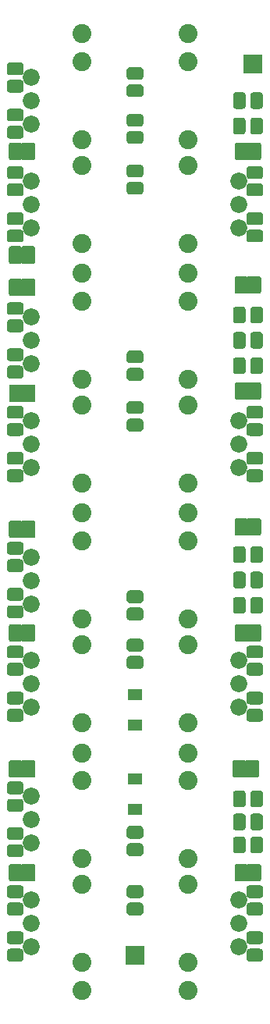
<source format=gbr>
G04 #@! TF.GenerationSoftware,KiCad,Pcbnew,(5.0.0-3-g5ebb6b6)*
G04 #@! TF.CreationDate,2019-01-01T15:12:14-08:00*
G04 #@! TF.ProjectId,BuffMult,427566664D756C742E6B696361645F70,rev?*
G04 #@! TF.SameCoordinates,Original*
G04 #@! TF.FileFunction,Soldermask,Bot*
G04 #@! TF.FilePolarity,Negative*
%FSLAX46Y46*%
G04 Gerber Fmt 4.6, Leading zero omitted, Abs format (unit mm)*
G04 Created by KiCad (PCBNEW (5.0.0-3-g5ebb6b6)) date Tuesday, January 01, 2019 at 03:12:14 PM*
%MOMM*%
%LPD*%
G01*
G04 APERTURE LIST*
%ADD10C,0.300000*%
%ADD11C,0.100000*%
%ADD12C,1.375000*%
%ADD13R,1.600000X1.300000*%
%ADD14C,1.840000*%
%ADD15C,2.050000*%
%ADD16R,2.100000X2.100000*%
G04 APERTURE END LIST*
D10*
G04 #@! TO.C,JP4*
X101475000Y-71000000D03*
D11*
G36*
X102014018Y-70053843D02*
X102051537Y-70065224D01*
X102086114Y-70083706D01*
X102116421Y-70108579D01*
X102141294Y-70138886D01*
X102159776Y-70173463D01*
X102171157Y-70210982D01*
X102175000Y-70250000D01*
X102175000Y-71750000D01*
X102171157Y-71789018D01*
X102159776Y-71826537D01*
X102141294Y-71861114D01*
X102116421Y-71891421D01*
X102086114Y-71916294D01*
X102051537Y-71934776D01*
X102014018Y-71946157D01*
X101975000Y-71950000D01*
X100825000Y-71950000D01*
X100785982Y-71946157D01*
X100748463Y-71934776D01*
X100713886Y-71916294D01*
X100683579Y-71891421D01*
X100658706Y-71861114D01*
X100640224Y-71826537D01*
X100628843Y-71789018D01*
X100625000Y-71750000D01*
X100628843Y-71710982D01*
X100640224Y-71673463D01*
X100658590Y-71639060D01*
X101084630Y-71000000D01*
X100658590Y-70360940D01*
X100640144Y-70326343D01*
X100628802Y-70288813D01*
X100625000Y-70249791D01*
X100628884Y-70210777D01*
X100640304Y-70173270D01*
X100658822Y-70138712D01*
X100683727Y-70108431D01*
X100714060Y-70083590D01*
X100748657Y-70065144D01*
X100786187Y-70053802D01*
X100825000Y-70050000D01*
X101975000Y-70050000D01*
X102014018Y-70053843D01*
X102014018Y-70053843D01*
G37*
D10*
X100025000Y-71000000D03*
D11*
G36*
X100564018Y-70053843D02*
X100601537Y-70065224D01*
X100636114Y-70083706D01*
X100666421Y-70108579D01*
X100691410Y-70139060D01*
X101191410Y-70889060D01*
X101209856Y-70923657D01*
X101221198Y-70961187D01*
X101225000Y-71000209D01*
X101221116Y-71039223D01*
X101209696Y-71076730D01*
X101191410Y-71110940D01*
X100691410Y-71860940D01*
X100666569Y-71891273D01*
X100636288Y-71916178D01*
X100601730Y-71934696D01*
X100564223Y-71946116D01*
X100525000Y-71950000D01*
X99525000Y-71950000D01*
X99485982Y-71946157D01*
X99448463Y-71934776D01*
X99413886Y-71916294D01*
X99383579Y-71891421D01*
X99358706Y-71861114D01*
X99340224Y-71826537D01*
X99328843Y-71789018D01*
X99325000Y-71750000D01*
X99325000Y-70250000D01*
X99328843Y-70210982D01*
X99340224Y-70173463D01*
X99358706Y-70138886D01*
X99383579Y-70108579D01*
X99413886Y-70083706D01*
X99448463Y-70065224D01*
X99485982Y-70053843D01*
X99525000Y-70050000D01*
X100525000Y-70050000D01*
X100564018Y-70053843D01*
X100564018Y-70053843D01*
G37*
G04 #@! TD*
G04 #@! TO.C,R8*
G36*
X126564943Y-140351655D02*
X126598312Y-140356605D01*
X126631035Y-140364802D01*
X126662797Y-140376166D01*
X126693293Y-140390590D01*
X126722227Y-140407932D01*
X126749323Y-140428028D01*
X126774318Y-140450682D01*
X126796972Y-140475677D01*
X126817068Y-140502773D01*
X126834410Y-140531707D01*
X126848834Y-140562203D01*
X126860198Y-140593965D01*
X126868395Y-140626688D01*
X126873345Y-140660057D01*
X126875000Y-140693750D01*
X126875000Y-141806250D01*
X126873345Y-141839943D01*
X126868395Y-141873312D01*
X126860198Y-141906035D01*
X126848834Y-141937797D01*
X126834410Y-141968293D01*
X126817068Y-141997227D01*
X126796972Y-142024323D01*
X126774318Y-142049318D01*
X126749323Y-142071972D01*
X126722227Y-142092068D01*
X126693293Y-142109410D01*
X126662797Y-142123834D01*
X126631035Y-142135198D01*
X126598312Y-142143395D01*
X126564943Y-142148345D01*
X126531250Y-142150000D01*
X125843750Y-142150000D01*
X125810057Y-142148345D01*
X125776688Y-142143395D01*
X125743965Y-142135198D01*
X125712203Y-142123834D01*
X125681707Y-142109410D01*
X125652773Y-142092068D01*
X125625677Y-142071972D01*
X125600682Y-142049318D01*
X125578028Y-142024323D01*
X125557932Y-141997227D01*
X125540590Y-141968293D01*
X125526166Y-141937797D01*
X125514802Y-141906035D01*
X125506605Y-141873312D01*
X125501655Y-141839943D01*
X125500000Y-141806250D01*
X125500000Y-140693750D01*
X125501655Y-140660057D01*
X125506605Y-140626688D01*
X125514802Y-140593965D01*
X125526166Y-140562203D01*
X125540590Y-140531707D01*
X125557932Y-140502773D01*
X125578028Y-140475677D01*
X125600682Y-140450682D01*
X125625677Y-140428028D01*
X125652773Y-140407932D01*
X125681707Y-140390590D01*
X125712203Y-140376166D01*
X125743965Y-140364802D01*
X125776688Y-140356605D01*
X125810057Y-140351655D01*
X125843750Y-140350000D01*
X126531250Y-140350000D01*
X126564943Y-140351655D01*
X126564943Y-140351655D01*
G37*
D12*
X126187500Y-141250000D03*
D11*
G36*
X124689943Y-140351655D02*
X124723312Y-140356605D01*
X124756035Y-140364802D01*
X124787797Y-140376166D01*
X124818293Y-140390590D01*
X124847227Y-140407932D01*
X124874323Y-140428028D01*
X124899318Y-140450682D01*
X124921972Y-140475677D01*
X124942068Y-140502773D01*
X124959410Y-140531707D01*
X124973834Y-140562203D01*
X124985198Y-140593965D01*
X124993395Y-140626688D01*
X124998345Y-140660057D01*
X125000000Y-140693750D01*
X125000000Y-141806250D01*
X124998345Y-141839943D01*
X124993395Y-141873312D01*
X124985198Y-141906035D01*
X124973834Y-141937797D01*
X124959410Y-141968293D01*
X124942068Y-141997227D01*
X124921972Y-142024323D01*
X124899318Y-142049318D01*
X124874323Y-142071972D01*
X124847227Y-142092068D01*
X124818293Y-142109410D01*
X124787797Y-142123834D01*
X124756035Y-142135198D01*
X124723312Y-142143395D01*
X124689943Y-142148345D01*
X124656250Y-142150000D01*
X123968750Y-142150000D01*
X123935057Y-142148345D01*
X123901688Y-142143395D01*
X123868965Y-142135198D01*
X123837203Y-142123834D01*
X123806707Y-142109410D01*
X123777773Y-142092068D01*
X123750677Y-142071972D01*
X123725682Y-142049318D01*
X123703028Y-142024323D01*
X123682932Y-141997227D01*
X123665590Y-141968293D01*
X123651166Y-141937797D01*
X123639802Y-141906035D01*
X123631605Y-141873312D01*
X123626655Y-141839943D01*
X123625000Y-141806250D01*
X123625000Y-140693750D01*
X123626655Y-140660057D01*
X123631605Y-140626688D01*
X123639802Y-140593965D01*
X123651166Y-140562203D01*
X123665590Y-140531707D01*
X123682932Y-140502773D01*
X123703028Y-140475677D01*
X123725682Y-140450682D01*
X123750677Y-140428028D01*
X123777773Y-140407932D01*
X123806707Y-140390590D01*
X123837203Y-140376166D01*
X123868965Y-140364802D01*
X123901688Y-140356605D01*
X123935057Y-140351655D01*
X123968750Y-140350000D01*
X124656250Y-140350000D01*
X124689943Y-140351655D01*
X124689943Y-140351655D01*
G37*
D12*
X124312500Y-141250000D03*
G04 #@! TD*
D13*
G04 #@! TO.C,D1*
X113000000Y-133250000D03*
X113000000Y-129950000D03*
G04 #@! TD*
D11*
G04 #@! TO.C,R32*
G36*
X126589943Y-150626655D02*
X126623312Y-150631605D01*
X126656035Y-150639802D01*
X126687797Y-150651166D01*
X126718293Y-150665590D01*
X126747227Y-150682932D01*
X126774323Y-150703028D01*
X126799318Y-150725682D01*
X126821972Y-150750677D01*
X126842068Y-150777773D01*
X126859410Y-150806707D01*
X126873834Y-150837203D01*
X126885198Y-150868965D01*
X126893395Y-150901688D01*
X126898345Y-150935057D01*
X126900000Y-150968750D01*
X126900000Y-151656250D01*
X126898345Y-151689943D01*
X126893395Y-151723312D01*
X126885198Y-151756035D01*
X126873834Y-151787797D01*
X126859410Y-151818293D01*
X126842068Y-151847227D01*
X126821972Y-151874323D01*
X126799318Y-151899318D01*
X126774323Y-151921972D01*
X126747227Y-151942068D01*
X126718293Y-151959410D01*
X126687797Y-151973834D01*
X126656035Y-151985198D01*
X126623312Y-151993395D01*
X126589943Y-151998345D01*
X126556250Y-152000000D01*
X125443750Y-152000000D01*
X125410057Y-151998345D01*
X125376688Y-151993395D01*
X125343965Y-151985198D01*
X125312203Y-151973834D01*
X125281707Y-151959410D01*
X125252773Y-151942068D01*
X125225677Y-151921972D01*
X125200682Y-151899318D01*
X125178028Y-151874323D01*
X125157932Y-151847227D01*
X125140590Y-151818293D01*
X125126166Y-151787797D01*
X125114802Y-151756035D01*
X125106605Y-151723312D01*
X125101655Y-151689943D01*
X125100000Y-151656250D01*
X125100000Y-150968750D01*
X125101655Y-150935057D01*
X125106605Y-150901688D01*
X125114802Y-150868965D01*
X125126166Y-150837203D01*
X125140590Y-150806707D01*
X125157932Y-150777773D01*
X125178028Y-150750677D01*
X125200682Y-150725682D01*
X125225677Y-150703028D01*
X125252773Y-150682932D01*
X125281707Y-150665590D01*
X125312203Y-150651166D01*
X125343965Y-150639802D01*
X125376688Y-150631605D01*
X125410057Y-150626655D01*
X125443750Y-150625000D01*
X126556250Y-150625000D01*
X126589943Y-150626655D01*
X126589943Y-150626655D01*
G37*
D12*
X126000000Y-151312500D03*
D11*
G36*
X126589943Y-152501655D02*
X126623312Y-152506605D01*
X126656035Y-152514802D01*
X126687797Y-152526166D01*
X126718293Y-152540590D01*
X126747227Y-152557932D01*
X126774323Y-152578028D01*
X126799318Y-152600682D01*
X126821972Y-152625677D01*
X126842068Y-152652773D01*
X126859410Y-152681707D01*
X126873834Y-152712203D01*
X126885198Y-152743965D01*
X126893395Y-152776688D01*
X126898345Y-152810057D01*
X126900000Y-152843750D01*
X126900000Y-153531250D01*
X126898345Y-153564943D01*
X126893395Y-153598312D01*
X126885198Y-153631035D01*
X126873834Y-153662797D01*
X126859410Y-153693293D01*
X126842068Y-153722227D01*
X126821972Y-153749323D01*
X126799318Y-153774318D01*
X126774323Y-153796972D01*
X126747227Y-153817068D01*
X126718293Y-153834410D01*
X126687797Y-153848834D01*
X126656035Y-153860198D01*
X126623312Y-153868395D01*
X126589943Y-153873345D01*
X126556250Y-153875000D01*
X125443750Y-153875000D01*
X125410057Y-153873345D01*
X125376688Y-153868395D01*
X125343965Y-153860198D01*
X125312203Y-153848834D01*
X125281707Y-153834410D01*
X125252773Y-153817068D01*
X125225677Y-153796972D01*
X125200682Y-153774318D01*
X125178028Y-153749323D01*
X125157932Y-153722227D01*
X125140590Y-153693293D01*
X125126166Y-153662797D01*
X125114802Y-153631035D01*
X125106605Y-153598312D01*
X125101655Y-153564943D01*
X125100000Y-153531250D01*
X125100000Y-152843750D01*
X125101655Y-152810057D01*
X125106605Y-152776688D01*
X125114802Y-152743965D01*
X125126166Y-152712203D01*
X125140590Y-152681707D01*
X125157932Y-152652773D01*
X125178028Y-152625677D01*
X125200682Y-152600682D01*
X125225677Y-152578028D01*
X125252773Y-152557932D01*
X125281707Y-152540590D01*
X125312203Y-152526166D01*
X125343965Y-152514802D01*
X125376688Y-152506605D01*
X125410057Y-152501655D01*
X125443750Y-152500000D01*
X126556250Y-152500000D01*
X126589943Y-152501655D01*
X126589943Y-152501655D01*
G37*
D12*
X126000000Y-153187500D03*
G04 #@! TD*
D11*
G04 #@! TO.C,R40*
G36*
X126589943Y-155626655D02*
X126623312Y-155631605D01*
X126656035Y-155639802D01*
X126687797Y-155651166D01*
X126718293Y-155665590D01*
X126747227Y-155682932D01*
X126774323Y-155703028D01*
X126799318Y-155725682D01*
X126821972Y-155750677D01*
X126842068Y-155777773D01*
X126859410Y-155806707D01*
X126873834Y-155837203D01*
X126885198Y-155868965D01*
X126893395Y-155901688D01*
X126898345Y-155935057D01*
X126900000Y-155968750D01*
X126900000Y-156656250D01*
X126898345Y-156689943D01*
X126893395Y-156723312D01*
X126885198Y-156756035D01*
X126873834Y-156787797D01*
X126859410Y-156818293D01*
X126842068Y-156847227D01*
X126821972Y-156874323D01*
X126799318Y-156899318D01*
X126774323Y-156921972D01*
X126747227Y-156942068D01*
X126718293Y-156959410D01*
X126687797Y-156973834D01*
X126656035Y-156985198D01*
X126623312Y-156993395D01*
X126589943Y-156998345D01*
X126556250Y-157000000D01*
X125443750Y-157000000D01*
X125410057Y-156998345D01*
X125376688Y-156993395D01*
X125343965Y-156985198D01*
X125312203Y-156973834D01*
X125281707Y-156959410D01*
X125252773Y-156942068D01*
X125225677Y-156921972D01*
X125200682Y-156899318D01*
X125178028Y-156874323D01*
X125157932Y-156847227D01*
X125140590Y-156818293D01*
X125126166Y-156787797D01*
X125114802Y-156756035D01*
X125106605Y-156723312D01*
X125101655Y-156689943D01*
X125100000Y-156656250D01*
X125100000Y-155968750D01*
X125101655Y-155935057D01*
X125106605Y-155901688D01*
X125114802Y-155868965D01*
X125126166Y-155837203D01*
X125140590Y-155806707D01*
X125157932Y-155777773D01*
X125178028Y-155750677D01*
X125200682Y-155725682D01*
X125225677Y-155703028D01*
X125252773Y-155682932D01*
X125281707Y-155665590D01*
X125312203Y-155651166D01*
X125343965Y-155639802D01*
X125376688Y-155631605D01*
X125410057Y-155626655D01*
X125443750Y-155625000D01*
X126556250Y-155625000D01*
X126589943Y-155626655D01*
X126589943Y-155626655D01*
G37*
D12*
X126000000Y-156312500D03*
D11*
G36*
X126589943Y-157501655D02*
X126623312Y-157506605D01*
X126656035Y-157514802D01*
X126687797Y-157526166D01*
X126718293Y-157540590D01*
X126747227Y-157557932D01*
X126774323Y-157578028D01*
X126799318Y-157600682D01*
X126821972Y-157625677D01*
X126842068Y-157652773D01*
X126859410Y-157681707D01*
X126873834Y-157712203D01*
X126885198Y-157743965D01*
X126893395Y-157776688D01*
X126898345Y-157810057D01*
X126900000Y-157843750D01*
X126900000Y-158531250D01*
X126898345Y-158564943D01*
X126893395Y-158598312D01*
X126885198Y-158631035D01*
X126873834Y-158662797D01*
X126859410Y-158693293D01*
X126842068Y-158722227D01*
X126821972Y-158749323D01*
X126799318Y-158774318D01*
X126774323Y-158796972D01*
X126747227Y-158817068D01*
X126718293Y-158834410D01*
X126687797Y-158848834D01*
X126656035Y-158860198D01*
X126623312Y-158868395D01*
X126589943Y-158873345D01*
X126556250Y-158875000D01*
X125443750Y-158875000D01*
X125410057Y-158873345D01*
X125376688Y-158868395D01*
X125343965Y-158860198D01*
X125312203Y-158848834D01*
X125281707Y-158834410D01*
X125252773Y-158817068D01*
X125225677Y-158796972D01*
X125200682Y-158774318D01*
X125178028Y-158749323D01*
X125157932Y-158722227D01*
X125140590Y-158693293D01*
X125126166Y-158662797D01*
X125114802Y-158631035D01*
X125106605Y-158598312D01*
X125101655Y-158564943D01*
X125100000Y-158531250D01*
X125100000Y-157843750D01*
X125101655Y-157810057D01*
X125106605Y-157776688D01*
X125114802Y-157743965D01*
X125126166Y-157712203D01*
X125140590Y-157681707D01*
X125157932Y-157652773D01*
X125178028Y-157625677D01*
X125200682Y-157600682D01*
X125225677Y-157578028D01*
X125252773Y-157557932D01*
X125281707Y-157540590D01*
X125312203Y-157526166D01*
X125343965Y-157514802D01*
X125376688Y-157506605D01*
X125410057Y-157501655D01*
X125443750Y-157500000D01*
X126556250Y-157500000D01*
X126589943Y-157501655D01*
X126589943Y-157501655D01*
G37*
D12*
X126000000Y-158187500D03*
G04 #@! TD*
D14*
G04 #@! TO.C,RV8*
X124250000Y-157330000D03*
X124250000Y-154790000D03*
X124250000Y-152250000D03*
G04 #@! TD*
D10*
G04 #@! TO.C,JP11*
X124525000Y-149250000D03*
D11*
G36*
X125064018Y-148303843D02*
X125101537Y-148315224D01*
X125136114Y-148333706D01*
X125166421Y-148358579D01*
X125191410Y-148389060D01*
X125691410Y-149139060D01*
X125709856Y-149173657D01*
X125721198Y-149211187D01*
X125725000Y-149250209D01*
X125721116Y-149289223D01*
X125709696Y-149326730D01*
X125691410Y-149360940D01*
X125191410Y-150110940D01*
X125166569Y-150141273D01*
X125136288Y-150166178D01*
X125101730Y-150184696D01*
X125064223Y-150196116D01*
X125025000Y-150200000D01*
X124025000Y-150200000D01*
X123985982Y-150196157D01*
X123948463Y-150184776D01*
X123913886Y-150166294D01*
X123883579Y-150141421D01*
X123858706Y-150111114D01*
X123840224Y-150076537D01*
X123828843Y-150039018D01*
X123825000Y-150000000D01*
X123825000Y-148500000D01*
X123828843Y-148460982D01*
X123840224Y-148423463D01*
X123858706Y-148388886D01*
X123883579Y-148358579D01*
X123913886Y-148333706D01*
X123948463Y-148315224D01*
X123985982Y-148303843D01*
X124025000Y-148300000D01*
X125025000Y-148300000D01*
X125064018Y-148303843D01*
X125064018Y-148303843D01*
G37*
D10*
X125975000Y-149250000D03*
D11*
G36*
X126514018Y-148303843D02*
X126551537Y-148315224D01*
X126586114Y-148333706D01*
X126616421Y-148358579D01*
X126641294Y-148388886D01*
X126659776Y-148423463D01*
X126671157Y-148460982D01*
X126675000Y-148500000D01*
X126675000Y-150000000D01*
X126671157Y-150039018D01*
X126659776Y-150076537D01*
X126641294Y-150111114D01*
X126616421Y-150141421D01*
X126586114Y-150166294D01*
X126551537Y-150184776D01*
X126514018Y-150196157D01*
X126475000Y-150200000D01*
X125325000Y-150200000D01*
X125285982Y-150196157D01*
X125248463Y-150184776D01*
X125213886Y-150166294D01*
X125183579Y-150141421D01*
X125158706Y-150111114D01*
X125140224Y-150076537D01*
X125128843Y-150039018D01*
X125125000Y-150000000D01*
X125128843Y-149960982D01*
X125140224Y-149923463D01*
X125158590Y-149889060D01*
X125584630Y-149250000D01*
X125158590Y-148610940D01*
X125140144Y-148576343D01*
X125128802Y-148538813D01*
X125125000Y-148499791D01*
X125128884Y-148460777D01*
X125140304Y-148423270D01*
X125158822Y-148388712D01*
X125183727Y-148358431D01*
X125214060Y-148333590D01*
X125248657Y-148315144D01*
X125286187Y-148303802D01*
X125325000Y-148300000D01*
X126475000Y-148300000D01*
X126514018Y-148303843D01*
X126514018Y-148303843D01*
G37*
G04 #@! TD*
D14*
G04 #@! TO.C,RV12*
X101750000Y-152250000D03*
X101750000Y-154790000D03*
X101750000Y-157330000D03*
G04 #@! TD*
D11*
G04 #@! TO.C,C1*
G36*
X124689943Y-67351655D02*
X124723312Y-67356605D01*
X124756035Y-67364802D01*
X124787797Y-67376166D01*
X124818293Y-67390590D01*
X124847227Y-67407932D01*
X124874323Y-67428028D01*
X124899318Y-67450682D01*
X124921972Y-67475677D01*
X124942068Y-67502773D01*
X124959410Y-67531707D01*
X124973834Y-67562203D01*
X124985198Y-67593965D01*
X124993395Y-67626688D01*
X124998345Y-67660057D01*
X125000000Y-67693750D01*
X125000000Y-68806250D01*
X124998345Y-68839943D01*
X124993395Y-68873312D01*
X124985198Y-68906035D01*
X124973834Y-68937797D01*
X124959410Y-68968293D01*
X124942068Y-68997227D01*
X124921972Y-69024323D01*
X124899318Y-69049318D01*
X124874323Y-69071972D01*
X124847227Y-69092068D01*
X124818293Y-69109410D01*
X124787797Y-69123834D01*
X124756035Y-69135198D01*
X124723312Y-69143395D01*
X124689943Y-69148345D01*
X124656250Y-69150000D01*
X123968750Y-69150000D01*
X123935057Y-69148345D01*
X123901688Y-69143395D01*
X123868965Y-69135198D01*
X123837203Y-69123834D01*
X123806707Y-69109410D01*
X123777773Y-69092068D01*
X123750677Y-69071972D01*
X123725682Y-69049318D01*
X123703028Y-69024323D01*
X123682932Y-68997227D01*
X123665590Y-68968293D01*
X123651166Y-68937797D01*
X123639802Y-68906035D01*
X123631605Y-68873312D01*
X123626655Y-68839943D01*
X123625000Y-68806250D01*
X123625000Y-67693750D01*
X123626655Y-67660057D01*
X123631605Y-67626688D01*
X123639802Y-67593965D01*
X123651166Y-67562203D01*
X123665590Y-67531707D01*
X123682932Y-67502773D01*
X123703028Y-67475677D01*
X123725682Y-67450682D01*
X123750677Y-67428028D01*
X123777773Y-67407932D01*
X123806707Y-67390590D01*
X123837203Y-67376166D01*
X123868965Y-67364802D01*
X123901688Y-67356605D01*
X123935057Y-67351655D01*
X123968750Y-67350000D01*
X124656250Y-67350000D01*
X124689943Y-67351655D01*
X124689943Y-67351655D01*
G37*
D12*
X124312500Y-68250000D03*
D11*
G36*
X126564943Y-67351655D02*
X126598312Y-67356605D01*
X126631035Y-67364802D01*
X126662797Y-67376166D01*
X126693293Y-67390590D01*
X126722227Y-67407932D01*
X126749323Y-67428028D01*
X126774318Y-67450682D01*
X126796972Y-67475677D01*
X126817068Y-67502773D01*
X126834410Y-67531707D01*
X126848834Y-67562203D01*
X126860198Y-67593965D01*
X126868395Y-67626688D01*
X126873345Y-67660057D01*
X126875000Y-67693750D01*
X126875000Y-68806250D01*
X126873345Y-68839943D01*
X126868395Y-68873312D01*
X126860198Y-68906035D01*
X126848834Y-68937797D01*
X126834410Y-68968293D01*
X126817068Y-68997227D01*
X126796972Y-69024323D01*
X126774318Y-69049318D01*
X126749323Y-69071972D01*
X126722227Y-69092068D01*
X126693293Y-69109410D01*
X126662797Y-69123834D01*
X126631035Y-69135198D01*
X126598312Y-69143395D01*
X126564943Y-69148345D01*
X126531250Y-69150000D01*
X125843750Y-69150000D01*
X125810057Y-69148345D01*
X125776688Y-69143395D01*
X125743965Y-69135198D01*
X125712203Y-69123834D01*
X125681707Y-69109410D01*
X125652773Y-69092068D01*
X125625677Y-69071972D01*
X125600682Y-69049318D01*
X125578028Y-69024323D01*
X125557932Y-68997227D01*
X125540590Y-68968293D01*
X125526166Y-68937797D01*
X125514802Y-68906035D01*
X125506605Y-68873312D01*
X125501655Y-68839943D01*
X125500000Y-68806250D01*
X125500000Y-67693750D01*
X125501655Y-67660057D01*
X125506605Y-67626688D01*
X125514802Y-67593965D01*
X125526166Y-67562203D01*
X125540590Y-67531707D01*
X125557932Y-67502773D01*
X125578028Y-67475677D01*
X125600682Y-67450682D01*
X125625677Y-67428028D01*
X125652773Y-67407932D01*
X125681707Y-67390590D01*
X125712203Y-67376166D01*
X125743965Y-67364802D01*
X125776688Y-67356605D01*
X125810057Y-67351655D01*
X125843750Y-67350000D01*
X126531250Y-67350000D01*
X126564943Y-67351655D01*
X126564943Y-67351655D01*
G37*
D12*
X126187500Y-68250000D03*
G04 #@! TD*
D11*
G04 #@! TO.C,C2*
G36*
X126564943Y-93351655D02*
X126598312Y-93356605D01*
X126631035Y-93364802D01*
X126662797Y-93376166D01*
X126693293Y-93390590D01*
X126722227Y-93407932D01*
X126749323Y-93428028D01*
X126774318Y-93450682D01*
X126796972Y-93475677D01*
X126817068Y-93502773D01*
X126834410Y-93531707D01*
X126848834Y-93562203D01*
X126860198Y-93593965D01*
X126868395Y-93626688D01*
X126873345Y-93660057D01*
X126875000Y-93693750D01*
X126875000Y-94806250D01*
X126873345Y-94839943D01*
X126868395Y-94873312D01*
X126860198Y-94906035D01*
X126848834Y-94937797D01*
X126834410Y-94968293D01*
X126817068Y-94997227D01*
X126796972Y-95024323D01*
X126774318Y-95049318D01*
X126749323Y-95071972D01*
X126722227Y-95092068D01*
X126693293Y-95109410D01*
X126662797Y-95123834D01*
X126631035Y-95135198D01*
X126598312Y-95143395D01*
X126564943Y-95148345D01*
X126531250Y-95150000D01*
X125843750Y-95150000D01*
X125810057Y-95148345D01*
X125776688Y-95143395D01*
X125743965Y-95135198D01*
X125712203Y-95123834D01*
X125681707Y-95109410D01*
X125652773Y-95092068D01*
X125625677Y-95071972D01*
X125600682Y-95049318D01*
X125578028Y-95024323D01*
X125557932Y-94997227D01*
X125540590Y-94968293D01*
X125526166Y-94937797D01*
X125514802Y-94906035D01*
X125506605Y-94873312D01*
X125501655Y-94839943D01*
X125500000Y-94806250D01*
X125500000Y-93693750D01*
X125501655Y-93660057D01*
X125506605Y-93626688D01*
X125514802Y-93593965D01*
X125526166Y-93562203D01*
X125540590Y-93531707D01*
X125557932Y-93502773D01*
X125578028Y-93475677D01*
X125600682Y-93450682D01*
X125625677Y-93428028D01*
X125652773Y-93407932D01*
X125681707Y-93390590D01*
X125712203Y-93376166D01*
X125743965Y-93364802D01*
X125776688Y-93356605D01*
X125810057Y-93351655D01*
X125843750Y-93350000D01*
X126531250Y-93350000D01*
X126564943Y-93351655D01*
X126564943Y-93351655D01*
G37*
D12*
X126187500Y-94250000D03*
D11*
G36*
X124689943Y-93351655D02*
X124723312Y-93356605D01*
X124756035Y-93364802D01*
X124787797Y-93376166D01*
X124818293Y-93390590D01*
X124847227Y-93407932D01*
X124874323Y-93428028D01*
X124899318Y-93450682D01*
X124921972Y-93475677D01*
X124942068Y-93502773D01*
X124959410Y-93531707D01*
X124973834Y-93562203D01*
X124985198Y-93593965D01*
X124993395Y-93626688D01*
X124998345Y-93660057D01*
X125000000Y-93693750D01*
X125000000Y-94806250D01*
X124998345Y-94839943D01*
X124993395Y-94873312D01*
X124985198Y-94906035D01*
X124973834Y-94937797D01*
X124959410Y-94968293D01*
X124942068Y-94997227D01*
X124921972Y-95024323D01*
X124899318Y-95049318D01*
X124874323Y-95071972D01*
X124847227Y-95092068D01*
X124818293Y-95109410D01*
X124787797Y-95123834D01*
X124756035Y-95135198D01*
X124723312Y-95143395D01*
X124689943Y-95148345D01*
X124656250Y-95150000D01*
X123968750Y-95150000D01*
X123935057Y-95148345D01*
X123901688Y-95143395D01*
X123868965Y-95135198D01*
X123837203Y-95123834D01*
X123806707Y-95109410D01*
X123777773Y-95092068D01*
X123750677Y-95071972D01*
X123725682Y-95049318D01*
X123703028Y-95024323D01*
X123682932Y-94997227D01*
X123665590Y-94968293D01*
X123651166Y-94937797D01*
X123639802Y-94906035D01*
X123631605Y-94873312D01*
X123626655Y-94839943D01*
X123625000Y-94806250D01*
X123625000Y-93693750D01*
X123626655Y-93660057D01*
X123631605Y-93626688D01*
X123639802Y-93593965D01*
X123651166Y-93562203D01*
X123665590Y-93531707D01*
X123682932Y-93502773D01*
X123703028Y-93475677D01*
X123725682Y-93450682D01*
X123750677Y-93428028D01*
X123777773Y-93407932D01*
X123806707Y-93390590D01*
X123837203Y-93376166D01*
X123868965Y-93364802D01*
X123901688Y-93356605D01*
X123935057Y-93351655D01*
X123968750Y-93350000D01*
X124656250Y-93350000D01*
X124689943Y-93351655D01*
X124689943Y-93351655D01*
G37*
D12*
X124312500Y-94250000D03*
G04 #@! TD*
D11*
G04 #@! TO.C,C3*
G36*
X126564943Y-119351655D02*
X126598312Y-119356605D01*
X126631035Y-119364802D01*
X126662797Y-119376166D01*
X126693293Y-119390590D01*
X126722227Y-119407932D01*
X126749323Y-119428028D01*
X126774318Y-119450682D01*
X126796972Y-119475677D01*
X126817068Y-119502773D01*
X126834410Y-119531707D01*
X126848834Y-119562203D01*
X126860198Y-119593965D01*
X126868395Y-119626688D01*
X126873345Y-119660057D01*
X126875000Y-119693750D01*
X126875000Y-120806250D01*
X126873345Y-120839943D01*
X126868395Y-120873312D01*
X126860198Y-120906035D01*
X126848834Y-120937797D01*
X126834410Y-120968293D01*
X126817068Y-120997227D01*
X126796972Y-121024323D01*
X126774318Y-121049318D01*
X126749323Y-121071972D01*
X126722227Y-121092068D01*
X126693293Y-121109410D01*
X126662797Y-121123834D01*
X126631035Y-121135198D01*
X126598312Y-121143395D01*
X126564943Y-121148345D01*
X126531250Y-121150000D01*
X125843750Y-121150000D01*
X125810057Y-121148345D01*
X125776688Y-121143395D01*
X125743965Y-121135198D01*
X125712203Y-121123834D01*
X125681707Y-121109410D01*
X125652773Y-121092068D01*
X125625677Y-121071972D01*
X125600682Y-121049318D01*
X125578028Y-121024323D01*
X125557932Y-120997227D01*
X125540590Y-120968293D01*
X125526166Y-120937797D01*
X125514802Y-120906035D01*
X125506605Y-120873312D01*
X125501655Y-120839943D01*
X125500000Y-120806250D01*
X125500000Y-119693750D01*
X125501655Y-119660057D01*
X125506605Y-119626688D01*
X125514802Y-119593965D01*
X125526166Y-119562203D01*
X125540590Y-119531707D01*
X125557932Y-119502773D01*
X125578028Y-119475677D01*
X125600682Y-119450682D01*
X125625677Y-119428028D01*
X125652773Y-119407932D01*
X125681707Y-119390590D01*
X125712203Y-119376166D01*
X125743965Y-119364802D01*
X125776688Y-119356605D01*
X125810057Y-119351655D01*
X125843750Y-119350000D01*
X126531250Y-119350000D01*
X126564943Y-119351655D01*
X126564943Y-119351655D01*
G37*
D12*
X126187500Y-120250000D03*
D11*
G36*
X124689943Y-119351655D02*
X124723312Y-119356605D01*
X124756035Y-119364802D01*
X124787797Y-119376166D01*
X124818293Y-119390590D01*
X124847227Y-119407932D01*
X124874323Y-119428028D01*
X124899318Y-119450682D01*
X124921972Y-119475677D01*
X124942068Y-119502773D01*
X124959410Y-119531707D01*
X124973834Y-119562203D01*
X124985198Y-119593965D01*
X124993395Y-119626688D01*
X124998345Y-119660057D01*
X125000000Y-119693750D01*
X125000000Y-120806250D01*
X124998345Y-120839943D01*
X124993395Y-120873312D01*
X124985198Y-120906035D01*
X124973834Y-120937797D01*
X124959410Y-120968293D01*
X124942068Y-120997227D01*
X124921972Y-121024323D01*
X124899318Y-121049318D01*
X124874323Y-121071972D01*
X124847227Y-121092068D01*
X124818293Y-121109410D01*
X124787797Y-121123834D01*
X124756035Y-121135198D01*
X124723312Y-121143395D01*
X124689943Y-121148345D01*
X124656250Y-121150000D01*
X123968750Y-121150000D01*
X123935057Y-121148345D01*
X123901688Y-121143395D01*
X123868965Y-121135198D01*
X123837203Y-121123834D01*
X123806707Y-121109410D01*
X123777773Y-121092068D01*
X123750677Y-121071972D01*
X123725682Y-121049318D01*
X123703028Y-121024323D01*
X123682932Y-120997227D01*
X123665590Y-120968293D01*
X123651166Y-120937797D01*
X123639802Y-120906035D01*
X123631605Y-120873312D01*
X123626655Y-120839943D01*
X123625000Y-120806250D01*
X123625000Y-119693750D01*
X123626655Y-119660057D01*
X123631605Y-119626688D01*
X123639802Y-119593965D01*
X123651166Y-119562203D01*
X123665590Y-119531707D01*
X123682932Y-119502773D01*
X123703028Y-119475677D01*
X123725682Y-119450682D01*
X123750677Y-119428028D01*
X123777773Y-119407932D01*
X123806707Y-119390590D01*
X123837203Y-119376166D01*
X123868965Y-119364802D01*
X123901688Y-119356605D01*
X123935057Y-119351655D01*
X123968750Y-119350000D01*
X124656250Y-119350000D01*
X124689943Y-119351655D01*
X124689943Y-119351655D01*
G37*
D12*
X124312500Y-120250000D03*
G04 #@! TD*
D13*
G04 #@! TO.C,D2*
X113000000Y-139100000D03*
X113000000Y-142400000D03*
G04 #@! TD*
D11*
G04 #@! TO.C,R1*
G36*
X126564943Y-64601655D02*
X126598312Y-64606605D01*
X126631035Y-64614802D01*
X126662797Y-64626166D01*
X126693293Y-64640590D01*
X126722227Y-64657932D01*
X126749323Y-64678028D01*
X126774318Y-64700682D01*
X126796972Y-64725677D01*
X126817068Y-64752773D01*
X126834410Y-64781707D01*
X126848834Y-64812203D01*
X126860198Y-64843965D01*
X126868395Y-64876688D01*
X126873345Y-64910057D01*
X126875000Y-64943750D01*
X126875000Y-66056250D01*
X126873345Y-66089943D01*
X126868395Y-66123312D01*
X126860198Y-66156035D01*
X126848834Y-66187797D01*
X126834410Y-66218293D01*
X126817068Y-66247227D01*
X126796972Y-66274323D01*
X126774318Y-66299318D01*
X126749323Y-66321972D01*
X126722227Y-66342068D01*
X126693293Y-66359410D01*
X126662797Y-66373834D01*
X126631035Y-66385198D01*
X126598312Y-66393395D01*
X126564943Y-66398345D01*
X126531250Y-66400000D01*
X125843750Y-66400000D01*
X125810057Y-66398345D01*
X125776688Y-66393395D01*
X125743965Y-66385198D01*
X125712203Y-66373834D01*
X125681707Y-66359410D01*
X125652773Y-66342068D01*
X125625677Y-66321972D01*
X125600682Y-66299318D01*
X125578028Y-66274323D01*
X125557932Y-66247227D01*
X125540590Y-66218293D01*
X125526166Y-66187797D01*
X125514802Y-66156035D01*
X125506605Y-66123312D01*
X125501655Y-66089943D01*
X125500000Y-66056250D01*
X125500000Y-64943750D01*
X125501655Y-64910057D01*
X125506605Y-64876688D01*
X125514802Y-64843965D01*
X125526166Y-64812203D01*
X125540590Y-64781707D01*
X125557932Y-64752773D01*
X125578028Y-64725677D01*
X125600682Y-64700682D01*
X125625677Y-64678028D01*
X125652773Y-64657932D01*
X125681707Y-64640590D01*
X125712203Y-64626166D01*
X125743965Y-64614802D01*
X125776688Y-64606605D01*
X125810057Y-64601655D01*
X125843750Y-64600000D01*
X126531250Y-64600000D01*
X126564943Y-64601655D01*
X126564943Y-64601655D01*
G37*
D12*
X126187500Y-65500000D03*
D11*
G36*
X124689943Y-64601655D02*
X124723312Y-64606605D01*
X124756035Y-64614802D01*
X124787797Y-64626166D01*
X124818293Y-64640590D01*
X124847227Y-64657932D01*
X124874323Y-64678028D01*
X124899318Y-64700682D01*
X124921972Y-64725677D01*
X124942068Y-64752773D01*
X124959410Y-64781707D01*
X124973834Y-64812203D01*
X124985198Y-64843965D01*
X124993395Y-64876688D01*
X124998345Y-64910057D01*
X125000000Y-64943750D01*
X125000000Y-66056250D01*
X124998345Y-66089943D01*
X124993395Y-66123312D01*
X124985198Y-66156035D01*
X124973834Y-66187797D01*
X124959410Y-66218293D01*
X124942068Y-66247227D01*
X124921972Y-66274323D01*
X124899318Y-66299318D01*
X124874323Y-66321972D01*
X124847227Y-66342068D01*
X124818293Y-66359410D01*
X124787797Y-66373834D01*
X124756035Y-66385198D01*
X124723312Y-66393395D01*
X124689943Y-66398345D01*
X124656250Y-66400000D01*
X123968750Y-66400000D01*
X123935057Y-66398345D01*
X123901688Y-66393395D01*
X123868965Y-66385198D01*
X123837203Y-66373834D01*
X123806707Y-66359410D01*
X123777773Y-66342068D01*
X123750677Y-66321972D01*
X123725682Y-66299318D01*
X123703028Y-66274323D01*
X123682932Y-66247227D01*
X123665590Y-66218293D01*
X123651166Y-66187797D01*
X123639802Y-66156035D01*
X123631605Y-66123312D01*
X123626655Y-66089943D01*
X123625000Y-66056250D01*
X123625000Y-64943750D01*
X123626655Y-64910057D01*
X123631605Y-64876688D01*
X123639802Y-64843965D01*
X123651166Y-64812203D01*
X123665590Y-64781707D01*
X123682932Y-64752773D01*
X123703028Y-64725677D01*
X123725682Y-64700682D01*
X123750677Y-64678028D01*
X123777773Y-64657932D01*
X123806707Y-64640590D01*
X123837203Y-64626166D01*
X123868965Y-64614802D01*
X123901688Y-64606605D01*
X123935057Y-64601655D01*
X123968750Y-64600000D01*
X124656250Y-64600000D01*
X124689943Y-64601655D01*
X124689943Y-64601655D01*
G37*
D12*
X124312500Y-65500000D03*
G04 #@! TD*
D11*
G04 #@! TO.C,R2*
G36*
X126564943Y-90601655D02*
X126598312Y-90606605D01*
X126631035Y-90614802D01*
X126662797Y-90626166D01*
X126693293Y-90640590D01*
X126722227Y-90657932D01*
X126749323Y-90678028D01*
X126774318Y-90700682D01*
X126796972Y-90725677D01*
X126817068Y-90752773D01*
X126834410Y-90781707D01*
X126848834Y-90812203D01*
X126860198Y-90843965D01*
X126868395Y-90876688D01*
X126873345Y-90910057D01*
X126875000Y-90943750D01*
X126875000Y-92056250D01*
X126873345Y-92089943D01*
X126868395Y-92123312D01*
X126860198Y-92156035D01*
X126848834Y-92187797D01*
X126834410Y-92218293D01*
X126817068Y-92247227D01*
X126796972Y-92274323D01*
X126774318Y-92299318D01*
X126749323Y-92321972D01*
X126722227Y-92342068D01*
X126693293Y-92359410D01*
X126662797Y-92373834D01*
X126631035Y-92385198D01*
X126598312Y-92393395D01*
X126564943Y-92398345D01*
X126531250Y-92400000D01*
X125843750Y-92400000D01*
X125810057Y-92398345D01*
X125776688Y-92393395D01*
X125743965Y-92385198D01*
X125712203Y-92373834D01*
X125681707Y-92359410D01*
X125652773Y-92342068D01*
X125625677Y-92321972D01*
X125600682Y-92299318D01*
X125578028Y-92274323D01*
X125557932Y-92247227D01*
X125540590Y-92218293D01*
X125526166Y-92187797D01*
X125514802Y-92156035D01*
X125506605Y-92123312D01*
X125501655Y-92089943D01*
X125500000Y-92056250D01*
X125500000Y-90943750D01*
X125501655Y-90910057D01*
X125506605Y-90876688D01*
X125514802Y-90843965D01*
X125526166Y-90812203D01*
X125540590Y-90781707D01*
X125557932Y-90752773D01*
X125578028Y-90725677D01*
X125600682Y-90700682D01*
X125625677Y-90678028D01*
X125652773Y-90657932D01*
X125681707Y-90640590D01*
X125712203Y-90626166D01*
X125743965Y-90614802D01*
X125776688Y-90606605D01*
X125810057Y-90601655D01*
X125843750Y-90600000D01*
X126531250Y-90600000D01*
X126564943Y-90601655D01*
X126564943Y-90601655D01*
G37*
D12*
X126187500Y-91500000D03*
D11*
G36*
X124689943Y-90601655D02*
X124723312Y-90606605D01*
X124756035Y-90614802D01*
X124787797Y-90626166D01*
X124818293Y-90640590D01*
X124847227Y-90657932D01*
X124874323Y-90678028D01*
X124899318Y-90700682D01*
X124921972Y-90725677D01*
X124942068Y-90752773D01*
X124959410Y-90781707D01*
X124973834Y-90812203D01*
X124985198Y-90843965D01*
X124993395Y-90876688D01*
X124998345Y-90910057D01*
X125000000Y-90943750D01*
X125000000Y-92056250D01*
X124998345Y-92089943D01*
X124993395Y-92123312D01*
X124985198Y-92156035D01*
X124973834Y-92187797D01*
X124959410Y-92218293D01*
X124942068Y-92247227D01*
X124921972Y-92274323D01*
X124899318Y-92299318D01*
X124874323Y-92321972D01*
X124847227Y-92342068D01*
X124818293Y-92359410D01*
X124787797Y-92373834D01*
X124756035Y-92385198D01*
X124723312Y-92393395D01*
X124689943Y-92398345D01*
X124656250Y-92400000D01*
X123968750Y-92400000D01*
X123935057Y-92398345D01*
X123901688Y-92393395D01*
X123868965Y-92385198D01*
X123837203Y-92373834D01*
X123806707Y-92359410D01*
X123777773Y-92342068D01*
X123750677Y-92321972D01*
X123725682Y-92299318D01*
X123703028Y-92274323D01*
X123682932Y-92247227D01*
X123665590Y-92218293D01*
X123651166Y-92187797D01*
X123639802Y-92156035D01*
X123631605Y-92123312D01*
X123626655Y-92089943D01*
X123625000Y-92056250D01*
X123625000Y-90943750D01*
X123626655Y-90910057D01*
X123631605Y-90876688D01*
X123639802Y-90843965D01*
X123651166Y-90812203D01*
X123665590Y-90781707D01*
X123682932Y-90752773D01*
X123703028Y-90725677D01*
X123725682Y-90700682D01*
X123750677Y-90678028D01*
X123777773Y-90657932D01*
X123806707Y-90640590D01*
X123837203Y-90626166D01*
X123868965Y-90614802D01*
X123901688Y-90606605D01*
X123935057Y-90601655D01*
X123968750Y-90600000D01*
X124656250Y-90600000D01*
X124689943Y-90601655D01*
X124689943Y-90601655D01*
G37*
D12*
X124312500Y-91500000D03*
G04 #@! TD*
D11*
G04 #@! TO.C,R3*
G36*
X126564943Y-116601655D02*
X126598312Y-116606605D01*
X126631035Y-116614802D01*
X126662797Y-116626166D01*
X126693293Y-116640590D01*
X126722227Y-116657932D01*
X126749323Y-116678028D01*
X126774318Y-116700682D01*
X126796972Y-116725677D01*
X126817068Y-116752773D01*
X126834410Y-116781707D01*
X126848834Y-116812203D01*
X126860198Y-116843965D01*
X126868395Y-116876688D01*
X126873345Y-116910057D01*
X126875000Y-116943750D01*
X126875000Y-118056250D01*
X126873345Y-118089943D01*
X126868395Y-118123312D01*
X126860198Y-118156035D01*
X126848834Y-118187797D01*
X126834410Y-118218293D01*
X126817068Y-118247227D01*
X126796972Y-118274323D01*
X126774318Y-118299318D01*
X126749323Y-118321972D01*
X126722227Y-118342068D01*
X126693293Y-118359410D01*
X126662797Y-118373834D01*
X126631035Y-118385198D01*
X126598312Y-118393395D01*
X126564943Y-118398345D01*
X126531250Y-118400000D01*
X125843750Y-118400000D01*
X125810057Y-118398345D01*
X125776688Y-118393395D01*
X125743965Y-118385198D01*
X125712203Y-118373834D01*
X125681707Y-118359410D01*
X125652773Y-118342068D01*
X125625677Y-118321972D01*
X125600682Y-118299318D01*
X125578028Y-118274323D01*
X125557932Y-118247227D01*
X125540590Y-118218293D01*
X125526166Y-118187797D01*
X125514802Y-118156035D01*
X125506605Y-118123312D01*
X125501655Y-118089943D01*
X125500000Y-118056250D01*
X125500000Y-116943750D01*
X125501655Y-116910057D01*
X125506605Y-116876688D01*
X125514802Y-116843965D01*
X125526166Y-116812203D01*
X125540590Y-116781707D01*
X125557932Y-116752773D01*
X125578028Y-116725677D01*
X125600682Y-116700682D01*
X125625677Y-116678028D01*
X125652773Y-116657932D01*
X125681707Y-116640590D01*
X125712203Y-116626166D01*
X125743965Y-116614802D01*
X125776688Y-116606605D01*
X125810057Y-116601655D01*
X125843750Y-116600000D01*
X126531250Y-116600000D01*
X126564943Y-116601655D01*
X126564943Y-116601655D01*
G37*
D12*
X126187500Y-117500000D03*
D11*
G36*
X124689943Y-116601655D02*
X124723312Y-116606605D01*
X124756035Y-116614802D01*
X124787797Y-116626166D01*
X124818293Y-116640590D01*
X124847227Y-116657932D01*
X124874323Y-116678028D01*
X124899318Y-116700682D01*
X124921972Y-116725677D01*
X124942068Y-116752773D01*
X124959410Y-116781707D01*
X124973834Y-116812203D01*
X124985198Y-116843965D01*
X124993395Y-116876688D01*
X124998345Y-116910057D01*
X125000000Y-116943750D01*
X125000000Y-118056250D01*
X124998345Y-118089943D01*
X124993395Y-118123312D01*
X124985198Y-118156035D01*
X124973834Y-118187797D01*
X124959410Y-118218293D01*
X124942068Y-118247227D01*
X124921972Y-118274323D01*
X124899318Y-118299318D01*
X124874323Y-118321972D01*
X124847227Y-118342068D01*
X124818293Y-118359410D01*
X124787797Y-118373834D01*
X124756035Y-118385198D01*
X124723312Y-118393395D01*
X124689943Y-118398345D01*
X124656250Y-118400000D01*
X123968750Y-118400000D01*
X123935057Y-118398345D01*
X123901688Y-118393395D01*
X123868965Y-118385198D01*
X123837203Y-118373834D01*
X123806707Y-118359410D01*
X123777773Y-118342068D01*
X123750677Y-118321972D01*
X123725682Y-118299318D01*
X123703028Y-118274323D01*
X123682932Y-118247227D01*
X123665590Y-118218293D01*
X123651166Y-118187797D01*
X123639802Y-118156035D01*
X123631605Y-118123312D01*
X123626655Y-118089943D01*
X123625000Y-118056250D01*
X123625000Y-116943750D01*
X123626655Y-116910057D01*
X123631605Y-116876688D01*
X123639802Y-116843965D01*
X123651166Y-116812203D01*
X123665590Y-116781707D01*
X123682932Y-116752773D01*
X123703028Y-116725677D01*
X123725682Y-116700682D01*
X123750677Y-116678028D01*
X123777773Y-116657932D01*
X123806707Y-116640590D01*
X123837203Y-116626166D01*
X123868965Y-116614802D01*
X123901688Y-116606605D01*
X123935057Y-116601655D01*
X123968750Y-116600000D01*
X124656250Y-116600000D01*
X124689943Y-116601655D01*
X124689943Y-116601655D01*
G37*
D12*
X124312500Y-117500000D03*
G04 #@! TD*
D11*
G04 #@! TO.C,R5*
G36*
X113589943Y-61876655D02*
X113623312Y-61881605D01*
X113656035Y-61889802D01*
X113687797Y-61901166D01*
X113718293Y-61915590D01*
X113747227Y-61932932D01*
X113774323Y-61953028D01*
X113799318Y-61975682D01*
X113821972Y-62000677D01*
X113842068Y-62027773D01*
X113859410Y-62056707D01*
X113873834Y-62087203D01*
X113885198Y-62118965D01*
X113893395Y-62151688D01*
X113898345Y-62185057D01*
X113900000Y-62218750D01*
X113900000Y-62906250D01*
X113898345Y-62939943D01*
X113893395Y-62973312D01*
X113885198Y-63006035D01*
X113873834Y-63037797D01*
X113859410Y-63068293D01*
X113842068Y-63097227D01*
X113821972Y-63124323D01*
X113799318Y-63149318D01*
X113774323Y-63171972D01*
X113747227Y-63192068D01*
X113718293Y-63209410D01*
X113687797Y-63223834D01*
X113656035Y-63235198D01*
X113623312Y-63243395D01*
X113589943Y-63248345D01*
X113556250Y-63250000D01*
X112443750Y-63250000D01*
X112410057Y-63248345D01*
X112376688Y-63243395D01*
X112343965Y-63235198D01*
X112312203Y-63223834D01*
X112281707Y-63209410D01*
X112252773Y-63192068D01*
X112225677Y-63171972D01*
X112200682Y-63149318D01*
X112178028Y-63124323D01*
X112157932Y-63097227D01*
X112140590Y-63068293D01*
X112126166Y-63037797D01*
X112114802Y-63006035D01*
X112106605Y-62973312D01*
X112101655Y-62939943D01*
X112100000Y-62906250D01*
X112100000Y-62218750D01*
X112101655Y-62185057D01*
X112106605Y-62151688D01*
X112114802Y-62118965D01*
X112126166Y-62087203D01*
X112140590Y-62056707D01*
X112157932Y-62027773D01*
X112178028Y-62000677D01*
X112200682Y-61975682D01*
X112225677Y-61953028D01*
X112252773Y-61932932D01*
X112281707Y-61915590D01*
X112312203Y-61901166D01*
X112343965Y-61889802D01*
X112376688Y-61881605D01*
X112410057Y-61876655D01*
X112443750Y-61875000D01*
X113556250Y-61875000D01*
X113589943Y-61876655D01*
X113589943Y-61876655D01*
G37*
D12*
X113000000Y-62562500D03*
D11*
G36*
X113589943Y-63751655D02*
X113623312Y-63756605D01*
X113656035Y-63764802D01*
X113687797Y-63776166D01*
X113718293Y-63790590D01*
X113747227Y-63807932D01*
X113774323Y-63828028D01*
X113799318Y-63850682D01*
X113821972Y-63875677D01*
X113842068Y-63902773D01*
X113859410Y-63931707D01*
X113873834Y-63962203D01*
X113885198Y-63993965D01*
X113893395Y-64026688D01*
X113898345Y-64060057D01*
X113900000Y-64093750D01*
X113900000Y-64781250D01*
X113898345Y-64814943D01*
X113893395Y-64848312D01*
X113885198Y-64881035D01*
X113873834Y-64912797D01*
X113859410Y-64943293D01*
X113842068Y-64972227D01*
X113821972Y-64999323D01*
X113799318Y-65024318D01*
X113774323Y-65046972D01*
X113747227Y-65067068D01*
X113718293Y-65084410D01*
X113687797Y-65098834D01*
X113656035Y-65110198D01*
X113623312Y-65118395D01*
X113589943Y-65123345D01*
X113556250Y-65125000D01*
X112443750Y-65125000D01*
X112410057Y-65123345D01*
X112376688Y-65118395D01*
X112343965Y-65110198D01*
X112312203Y-65098834D01*
X112281707Y-65084410D01*
X112252773Y-65067068D01*
X112225677Y-65046972D01*
X112200682Y-65024318D01*
X112178028Y-64999323D01*
X112157932Y-64972227D01*
X112140590Y-64943293D01*
X112126166Y-64912797D01*
X112114802Y-64881035D01*
X112106605Y-64848312D01*
X112101655Y-64814943D01*
X112100000Y-64781250D01*
X112100000Y-64093750D01*
X112101655Y-64060057D01*
X112106605Y-64026688D01*
X112114802Y-63993965D01*
X112126166Y-63962203D01*
X112140590Y-63931707D01*
X112157932Y-63902773D01*
X112178028Y-63875677D01*
X112200682Y-63850682D01*
X112225677Y-63828028D01*
X112252773Y-63807932D01*
X112281707Y-63790590D01*
X112312203Y-63776166D01*
X112343965Y-63764802D01*
X112376688Y-63756605D01*
X112410057Y-63751655D01*
X112443750Y-63750000D01*
X113556250Y-63750000D01*
X113589943Y-63751655D01*
X113589943Y-63751655D01*
G37*
D12*
X113000000Y-64437500D03*
G04 #@! TD*
D11*
G04 #@! TO.C,R6*
G36*
X124689943Y-87851655D02*
X124723312Y-87856605D01*
X124756035Y-87864802D01*
X124787797Y-87876166D01*
X124818293Y-87890590D01*
X124847227Y-87907932D01*
X124874323Y-87928028D01*
X124899318Y-87950682D01*
X124921972Y-87975677D01*
X124942068Y-88002773D01*
X124959410Y-88031707D01*
X124973834Y-88062203D01*
X124985198Y-88093965D01*
X124993395Y-88126688D01*
X124998345Y-88160057D01*
X125000000Y-88193750D01*
X125000000Y-89306250D01*
X124998345Y-89339943D01*
X124993395Y-89373312D01*
X124985198Y-89406035D01*
X124973834Y-89437797D01*
X124959410Y-89468293D01*
X124942068Y-89497227D01*
X124921972Y-89524323D01*
X124899318Y-89549318D01*
X124874323Y-89571972D01*
X124847227Y-89592068D01*
X124818293Y-89609410D01*
X124787797Y-89623834D01*
X124756035Y-89635198D01*
X124723312Y-89643395D01*
X124689943Y-89648345D01*
X124656250Y-89650000D01*
X123968750Y-89650000D01*
X123935057Y-89648345D01*
X123901688Y-89643395D01*
X123868965Y-89635198D01*
X123837203Y-89623834D01*
X123806707Y-89609410D01*
X123777773Y-89592068D01*
X123750677Y-89571972D01*
X123725682Y-89549318D01*
X123703028Y-89524323D01*
X123682932Y-89497227D01*
X123665590Y-89468293D01*
X123651166Y-89437797D01*
X123639802Y-89406035D01*
X123631605Y-89373312D01*
X123626655Y-89339943D01*
X123625000Y-89306250D01*
X123625000Y-88193750D01*
X123626655Y-88160057D01*
X123631605Y-88126688D01*
X123639802Y-88093965D01*
X123651166Y-88062203D01*
X123665590Y-88031707D01*
X123682932Y-88002773D01*
X123703028Y-87975677D01*
X123725682Y-87950682D01*
X123750677Y-87928028D01*
X123777773Y-87907932D01*
X123806707Y-87890590D01*
X123837203Y-87876166D01*
X123868965Y-87864802D01*
X123901688Y-87856605D01*
X123935057Y-87851655D01*
X123968750Y-87850000D01*
X124656250Y-87850000D01*
X124689943Y-87851655D01*
X124689943Y-87851655D01*
G37*
D12*
X124312500Y-88750000D03*
D11*
G36*
X126564943Y-87851655D02*
X126598312Y-87856605D01*
X126631035Y-87864802D01*
X126662797Y-87876166D01*
X126693293Y-87890590D01*
X126722227Y-87907932D01*
X126749323Y-87928028D01*
X126774318Y-87950682D01*
X126796972Y-87975677D01*
X126817068Y-88002773D01*
X126834410Y-88031707D01*
X126848834Y-88062203D01*
X126860198Y-88093965D01*
X126868395Y-88126688D01*
X126873345Y-88160057D01*
X126875000Y-88193750D01*
X126875000Y-89306250D01*
X126873345Y-89339943D01*
X126868395Y-89373312D01*
X126860198Y-89406035D01*
X126848834Y-89437797D01*
X126834410Y-89468293D01*
X126817068Y-89497227D01*
X126796972Y-89524323D01*
X126774318Y-89549318D01*
X126749323Y-89571972D01*
X126722227Y-89592068D01*
X126693293Y-89609410D01*
X126662797Y-89623834D01*
X126631035Y-89635198D01*
X126598312Y-89643395D01*
X126564943Y-89648345D01*
X126531250Y-89650000D01*
X125843750Y-89650000D01*
X125810057Y-89648345D01*
X125776688Y-89643395D01*
X125743965Y-89635198D01*
X125712203Y-89623834D01*
X125681707Y-89609410D01*
X125652773Y-89592068D01*
X125625677Y-89571972D01*
X125600682Y-89549318D01*
X125578028Y-89524323D01*
X125557932Y-89497227D01*
X125540590Y-89468293D01*
X125526166Y-89437797D01*
X125514802Y-89406035D01*
X125506605Y-89373312D01*
X125501655Y-89339943D01*
X125500000Y-89306250D01*
X125500000Y-88193750D01*
X125501655Y-88160057D01*
X125506605Y-88126688D01*
X125514802Y-88093965D01*
X125526166Y-88062203D01*
X125540590Y-88031707D01*
X125557932Y-88002773D01*
X125578028Y-87975677D01*
X125600682Y-87950682D01*
X125625677Y-87928028D01*
X125652773Y-87907932D01*
X125681707Y-87890590D01*
X125712203Y-87876166D01*
X125743965Y-87864802D01*
X125776688Y-87856605D01*
X125810057Y-87851655D01*
X125843750Y-87850000D01*
X126531250Y-87850000D01*
X126564943Y-87851655D01*
X126564943Y-87851655D01*
G37*
D12*
X126187500Y-88750000D03*
G04 #@! TD*
D11*
G04 #@! TO.C,R7*
G36*
X124689943Y-113851655D02*
X124723312Y-113856605D01*
X124756035Y-113864802D01*
X124787797Y-113876166D01*
X124818293Y-113890590D01*
X124847227Y-113907932D01*
X124874323Y-113928028D01*
X124899318Y-113950682D01*
X124921972Y-113975677D01*
X124942068Y-114002773D01*
X124959410Y-114031707D01*
X124973834Y-114062203D01*
X124985198Y-114093965D01*
X124993395Y-114126688D01*
X124998345Y-114160057D01*
X125000000Y-114193750D01*
X125000000Y-115306250D01*
X124998345Y-115339943D01*
X124993395Y-115373312D01*
X124985198Y-115406035D01*
X124973834Y-115437797D01*
X124959410Y-115468293D01*
X124942068Y-115497227D01*
X124921972Y-115524323D01*
X124899318Y-115549318D01*
X124874323Y-115571972D01*
X124847227Y-115592068D01*
X124818293Y-115609410D01*
X124787797Y-115623834D01*
X124756035Y-115635198D01*
X124723312Y-115643395D01*
X124689943Y-115648345D01*
X124656250Y-115650000D01*
X123968750Y-115650000D01*
X123935057Y-115648345D01*
X123901688Y-115643395D01*
X123868965Y-115635198D01*
X123837203Y-115623834D01*
X123806707Y-115609410D01*
X123777773Y-115592068D01*
X123750677Y-115571972D01*
X123725682Y-115549318D01*
X123703028Y-115524323D01*
X123682932Y-115497227D01*
X123665590Y-115468293D01*
X123651166Y-115437797D01*
X123639802Y-115406035D01*
X123631605Y-115373312D01*
X123626655Y-115339943D01*
X123625000Y-115306250D01*
X123625000Y-114193750D01*
X123626655Y-114160057D01*
X123631605Y-114126688D01*
X123639802Y-114093965D01*
X123651166Y-114062203D01*
X123665590Y-114031707D01*
X123682932Y-114002773D01*
X123703028Y-113975677D01*
X123725682Y-113950682D01*
X123750677Y-113928028D01*
X123777773Y-113907932D01*
X123806707Y-113890590D01*
X123837203Y-113876166D01*
X123868965Y-113864802D01*
X123901688Y-113856605D01*
X123935057Y-113851655D01*
X123968750Y-113850000D01*
X124656250Y-113850000D01*
X124689943Y-113851655D01*
X124689943Y-113851655D01*
G37*
D12*
X124312500Y-114750000D03*
D11*
G36*
X126564943Y-113851655D02*
X126598312Y-113856605D01*
X126631035Y-113864802D01*
X126662797Y-113876166D01*
X126693293Y-113890590D01*
X126722227Y-113907932D01*
X126749323Y-113928028D01*
X126774318Y-113950682D01*
X126796972Y-113975677D01*
X126817068Y-114002773D01*
X126834410Y-114031707D01*
X126848834Y-114062203D01*
X126860198Y-114093965D01*
X126868395Y-114126688D01*
X126873345Y-114160057D01*
X126875000Y-114193750D01*
X126875000Y-115306250D01*
X126873345Y-115339943D01*
X126868395Y-115373312D01*
X126860198Y-115406035D01*
X126848834Y-115437797D01*
X126834410Y-115468293D01*
X126817068Y-115497227D01*
X126796972Y-115524323D01*
X126774318Y-115549318D01*
X126749323Y-115571972D01*
X126722227Y-115592068D01*
X126693293Y-115609410D01*
X126662797Y-115623834D01*
X126631035Y-115635198D01*
X126598312Y-115643395D01*
X126564943Y-115648345D01*
X126531250Y-115650000D01*
X125843750Y-115650000D01*
X125810057Y-115648345D01*
X125776688Y-115643395D01*
X125743965Y-115635198D01*
X125712203Y-115623834D01*
X125681707Y-115609410D01*
X125652773Y-115592068D01*
X125625677Y-115571972D01*
X125600682Y-115549318D01*
X125578028Y-115524323D01*
X125557932Y-115497227D01*
X125540590Y-115468293D01*
X125526166Y-115437797D01*
X125514802Y-115406035D01*
X125506605Y-115373312D01*
X125501655Y-115339943D01*
X125500000Y-115306250D01*
X125500000Y-114193750D01*
X125501655Y-114160057D01*
X125506605Y-114126688D01*
X125514802Y-114093965D01*
X125526166Y-114062203D01*
X125540590Y-114031707D01*
X125557932Y-114002773D01*
X125578028Y-113975677D01*
X125600682Y-113950682D01*
X125625677Y-113928028D01*
X125652773Y-113907932D01*
X125681707Y-113890590D01*
X125712203Y-113876166D01*
X125743965Y-113864802D01*
X125776688Y-113856605D01*
X125810057Y-113851655D01*
X125843750Y-113850000D01*
X126531250Y-113850000D01*
X126564943Y-113851655D01*
X126564943Y-113851655D01*
G37*
D12*
X126187500Y-114750000D03*
G04 #@! TD*
D11*
G04 #@! TO.C,R13*
G36*
X100589943Y-63251655D02*
X100623312Y-63256605D01*
X100656035Y-63264802D01*
X100687797Y-63276166D01*
X100718293Y-63290590D01*
X100747227Y-63307932D01*
X100774323Y-63328028D01*
X100799318Y-63350682D01*
X100821972Y-63375677D01*
X100842068Y-63402773D01*
X100859410Y-63431707D01*
X100873834Y-63462203D01*
X100885198Y-63493965D01*
X100893395Y-63526688D01*
X100898345Y-63560057D01*
X100900000Y-63593750D01*
X100900000Y-64281250D01*
X100898345Y-64314943D01*
X100893395Y-64348312D01*
X100885198Y-64381035D01*
X100873834Y-64412797D01*
X100859410Y-64443293D01*
X100842068Y-64472227D01*
X100821972Y-64499323D01*
X100799318Y-64524318D01*
X100774323Y-64546972D01*
X100747227Y-64567068D01*
X100718293Y-64584410D01*
X100687797Y-64598834D01*
X100656035Y-64610198D01*
X100623312Y-64618395D01*
X100589943Y-64623345D01*
X100556250Y-64625000D01*
X99443750Y-64625000D01*
X99410057Y-64623345D01*
X99376688Y-64618395D01*
X99343965Y-64610198D01*
X99312203Y-64598834D01*
X99281707Y-64584410D01*
X99252773Y-64567068D01*
X99225677Y-64546972D01*
X99200682Y-64524318D01*
X99178028Y-64499323D01*
X99157932Y-64472227D01*
X99140590Y-64443293D01*
X99126166Y-64412797D01*
X99114802Y-64381035D01*
X99106605Y-64348312D01*
X99101655Y-64314943D01*
X99100000Y-64281250D01*
X99100000Y-63593750D01*
X99101655Y-63560057D01*
X99106605Y-63526688D01*
X99114802Y-63493965D01*
X99126166Y-63462203D01*
X99140590Y-63431707D01*
X99157932Y-63402773D01*
X99178028Y-63375677D01*
X99200682Y-63350682D01*
X99225677Y-63328028D01*
X99252773Y-63307932D01*
X99281707Y-63290590D01*
X99312203Y-63276166D01*
X99343965Y-63264802D01*
X99376688Y-63256605D01*
X99410057Y-63251655D01*
X99443750Y-63250000D01*
X100556250Y-63250000D01*
X100589943Y-63251655D01*
X100589943Y-63251655D01*
G37*
D12*
X100000000Y-63937500D03*
D11*
G36*
X100589943Y-61376655D02*
X100623312Y-61381605D01*
X100656035Y-61389802D01*
X100687797Y-61401166D01*
X100718293Y-61415590D01*
X100747227Y-61432932D01*
X100774323Y-61453028D01*
X100799318Y-61475682D01*
X100821972Y-61500677D01*
X100842068Y-61527773D01*
X100859410Y-61556707D01*
X100873834Y-61587203D01*
X100885198Y-61618965D01*
X100893395Y-61651688D01*
X100898345Y-61685057D01*
X100900000Y-61718750D01*
X100900000Y-62406250D01*
X100898345Y-62439943D01*
X100893395Y-62473312D01*
X100885198Y-62506035D01*
X100873834Y-62537797D01*
X100859410Y-62568293D01*
X100842068Y-62597227D01*
X100821972Y-62624323D01*
X100799318Y-62649318D01*
X100774323Y-62671972D01*
X100747227Y-62692068D01*
X100718293Y-62709410D01*
X100687797Y-62723834D01*
X100656035Y-62735198D01*
X100623312Y-62743395D01*
X100589943Y-62748345D01*
X100556250Y-62750000D01*
X99443750Y-62750000D01*
X99410057Y-62748345D01*
X99376688Y-62743395D01*
X99343965Y-62735198D01*
X99312203Y-62723834D01*
X99281707Y-62709410D01*
X99252773Y-62692068D01*
X99225677Y-62671972D01*
X99200682Y-62649318D01*
X99178028Y-62624323D01*
X99157932Y-62597227D01*
X99140590Y-62568293D01*
X99126166Y-62537797D01*
X99114802Y-62506035D01*
X99106605Y-62473312D01*
X99101655Y-62439943D01*
X99100000Y-62406250D01*
X99100000Y-61718750D01*
X99101655Y-61685057D01*
X99106605Y-61651688D01*
X99114802Y-61618965D01*
X99126166Y-61587203D01*
X99140590Y-61556707D01*
X99157932Y-61527773D01*
X99178028Y-61500677D01*
X99200682Y-61475682D01*
X99225677Y-61453028D01*
X99252773Y-61432932D01*
X99281707Y-61415590D01*
X99312203Y-61401166D01*
X99343965Y-61389802D01*
X99376688Y-61381605D01*
X99410057Y-61376655D01*
X99443750Y-61375000D01*
X100556250Y-61375000D01*
X100589943Y-61376655D01*
X100589943Y-61376655D01*
G37*
D12*
X100000000Y-62062500D03*
G04 #@! TD*
D11*
G04 #@! TO.C,R14*
G36*
X100589943Y-87376655D02*
X100623312Y-87381605D01*
X100656035Y-87389802D01*
X100687797Y-87401166D01*
X100718293Y-87415590D01*
X100747227Y-87432932D01*
X100774323Y-87453028D01*
X100799318Y-87475682D01*
X100821972Y-87500677D01*
X100842068Y-87527773D01*
X100859410Y-87556707D01*
X100873834Y-87587203D01*
X100885198Y-87618965D01*
X100893395Y-87651688D01*
X100898345Y-87685057D01*
X100900000Y-87718750D01*
X100900000Y-88406250D01*
X100898345Y-88439943D01*
X100893395Y-88473312D01*
X100885198Y-88506035D01*
X100873834Y-88537797D01*
X100859410Y-88568293D01*
X100842068Y-88597227D01*
X100821972Y-88624323D01*
X100799318Y-88649318D01*
X100774323Y-88671972D01*
X100747227Y-88692068D01*
X100718293Y-88709410D01*
X100687797Y-88723834D01*
X100656035Y-88735198D01*
X100623312Y-88743395D01*
X100589943Y-88748345D01*
X100556250Y-88750000D01*
X99443750Y-88750000D01*
X99410057Y-88748345D01*
X99376688Y-88743395D01*
X99343965Y-88735198D01*
X99312203Y-88723834D01*
X99281707Y-88709410D01*
X99252773Y-88692068D01*
X99225677Y-88671972D01*
X99200682Y-88649318D01*
X99178028Y-88624323D01*
X99157932Y-88597227D01*
X99140590Y-88568293D01*
X99126166Y-88537797D01*
X99114802Y-88506035D01*
X99106605Y-88473312D01*
X99101655Y-88439943D01*
X99100000Y-88406250D01*
X99100000Y-87718750D01*
X99101655Y-87685057D01*
X99106605Y-87651688D01*
X99114802Y-87618965D01*
X99126166Y-87587203D01*
X99140590Y-87556707D01*
X99157932Y-87527773D01*
X99178028Y-87500677D01*
X99200682Y-87475682D01*
X99225677Y-87453028D01*
X99252773Y-87432932D01*
X99281707Y-87415590D01*
X99312203Y-87401166D01*
X99343965Y-87389802D01*
X99376688Y-87381605D01*
X99410057Y-87376655D01*
X99443750Y-87375000D01*
X100556250Y-87375000D01*
X100589943Y-87376655D01*
X100589943Y-87376655D01*
G37*
D12*
X100000000Y-88062500D03*
D11*
G36*
X100589943Y-89251655D02*
X100623312Y-89256605D01*
X100656035Y-89264802D01*
X100687797Y-89276166D01*
X100718293Y-89290590D01*
X100747227Y-89307932D01*
X100774323Y-89328028D01*
X100799318Y-89350682D01*
X100821972Y-89375677D01*
X100842068Y-89402773D01*
X100859410Y-89431707D01*
X100873834Y-89462203D01*
X100885198Y-89493965D01*
X100893395Y-89526688D01*
X100898345Y-89560057D01*
X100900000Y-89593750D01*
X100900000Y-90281250D01*
X100898345Y-90314943D01*
X100893395Y-90348312D01*
X100885198Y-90381035D01*
X100873834Y-90412797D01*
X100859410Y-90443293D01*
X100842068Y-90472227D01*
X100821972Y-90499323D01*
X100799318Y-90524318D01*
X100774323Y-90546972D01*
X100747227Y-90567068D01*
X100718293Y-90584410D01*
X100687797Y-90598834D01*
X100656035Y-90610198D01*
X100623312Y-90618395D01*
X100589943Y-90623345D01*
X100556250Y-90625000D01*
X99443750Y-90625000D01*
X99410057Y-90623345D01*
X99376688Y-90618395D01*
X99343965Y-90610198D01*
X99312203Y-90598834D01*
X99281707Y-90584410D01*
X99252773Y-90567068D01*
X99225677Y-90546972D01*
X99200682Y-90524318D01*
X99178028Y-90499323D01*
X99157932Y-90472227D01*
X99140590Y-90443293D01*
X99126166Y-90412797D01*
X99114802Y-90381035D01*
X99106605Y-90348312D01*
X99101655Y-90314943D01*
X99100000Y-90281250D01*
X99100000Y-89593750D01*
X99101655Y-89560057D01*
X99106605Y-89526688D01*
X99114802Y-89493965D01*
X99126166Y-89462203D01*
X99140590Y-89431707D01*
X99157932Y-89402773D01*
X99178028Y-89375677D01*
X99200682Y-89350682D01*
X99225677Y-89328028D01*
X99252773Y-89307932D01*
X99281707Y-89290590D01*
X99312203Y-89276166D01*
X99343965Y-89264802D01*
X99376688Y-89256605D01*
X99410057Y-89251655D01*
X99443750Y-89250000D01*
X100556250Y-89250000D01*
X100589943Y-89251655D01*
X100589943Y-89251655D01*
G37*
D12*
X100000000Y-89937500D03*
G04 #@! TD*
D11*
G04 #@! TO.C,R15*
G36*
X100589943Y-113376655D02*
X100623312Y-113381605D01*
X100656035Y-113389802D01*
X100687797Y-113401166D01*
X100718293Y-113415590D01*
X100747227Y-113432932D01*
X100774323Y-113453028D01*
X100799318Y-113475682D01*
X100821972Y-113500677D01*
X100842068Y-113527773D01*
X100859410Y-113556707D01*
X100873834Y-113587203D01*
X100885198Y-113618965D01*
X100893395Y-113651688D01*
X100898345Y-113685057D01*
X100900000Y-113718750D01*
X100900000Y-114406250D01*
X100898345Y-114439943D01*
X100893395Y-114473312D01*
X100885198Y-114506035D01*
X100873834Y-114537797D01*
X100859410Y-114568293D01*
X100842068Y-114597227D01*
X100821972Y-114624323D01*
X100799318Y-114649318D01*
X100774323Y-114671972D01*
X100747227Y-114692068D01*
X100718293Y-114709410D01*
X100687797Y-114723834D01*
X100656035Y-114735198D01*
X100623312Y-114743395D01*
X100589943Y-114748345D01*
X100556250Y-114750000D01*
X99443750Y-114750000D01*
X99410057Y-114748345D01*
X99376688Y-114743395D01*
X99343965Y-114735198D01*
X99312203Y-114723834D01*
X99281707Y-114709410D01*
X99252773Y-114692068D01*
X99225677Y-114671972D01*
X99200682Y-114649318D01*
X99178028Y-114624323D01*
X99157932Y-114597227D01*
X99140590Y-114568293D01*
X99126166Y-114537797D01*
X99114802Y-114506035D01*
X99106605Y-114473312D01*
X99101655Y-114439943D01*
X99100000Y-114406250D01*
X99100000Y-113718750D01*
X99101655Y-113685057D01*
X99106605Y-113651688D01*
X99114802Y-113618965D01*
X99126166Y-113587203D01*
X99140590Y-113556707D01*
X99157932Y-113527773D01*
X99178028Y-113500677D01*
X99200682Y-113475682D01*
X99225677Y-113453028D01*
X99252773Y-113432932D01*
X99281707Y-113415590D01*
X99312203Y-113401166D01*
X99343965Y-113389802D01*
X99376688Y-113381605D01*
X99410057Y-113376655D01*
X99443750Y-113375000D01*
X100556250Y-113375000D01*
X100589943Y-113376655D01*
X100589943Y-113376655D01*
G37*
D12*
X100000000Y-114062500D03*
D11*
G36*
X100589943Y-115251655D02*
X100623312Y-115256605D01*
X100656035Y-115264802D01*
X100687797Y-115276166D01*
X100718293Y-115290590D01*
X100747227Y-115307932D01*
X100774323Y-115328028D01*
X100799318Y-115350682D01*
X100821972Y-115375677D01*
X100842068Y-115402773D01*
X100859410Y-115431707D01*
X100873834Y-115462203D01*
X100885198Y-115493965D01*
X100893395Y-115526688D01*
X100898345Y-115560057D01*
X100900000Y-115593750D01*
X100900000Y-116281250D01*
X100898345Y-116314943D01*
X100893395Y-116348312D01*
X100885198Y-116381035D01*
X100873834Y-116412797D01*
X100859410Y-116443293D01*
X100842068Y-116472227D01*
X100821972Y-116499323D01*
X100799318Y-116524318D01*
X100774323Y-116546972D01*
X100747227Y-116567068D01*
X100718293Y-116584410D01*
X100687797Y-116598834D01*
X100656035Y-116610198D01*
X100623312Y-116618395D01*
X100589943Y-116623345D01*
X100556250Y-116625000D01*
X99443750Y-116625000D01*
X99410057Y-116623345D01*
X99376688Y-116618395D01*
X99343965Y-116610198D01*
X99312203Y-116598834D01*
X99281707Y-116584410D01*
X99252773Y-116567068D01*
X99225677Y-116546972D01*
X99200682Y-116524318D01*
X99178028Y-116499323D01*
X99157932Y-116472227D01*
X99140590Y-116443293D01*
X99126166Y-116412797D01*
X99114802Y-116381035D01*
X99106605Y-116348312D01*
X99101655Y-116314943D01*
X99100000Y-116281250D01*
X99100000Y-115593750D01*
X99101655Y-115560057D01*
X99106605Y-115526688D01*
X99114802Y-115493965D01*
X99126166Y-115462203D01*
X99140590Y-115431707D01*
X99157932Y-115402773D01*
X99178028Y-115375677D01*
X99200682Y-115350682D01*
X99225677Y-115328028D01*
X99252773Y-115307932D01*
X99281707Y-115290590D01*
X99312203Y-115276166D01*
X99343965Y-115264802D01*
X99376688Y-115256605D01*
X99410057Y-115251655D01*
X99443750Y-115250000D01*
X100556250Y-115250000D01*
X100589943Y-115251655D01*
X100589943Y-115251655D01*
G37*
D12*
X100000000Y-115937500D03*
G04 #@! TD*
D11*
G04 #@! TO.C,R21*
G36*
X100589943Y-68251655D02*
X100623312Y-68256605D01*
X100656035Y-68264802D01*
X100687797Y-68276166D01*
X100718293Y-68290590D01*
X100747227Y-68307932D01*
X100774323Y-68328028D01*
X100799318Y-68350682D01*
X100821972Y-68375677D01*
X100842068Y-68402773D01*
X100859410Y-68431707D01*
X100873834Y-68462203D01*
X100885198Y-68493965D01*
X100893395Y-68526688D01*
X100898345Y-68560057D01*
X100900000Y-68593750D01*
X100900000Y-69281250D01*
X100898345Y-69314943D01*
X100893395Y-69348312D01*
X100885198Y-69381035D01*
X100873834Y-69412797D01*
X100859410Y-69443293D01*
X100842068Y-69472227D01*
X100821972Y-69499323D01*
X100799318Y-69524318D01*
X100774323Y-69546972D01*
X100747227Y-69567068D01*
X100718293Y-69584410D01*
X100687797Y-69598834D01*
X100656035Y-69610198D01*
X100623312Y-69618395D01*
X100589943Y-69623345D01*
X100556250Y-69625000D01*
X99443750Y-69625000D01*
X99410057Y-69623345D01*
X99376688Y-69618395D01*
X99343965Y-69610198D01*
X99312203Y-69598834D01*
X99281707Y-69584410D01*
X99252773Y-69567068D01*
X99225677Y-69546972D01*
X99200682Y-69524318D01*
X99178028Y-69499323D01*
X99157932Y-69472227D01*
X99140590Y-69443293D01*
X99126166Y-69412797D01*
X99114802Y-69381035D01*
X99106605Y-69348312D01*
X99101655Y-69314943D01*
X99100000Y-69281250D01*
X99100000Y-68593750D01*
X99101655Y-68560057D01*
X99106605Y-68526688D01*
X99114802Y-68493965D01*
X99126166Y-68462203D01*
X99140590Y-68431707D01*
X99157932Y-68402773D01*
X99178028Y-68375677D01*
X99200682Y-68350682D01*
X99225677Y-68328028D01*
X99252773Y-68307932D01*
X99281707Y-68290590D01*
X99312203Y-68276166D01*
X99343965Y-68264802D01*
X99376688Y-68256605D01*
X99410057Y-68251655D01*
X99443750Y-68250000D01*
X100556250Y-68250000D01*
X100589943Y-68251655D01*
X100589943Y-68251655D01*
G37*
D12*
X100000000Y-68937500D03*
D11*
G36*
X100589943Y-66376655D02*
X100623312Y-66381605D01*
X100656035Y-66389802D01*
X100687797Y-66401166D01*
X100718293Y-66415590D01*
X100747227Y-66432932D01*
X100774323Y-66453028D01*
X100799318Y-66475682D01*
X100821972Y-66500677D01*
X100842068Y-66527773D01*
X100859410Y-66556707D01*
X100873834Y-66587203D01*
X100885198Y-66618965D01*
X100893395Y-66651688D01*
X100898345Y-66685057D01*
X100900000Y-66718750D01*
X100900000Y-67406250D01*
X100898345Y-67439943D01*
X100893395Y-67473312D01*
X100885198Y-67506035D01*
X100873834Y-67537797D01*
X100859410Y-67568293D01*
X100842068Y-67597227D01*
X100821972Y-67624323D01*
X100799318Y-67649318D01*
X100774323Y-67671972D01*
X100747227Y-67692068D01*
X100718293Y-67709410D01*
X100687797Y-67723834D01*
X100656035Y-67735198D01*
X100623312Y-67743395D01*
X100589943Y-67748345D01*
X100556250Y-67750000D01*
X99443750Y-67750000D01*
X99410057Y-67748345D01*
X99376688Y-67743395D01*
X99343965Y-67735198D01*
X99312203Y-67723834D01*
X99281707Y-67709410D01*
X99252773Y-67692068D01*
X99225677Y-67671972D01*
X99200682Y-67649318D01*
X99178028Y-67624323D01*
X99157932Y-67597227D01*
X99140590Y-67568293D01*
X99126166Y-67537797D01*
X99114802Y-67506035D01*
X99106605Y-67473312D01*
X99101655Y-67439943D01*
X99100000Y-67406250D01*
X99100000Y-66718750D01*
X99101655Y-66685057D01*
X99106605Y-66651688D01*
X99114802Y-66618965D01*
X99126166Y-66587203D01*
X99140590Y-66556707D01*
X99157932Y-66527773D01*
X99178028Y-66500677D01*
X99200682Y-66475682D01*
X99225677Y-66453028D01*
X99252773Y-66432932D01*
X99281707Y-66415590D01*
X99312203Y-66401166D01*
X99343965Y-66389802D01*
X99376688Y-66381605D01*
X99410057Y-66376655D01*
X99443750Y-66375000D01*
X100556250Y-66375000D01*
X100589943Y-66376655D01*
X100589943Y-66376655D01*
G37*
D12*
X100000000Y-67062500D03*
G04 #@! TD*
D11*
G04 #@! TO.C,R22*
G36*
X100589943Y-94251655D02*
X100623312Y-94256605D01*
X100656035Y-94264802D01*
X100687797Y-94276166D01*
X100718293Y-94290590D01*
X100747227Y-94307932D01*
X100774323Y-94328028D01*
X100799318Y-94350682D01*
X100821972Y-94375677D01*
X100842068Y-94402773D01*
X100859410Y-94431707D01*
X100873834Y-94462203D01*
X100885198Y-94493965D01*
X100893395Y-94526688D01*
X100898345Y-94560057D01*
X100900000Y-94593750D01*
X100900000Y-95281250D01*
X100898345Y-95314943D01*
X100893395Y-95348312D01*
X100885198Y-95381035D01*
X100873834Y-95412797D01*
X100859410Y-95443293D01*
X100842068Y-95472227D01*
X100821972Y-95499323D01*
X100799318Y-95524318D01*
X100774323Y-95546972D01*
X100747227Y-95567068D01*
X100718293Y-95584410D01*
X100687797Y-95598834D01*
X100656035Y-95610198D01*
X100623312Y-95618395D01*
X100589943Y-95623345D01*
X100556250Y-95625000D01*
X99443750Y-95625000D01*
X99410057Y-95623345D01*
X99376688Y-95618395D01*
X99343965Y-95610198D01*
X99312203Y-95598834D01*
X99281707Y-95584410D01*
X99252773Y-95567068D01*
X99225677Y-95546972D01*
X99200682Y-95524318D01*
X99178028Y-95499323D01*
X99157932Y-95472227D01*
X99140590Y-95443293D01*
X99126166Y-95412797D01*
X99114802Y-95381035D01*
X99106605Y-95348312D01*
X99101655Y-95314943D01*
X99100000Y-95281250D01*
X99100000Y-94593750D01*
X99101655Y-94560057D01*
X99106605Y-94526688D01*
X99114802Y-94493965D01*
X99126166Y-94462203D01*
X99140590Y-94431707D01*
X99157932Y-94402773D01*
X99178028Y-94375677D01*
X99200682Y-94350682D01*
X99225677Y-94328028D01*
X99252773Y-94307932D01*
X99281707Y-94290590D01*
X99312203Y-94276166D01*
X99343965Y-94264802D01*
X99376688Y-94256605D01*
X99410057Y-94251655D01*
X99443750Y-94250000D01*
X100556250Y-94250000D01*
X100589943Y-94251655D01*
X100589943Y-94251655D01*
G37*
D12*
X100000000Y-94937500D03*
D11*
G36*
X100589943Y-92376655D02*
X100623312Y-92381605D01*
X100656035Y-92389802D01*
X100687797Y-92401166D01*
X100718293Y-92415590D01*
X100747227Y-92432932D01*
X100774323Y-92453028D01*
X100799318Y-92475682D01*
X100821972Y-92500677D01*
X100842068Y-92527773D01*
X100859410Y-92556707D01*
X100873834Y-92587203D01*
X100885198Y-92618965D01*
X100893395Y-92651688D01*
X100898345Y-92685057D01*
X100900000Y-92718750D01*
X100900000Y-93406250D01*
X100898345Y-93439943D01*
X100893395Y-93473312D01*
X100885198Y-93506035D01*
X100873834Y-93537797D01*
X100859410Y-93568293D01*
X100842068Y-93597227D01*
X100821972Y-93624323D01*
X100799318Y-93649318D01*
X100774323Y-93671972D01*
X100747227Y-93692068D01*
X100718293Y-93709410D01*
X100687797Y-93723834D01*
X100656035Y-93735198D01*
X100623312Y-93743395D01*
X100589943Y-93748345D01*
X100556250Y-93750000D01*
X99443750Y-93750000D01*
X99410057Y-93748345D01*
X99376688Y-93743395D01*
X99343965Y-93735198D01*
X99312203Y-93723834D01*
X99281707Y-93709410D01*
X99252773Y-93692068D01*
X99225677Y-93671972D01*
X99200682Y-93649318D01*
X99178028Y-93624323D01*
X99157932Y-93597227D01*
X99140590Y-93568293D01*
X99126166Y-93537797D01*
X99114802Y-93506035D01*
X99106605Y-93473312D01*
X99101655Y-93439943D01*
X99100000Y-93406250D01*
X99100000Y-92718750D01*
X99101655Y-92685057D01*
X99106605Y-92651688D01*
X99114802Y-92618965D01*
X99126166Y-92587203D01*
X99140590Y-92556707D01*
X99157932Y-92527773D01*
X99178028Y-92500677D01*
X99200682Y-92475682D01*
X99225677Y-92453028D01*
X99252773Y-92432932D01*
X99281707Y-92415590D01*
X99312203Y-92401166D01*
X99343965Y-92389802D01*
X99376688Y-92381605D01*
X99410057Y-92376655D01*
X99443750Y-92375000D01*
X100556250Y-92375000D01*
X100589943Y-92376655D01*
X100589943Y-92376655D01*
G37*
D12*
X100000000Y-93062500D03*
G04 #@! TD*
D11*
G04 #@! TO.C,R23*
G36*
X100589943Y-120251655D02*
X100623312Y-120256605D01*
X100656035Y-120264802D01*
X100687797Y-120276166D01*
X100718293Y-120290590D01*
X100747227Y-120307932D01*
X100774323Y-120328028D01*
X100799318Y-120350682D01*
X100821972Y-120375677D01*
X100842068Y-120402773D01*
X100859410Y-120431707D01*
X100873834Y-120462203D01*
X100885198Y-120493965D01*
X100893395Y-120526688D01*
X100898345Y-120560057D01*
X100900000Y-120593750D01*
X100900000Y-121281250D01*
X100898345Y-121314943D01*
X100893395Y-121348312D01*
X100885198Y-121381035D01*
X100873834Y-121412797D01*
X100859410Y-121443293D01*
X100842068Y-121472227D01*
X100821972Y-121499323D01*
X100799318Y-121524318D01*
X100774323Y-121546972D01*
X100747227Y-121567068D01*
X100718293Y-121584410D01*
X100687797Y-121598834D01*
X100656035Y-121610198D01*
X100623312Y-121618395D01*
X100589943Y-121623345D01*
X100556250Y-121625000D01*
X99443750Y-121625000D01*
X99410057Y-121623345D01*
X99376688Y-121618395D01*
X99343965Y-121610198D01*
X99312203Y-121598834D01*
X99281707Y-121584410D01*
X99252773Y-121567068D01*
X99225677Y-121546972D01*
X99200682Y-121524318D01*
X99178028Y-121499323D01*
X99157932Y-121472227D01*
X99140590Y-121443293D01*
X99126166Y-121412797D01*
X99114802Y-121381035D01*
X99106605Y-121348312D01*
X99101655Y-121314943D01*
X99100000Y-121281250D01*
X99100000Y-120593750D01*
X99101655Y-120560057D01*
X99106605Y-120526688D01*
X99114802Y-120493965D01*
X99126166Y-120462203D01*
X99140590Y-120431707D01*
X99157932Y-120402773D01*
X99178028Y-120375677D01*
X99200682Y-120350682D01*
X99225677Y-120328028D01*
X99252773Y-120307932D01*
X99281707Y-120290590D01*
X99312203Y-120276166D01*
X99343965Y-120264802D01*
X99376688Y-120256605D01*
X99410057Y-120251655D01*
X99443750Y-120250000D01*
X100556250Y-120250000D01*
X100589943Y-120251655D01*
X100589943Y-120251655D01*
G37*
D12*
X100000000Y-120937500D03*
D11*
G36*
X100589943Y-118376655D02*
X100623312Y-118381605D01*
X100656035Y-118389802D01*
X100687797Y-118401166D01*
X100718293Y-118415590D01*
X100747227Y-118432932D01*
X100774323Y-118453028D01*
X100799318Y-118475682D01*
X100821972Y-118500677D01*
X100842068Y-118527773D01*
X100859410Y-118556707D01*
X100873834Y-118587203D01*
X100885198Y-118618965D01*
X100893395Y-118651688D01*
X100898345Y-118685057D01*
X100900000Y-118718750D01*
X100900000Y-119406250D01*
X100898345Y-119439943D01*
X100893395Y-119473312D01*
X100885198Y-119506035D01*
X100873834Y-119537797D01*
X100859410Y-119568293D01*
X100842068Y-119597227D01*
X100821972Y-119624323D01*
X100799318Y-119649318D01*
X100774323Y-119671972D01*
X100747227Y-119692068D01*
X100718293Y-119709410D01*
X100687797Y-119723834D01*
X100656035Y-119735198D01*
X100623312Y-119743395D01*
X100589943Y-119748345D01*
X100556250Y-119750000D01*
X99443750Y-119750000D01*
X99410057Y-119748345D01*
X99376688Y-119743395D01*
X99343965Y-119735198D01*
X99312203Y-119723834D01*
X99281707Y-119709410D01*
X99252773Y-119692068D01*
X99225677Y-119671972D01*
X99200682Y-119649318D01*
X99178028Y-119624323D01*
X99157932Y-119597227D01*
X99140590Y-119568293D01*
X99126166Y-119537797D01*
X99114802Y-119506035D01*
X99106605Y-119473312D01*
X99101655Y-119439943D01*
X99100000Y-119406250D01*
X99100000Y-118718750D01*
X99101655Y-118685057D01*
X99106605Y-118651688D01*
X99114802Y-118618965D01*
X99126166Y-118587203D01*
X99140590Y-118556707D01*
X99157932Y-118527773D01*
X99178028Y-118500677D01*
X99200682Y-118475682D01*
X99225677Y-118453028D01*
X99252773Y-118432932D01*
X99281707Y-118415590D01*
X99312203Y-118401166D01*
X99343965Y-118389802D01*
X99376688Y-118381605D01*
X99410057Y-118376655D01*
X99443750Y-118375000D01*
X100556250Y-118375000D01*
X100589943Y-118376655D01*
X100589943Y-118376655D01*
G37*
D12*
X100000000Y-119062500D03*
G04 #@! TD*
D11*
G04 #@! TO.C,R29*
G36*
X126589943Y-74501655D02*
X126623312Y-74506605D01*
X126656035Y-74514802D01*
X126687797Y-74526166D01*
X126718293Y-74540590D01*
X126747227Y-74557932D01*
X126774323Y-74578028D01*
X126799318Y-74600682D01*
X126821972Y-74625677D01*
X126842068Y-74652773D01*
X126859410Y-74681707D01*
X126873834Y-74712203D01*
X126885198Y-74743965D01*
X126893395Y-74776688D01*
X126898345Y-74810057D01*
X126900000Y-74843750D01*
X126900000Y-75531250D01*
X126898345Y-75564943D01*
X126893395Y-75598312D01*
X126885198Y-75631035D01*
X126873834Y-75662797D01*
X126859410Y-75693293D01*
X126842068Y-75722227D01*
X126821972Y-75749323D01*
X126799318Y-75774318D01*
X126774323Y-75796972D01*
X126747227Y-75817068D01*
X126718293Y-75834410D01*
X126687797Y-75848834D01*
X126656035Y-75860198D01*
X126623312Y-75868395D01*
X126589943Y-75873345D01*
X126556250Y-75875000D01*
X125443750Y-75875000D01*
X125410057Y-75873345D01*
X125376688Y-75868395D01*
X125343965Y-75860198D01*
X125312203Y-75848834D01*
X125281707Y-75834410D01*
X125252773Y-75817068D01*
X125225677Y-75796972D01*
X125200682Y-75774318D01*
X125178028Y-75749323D01*
X125157932Y-75722227D01*
X125140590Y-75693293D01*
X125126166Y-75662797D01*
X125114802Y-75631035D01*
X125106605Y-75598312D01*
X125101655Y-75564943D01*
X125100000Y-75531250D01*
X125100000Y-74843750D01*
X125101655Y-74810057D01*
X125106605Y-74776688D01*
X125114802Y-74743965D01*
X125126166Y-74712203D01*
X125140590Y-74681707D01*
X125157932Y-74652773D01*
X125178028Y-74625677D01*
X125200682Y-74600682D01*
X125225677Y-74578028D01*
X125252773Y-74557932D01*
X125281707Y-74540590D01*
X125312203Y-74526166D01*
X125343965Y-74514802D01*
X125376688Y-74506605D01*
X125410057Y-74501655D01*
X125443750Y-74500000D01*
X126556250Y-74500000D01*
X126589943Y-74501655D01*
X126589943Y-74501655D01*
G37*
D12*
X126000000Y-75187500D03*
D11*
G36*
X126589943Y-72626655D02*
X126623312Y-72631605D01*
X126656035Y-72639802D01*
X126687797Y-72651166D01*
X126718293Y-72665590D01*
X126747227Y-72682932D01*
X126774323Y-72703028D01*
X126799318Y-72725682D01*
X126821972Y-72750677D01*
X126842068Y-72777773D01*
X126859410Y-72806707D01*
X126873834Y-72837203D01*
X126885198Y-72868965D01*
X126893395Y-72901688D01*
X126898345Y-72935057D01*
X126900000Y-72968750D01*
X126900000Y-73656250D01*
X126898345Y-73689943D01*
X126893395Y-73723312D01*
X126885198Y-73756035D01*
X126873834Y-73787797D01*
X126859410Y-73818293D01*
X126842068Y-73847227D01*
X126821972Y-73874323D01*
X126799318Y-73899318D01*
X126774323Y-73921972D01*
X126747227Y-73942068D01*
X126718293Y-73959410D01*
X126687797Y-73973834D01*
X126656035Y-73985198D01*
X126623312Y-73993395D01*
X126589943Y-73998345D01*
X126556250Y-74000000D01*
X125443750Y-74000000D01*
X125410057Y-73998345D01*
X125376688Y-73993395D01*
X125343965Y-73985198D01*
X125312203Y-73973834D01*
X125281707Y-73959410D01*
X125252773Y-73942068D01*
X125225677Y-73921972D01*
X125200682Y-73899318D01*
X125178028Y-73874323D01*
X125157932Y-73847227D01*
X125140590Y-73818293D01*
X125126166Y-73787797D01*
X125114802Y-73756035D01*
X125106605Y-73723312D01*
X125101655Y-73689943D01*
X125100000Y-73656250D01*
X125100000Y-72968750D01*
X125101655Y-72935057D01*
X125106605Y-72901688D01*
X125114802Y-72868965D01*
X125126166Y-72837203D01*
X125140590Y-72806707D01*
X125157932Y-72777773D01*
X125178028Y-72750677D01*
X125200682Y-72725682D01*
X125225677Y-72703028D01*
X125252773Y-72682932D01*
X125281707Y-72665590D01*
X125312203Y-72651166D01*
X125343965Y-72639802D01*
X125376688Y-72631605D01*
X125410057Y-72626655D01*
X125443750Y-72625000D01*
X126556250Y-72625000D01*
X126589943Y-72626655D01*
X126589943Y-72626655D01*
G37*
D12*
X126000000Y-73312500D03*
G04 #@! TD*
D11*
G04 #@! TO.C,R30*
G36*
X126589943Y-100501655D02*
X126623312Y-100506605D01*
X126656035Y-100514802D01*
X126687797Y-100526166D01*
X126718293Y-100540590D01*
X126747227Y-100557932D01*
X126774323Y-100578028D01*
X126799318Y-100600682D01*
X126821972Y-100625677D01*
X126842068Y-100652773D01*
X126859410Y-100681707D01*
X126873834Y-100712203D01*
X126885198Y-100743965D01*
X126893395Y-100776688D01*
X126898345Y-100810057D01*
X126900000Y-100843750D01*
X126900000Y-101531250D01*
X126898345Y-101564943D01*
X126893395Y-101598312D01*
X126885198Y-101631035D01*
X126873834Y-101662797D01*
X126859410Y-101693293D01*
X126842068Y-101722227D01*
X126821972Y-101749323D01*
X126799318Y-101774318D01*
X126774323Y-101796972D01*
X126747227Y-101817068D01*
X126718293Y-101834410D01*
X126687797Y-101848834D01*
X126656035Y-101860198D01*
X126623312Y-101868395D01*
X126589943Y-101873345D01*
X126556250Y-101875000D01*
X125443750Y-101875000D01*
X125410057Y-101873345D01*
X125376688Y-101868395D01*
X125343965Y-101860198D01*
X125312203Y-101848834D01*
X125281707Y-101834410D01*
X125252773Y-101817068D01*
X125225677Y-101796972D01*
X125200682Y-101774318D01*
X125178028Y-101749323D01*
X125157932Y-101722227D01*
X125140590Y-101693293D01*
X125126166Y-101662797D01*
X125114802Y-101631035D01*
X125106605Y-101598312D01*
X125101655Y-101564943D01*
X125100000Y-101531250D01*
X125100000Y-100843750D01*
X125101655Y-100810057D01*
X125106605Y-100776688D01*
X125114802Y-100743965D01*
X125126166Y-100712203D01*
X125140590Y-100681707D01*
X125157932Y-100652773D01*
X125178028Y-100625677D01*
X125200682Y-100600682D01*
X125225677Y-100578028D01*
X125252773Y-100557932D01*
X125281707Y-100540590D01*
X125312203Y-100526166D01*
X125343965Y-100514802D01*
X125376688Y-100506605D01*
X125410057Y-100501655D01*
X125443750Y-100500000D01*
X126556250Y-100500000D01*
X126589943Y-100501655D01*
X126589943Y-100501655D01*
G37*
D12*
X126000000Y-101187500D03*
D11*
G36*
X126589943Y-98626655D02*
X126623312Y-98631605D01*
X126656035Y-98639802D01*
X126687797Y-98651166D01*
X126718293Y-98665590D01*
X126747227Y-98682932D01*
X126774323Y-98703028D01*
X126799318Y-98725682D01*
X126821972Y-98750677D01*
X126842068Y-98777773D01*
X126859410Y-98806707D01*
X126873834Y-98837203D01*
X126885198Y-98868965D01*
X126893395Y-98901688D01*
X126898345Y-98935057D01*
X126900000Y-98968750D01*
X126900000Y-99656250D01*
X126898345Y-99689943D01*
X126893395Y-99723312D01*
X126885198Y-99756035D01*
X126873834Y-99787797D01*
X126859410Y-99818293D01*
X126842068Y-99847227D01*
X126821972Y-99874323D01*
X126799318Y-99899318D01*
X126774323Y-99921972D01*
X126747227Y-99942068D01*
X126718293Y-99959410D01*
X126687797Y-99973834D01*
X126656035Y-99985198D01*
X126623312Y-99993395D01*
X126589943Y-99998345D01*
X126556250Y-100000000D01*
X125443750Y-100000000D01*
X125410057Y-99998345D01*
X125376688Y-99993395D01*
X125343965Y-99985198D01*
X125312203Y-99973834D01*
X125281707Y-99959410D01*
X125252773Y-99942068D01*
X125225677Y-99921972D01*
X125200682Y-99899318D01*
X125178028Y-99874323D01*
X125157932Y-99847227D01*
X125140590Y-99818293D01*
X125126166Y-99787797D01*
X125114802Y-99756035D01*
X125106605Y-99723312D01*
X125101655Y-99689943D01*
X125100000Y-99656250D01*
X125100000Y-98968750D01*
X125101655Y-98935057D01*
X125106605Y-98901688D01*
X125114802Y-98868965D01*
X125126166Y-98837203D01*
X125140590Y-98806707D01*
X125157932Y-98777773D01*
X125178028Y-98750677D01*
X125200682Y-98725682D01*
X125225677Y-98703028D01*
X125252773Y-98682932D01*
X125281707Y-98665590D01*
X125312203Y-98651166D01*
X125343965Y-98639802D01*
X125376688Y-98631605D01*
X125410057Y-98626655D01*
X125443750Y-98625000D01*
X126556250Y-98625000D01*
X126589943Y-98626655D01*
X126589943Y-98626655D01*
G37*
D12*
X126000000Y-99312500D03*
G04 #@! TD*
D11*
G04 #@! TO.C,R31*
G36*
X126589943Y-126501655D02*
X126623312Y-126506605D01*
X126656035Y-126514802D01*
X126687797Y-126526166D01*
X126718293Y-126540590D01*
X126747227Y-126557932D01*
X126774323Y-126578028D01*
X126799318Y-126600682D01*
X126821972Y-126625677D01*
X126842068Y-126652773D01*
X126859410Y-126681707D01*
X126873834Y-126712203D01*
X126885198Y-126743965D01*
X126893395Y-126776688D01*
X126898345Y-126810057D01*
X126900000Y-126843750D01*
X126900000Y-127531250D01*
X126898345Y-127564943D01*
X126893395Y-127598312D01*
X126885198Y-127631035D01*
X126873834Y-127662797D01*
X126859410Y-127693293D01*
X126842068Y-127722227D01*
X126821972Y-127749323D01*
X126799318Y-127774318D01*
X126774323Y-127796972D01*
X126747227Y-127817068D01*
X126718293Y-127834410D01*
X126687797Y-127848834D01*
X126656035Y-127860198D01*
X126623312Y-127868395D01*
X126589943Y-127873345D01*
X126556250Y-127875000D01*
X125443750Y-127875000D01*
X125410057Y-127873345D01*
X125376688Y-127868395D01*
X125343965Y-127860198D01*
X125312203Y-127848834D01*
X125281707Y-127834410D01*
X125252773Y-127817068D01*
X125225677Y-127796972D01*
X125200682Y-127774318D01*
X125178028Y-127749323D01*
X125157932Y-127722227D01*
X125140590Y-127693293D01*
X125126166Y-127662797D01*
X125114802Y-127631035D01*
X125106605Y-127598312D01*
X125101655Y-127564943D01*
X125100000Y-127531250D01*
X125100000Y-126843750D01*
X125101655Y-126810057D01*
X125106605Y-126776688D01*
X125114802Y-126743965D01*
X125126166Y-126712203D01*
X125140590Y-126681707D01*
X125157932Y-126652773D01*
X125178028Y-126625677D01*
X125200682Y-126600682D01*
X125225677Y-126578028D01*
X125252773Y-126557932D01*
X125281707Y-126540590D01*
X125312203Y-126526166D01*
X125343965Y-126514802D01*
X125376688Y-126506605D01*
X125410057Y-126501655D01*
X125443750Y-126500000D01*
X126556250Y-126500000D01*
X126589943Y-126501655D01*
X126589943Y-126501655D01*
G37*
D12*
X126000000Y-127187500D03*
D11*
G36*
X126589943Y-124626655D02*
X126623312Y-124631605D01*
X126656035Y-124639802D01*
X126687797Y-124651166D01*
X126718293Y-124665590D01*
X126747227Y-124682932D01*
X126774323Y-124703028D01*
X126799318Y-124725682D01*
X126821972Y-124750677D01*
X126842068Y-124777773D01*
X126859410Y-124806707D01*
X126873834Y-124837203D01*
X126885198Y-124868965D01*
X126893395Y-124901688D01*
X126898345Y-124935057D01*
X126900000Y-124968750D01*
X126900000Y-125656250D01*
X126898345Y-125689943D01*
X126893395Y-125723312D01*
X126885198Y-125756035D01*
X126873834Y-125787797D01*
X126859410Y-125818293D01*
X126842068Y-125847227D01*
X126821972Y-125874323D01*
X126799318Y-125899318D01*
X126774323Y-125921972D01*
X126747227Y-125942068D01*
X126718293Y-125959410D01*
X126687797Y-125973834D01*
X126656035Y-125985198D01*
X126623312Y-125993395D01*
X126589943Y-125998345D01*
X126556250Y-126000000D01*
X125443750Y-126000000D01*
X125410057Y-125998345D01*
X125376688Y-125993395D01*
X125343965Y-125985198D01*
X125312203Y-125973834D01*
X125281707Y-125959410D01*
X125252773Y-125942068D01*
X125225677Y-125921972D01*
X125200682Y-125899318D01*
X125178028Y-125874323D01*
X125157932Y-125847227D01*
X125140590Y-125818293D01*
X125126166Y-125787797D01*
X125114802Y-125756035D01*
X125106605Y-125723312D01*
X125101655Y-125689943D01*
X125100000Y-125656250D01*
X125100000Y-124968750D01*
X125101655Y-124935057D01*
X125106605Y-124901688D01*
X125114802Y-124868965D01*
X125126166Y-124837203D01*
X125140590Y-124806707D01*
X125157932Y-124777773D01*
X125178028Y-124750677D01*
X125200682Y-124725682D01*
X125225677Y-124703028D01*
X125252773Y-124682932D01*
X125281707Y-124665590D01*
X125312203Y-124651166D01*
X125343965Y-124639802D01*
X125376688Y-124631605D01*
X125410057Y-124626655D01*
X125443750Y-124625000D01*
X126556250Y-124625000D01*
X126589943Y-124626655D01*
X126589943Y-124626655D01*
G37*
D12*
X126000000Y-125312500D03*
G04 #@! TD*
D11*
G04 #@! TO.C,R37*
G36*
X126589943Y-77626655D02*
X126623312Y-77631605D01*
X126656035Y-77639802D01*
X126687797Y-77651166D01*
X126718293Y-77665590D01*
X126747227Y-77682932D01*
X126774323Y-77703028D01*
X126799318Y-77725682D01*
X126821972Y-77750677D01*
X126842068Y-77777773D01*
X126859410Y-77806707D01*
X126873834Y-77837203D01*
X126885198Y-77868965D01*
X126893395Y-77901688D01*
X126898345Y-77935057D01*
X126900000Y-77968750D01*
X126900000Y-78656250D01*
X126898345Y-78689943D01*
X126893395Y-78723312D01*
X126885198Y-78756035D01*
X126873834Y-78787797D01*
X126859410Y-78818293D01*
X126842068Y-78847227D01*
X126821972Y-78874323D01*
X126799318Y-78899318D01*
X126774323Y-78921972D01*
X126747227Y-78942068D01*
X126718293Y-78959410D01*
X126687797Y-78973834D01*
X126656035Y-78985198D01*
X126623312Y-78993395D01*
X126589943Y-78998345D01*
X126556250Y-79000000D01*
X125443750Y-79000000D01*
X125410057Y-78998345D01*
X125376688Y-78993395D01*
X125343965Y-78985198D01*
X125312203Y-78973834D01*
X125281707Y-78959410D01*
X125252773Y-78942068D01*
X125225677Y-78921972D01*
X125200682Y-78899318D01*
X125178028Y-78874323D01*
X125157932Y-78847227D01*
X125140590Y-78818293D01*
X125126166Y-78787797D01*
X125114802Y-78756035D01*
X125106605Y-78723312D01*
X125101655Y-78689943D01*
X125100000Y-78656250D01*
X125100000Y-77968750D01*
X125101655Y-77935057D01*
X125106605Y-77901688D01*
X125114802Y-77868965D01*
X125126166Y-77837203D01*
X125140590Y-77806707D01*
X125157932Y-77777773D01*
X125178028Y-77750677D01*
X125200682Y-77725682D01*
X125225677Y-77703028D01*
X125252773Y-77682932D01*
X125281707Y-77665590D01*
X125312203Y-77651166D01*
X125343965Y-77639802D01*
X125376688Y-77631605D01*
X125410057Y-77626655D01*
X125443750Y-77625000D01*
X126556250Y-77625000D01*
X126589943Y-77626655D01*
X126589943Y-77626655D01*
G37*
D12*
X126000000Y-78312500D03*
D11*
G36*
X126589943Y-79501655D02*
X126623312Y-79506605D01*
X126656035Y-79514802D01*
X126687797Y-79526166D01*
X126718293Y-79540590D01*
X126747227Y-79557932D01*
X126774323Y-79578028D01*
X126799318Y-79600682D01*
X126821972Y-79625677D01*
X126842068Y-79652773D01*
X126859410Y-79681707D01*
X126873834Y-79712203D01*
X126885198Y-79743965D01*
X126893395Y-79776688D01*
X126898345Y-79810057D01*
X126900000Y-79843750D01*
X126900000Y-80531250D01*
X126898345Y-80564943D01*
X126893395Y-80598312D01*
X126885198Y-80631035D01*
X126873834Y-80662797D01*
X126859410Y-80693293D01*
X126842068Y-80722227D01*
X126821972Y-80749323D01*
X126799318Y-80774318D01*
X126774323Y-80796972D01*
X126747227Y-80817068D01*
X126718293Y-80834410D01*
X126687797Y-80848834D01*
X126656035Y-80860198D01*
X126623312Y-80868395D01*
X126589943Y-80873345D01*
X126556250Y-80875000D01*
X125443750Y-80875000D01*
X125410057Y-80873345D01*
X125376688Y-80868395D01*
X125343965Y-80860198D01*
X125312203Y-80848834D01*
X125281707Y-80834410D01*
X125252773Y-80817068D01*
X125225677Y-80796972D01*
X125200682Y-80774318D01*
X125178028Y-80749323D01*
X125157932Y-80722227D01*
X125140590Y-80693293D01*
X125126166Y-80662797D01*
X125114802Y-80631035D01*
X125106605Y-80598312D01*
X125101655Y-80564943D01*
X125100000Y-80531250D01*
X125100000Y-79843750D01*
X125101655Y-79810057D01*
X125106605Y-79776688D01*
X125114802Y-79743965D01*
X125126166Y-79712203D01*
X125140590Y-79681707D01*
X125157932Y-79652773D01*
X125178028Y-79625677D01*
X125200682Y-79600682D01*
X125225677Y-79578028D01*
X125252773Y-79557932D01*
X125281707Y-79540590D01*
X125312203Y-79526166D01*
X125343965Y-79514802D01*
X125376688Y-79506605D01*
X125410057Y-79501655D01*
X125443750Y-79500000D01*
X126556250Y-79500000D01*
X126589943Y-79501655D01*
X126589943Y-79501655D01*
G37*
D12*
X126000000Y-80187500D03*
G04 #@! TD*
D11*
G04 #@! TO.C,R38*
G36*
X126589943Y-103626655D02*
X126623312Y-103631605D01*
X126656035Y-103639802D01*
X126687797Y-103651166D01*
X126718293Y-103665590D01*
X126747227Y-103682932D01*
X126774323Y-103703028D01*
X126799318Y-103725682D01*
X126821972Y-103750677D01*
X126842068Y-103777773D01*
X126859410Y-103806707D01*
X126873834Y-103837203D01*
X126885198Y-103868965D01*
X126893395Y-103901688D01*
X126898345Y-103935057D01*
X126900000Y-103968750D01*
X126900000Y-104656250D01*
X126898345Y-104689943D01*
X126893395Y-104723312D01*
X126885198Y-104756035D01*
X126873834Y-104787797D01*
X126859410Y-104818293D01*
X126842068Y-104847227D01*
X126821972Y-104874323D01*
X126799318Y-104899318D01*
X126774323Y-104921972D01*
X126747227Y-104942068D01*
X126718293Y-104959410D01*
X126687797Y-104973834D01*
X126656035Y-104985198D01*
X126623312Y-104993395D01*
X126589943Y-104998345D01*
X126556250Y-105000000D01*
X125443750Y-105000000D01*
X125410057Y-104998345D01*
X125376688Y-104993395D01*
X125343965Y-104985198D01*
X125312203Y-104973834D01*
X125281707Y-104959410D01*
X125252773Y-104942068D01*
X125225677Y-104921972D01*
X125200682Y-104899318D01*
X125178028Y-104874323D01*
X125157932Y-104847227D01*
X125140590Y-104818293D01*
X125126166Y-104787797D01*
X125114802Y-104756035D01*
X125106605Y-104723312D01*
X125101655Y-104689943D01*
X125100000Y-104656250D01*
X125100000Y-103968750D01*
X125101655Y-103935057D01*
X125106605Y-103901688D01*
X125114802Y-103868965D01*
X125126166Y-103837203D01*
X125140590Y-103806707D01*
X125157932Y-103777773D01*
X125178028Y-103750677D01*
X125200682Y-103725682D01*
X125225677Y-103703028D01*
X125252773Y-103682932D01*
X125281707Y-103665590D01*
X125312203Y-103651166D01*
X125343965Y-103639802D01*
X125376688Y-103631605D01*
X125410057Y-103626655D01*
X125443750Y-103625000D01*
X126556250Y-103625000D01*
X126589943Y-103626655D01*
X126589943Y-103626655D01*
G37*
D12*
X126000000Y-104312500D03*
D11*
G36*
X126589943Y-105501655D02*
X126623312Y-105506605D01*
X126656035Y-105514802D01*
X126687797Y-105526166D01*
X126718293Y-105540590D01*
X126747227Y-105557932D01*
X126774323Y-105578028D01*
X126799318Y-105600682D01*
X126821972Y-105625677D01*
X126842068Y-105652773D01*
X126859410Y-105681707D01*
X126873834Y-105712203D01*
X126885198Y-105743965D01*
X126893395Y-105776688D01*
X126898345Y-105810057D01*
X126900000Y-105843750D01*
X126900000Y-106531250D01*
X126898345Y-106564943D01*
X126893395Y-106598312D01*
X126885198Y-106631035D01*
X126873834Y-106662797D01*
X126859410Y-106693293D01*
X126842068Y-106722227D01*
X126821972Y-106749323D01*
X126799318Y-106774318D01*
X126774323Y-106796972D01*
X126747227Y-106817068D01*
X126718293Y-106834410D01*
X126687797Y-106848834D01*
X126656035Y-106860198D01*
X126623312Y-106868395D01*
X126589943Y-106873345D01*
X126556250Y-106875000D01*
X125443750Y-106875000D01*
X125410057Y-106873345D01*
X125376688Y-106868395D01*
X125343965Y-106860198D01*
X125312203Y-106848834D01*
X125281707Y-106834410D01*
X125252773Y-106817068D01*
X125225677Y-106796972D01*
X125200682Y-106774318D01*
X125178028Y-106749323D01*
X125157932Y-106722227D01*
X125140590Y-106693293D01*
X125126166Y-106662797D01*
X125114802Y-106631035D01*
X125106605Y-106598312D01*
X125101655Y-106564943D01*
X125100000Y-106531250D01*
X125100000Y-105843750D01*
X125101655Y-105810057D01*
X125106605Y-105776688D01*
X125114802Y-105743965D01*
X125126166Y-105712203D01*
X125140590Y-105681707D01*
X125157932Y-105652773D01*
X125178028Y-105625677D01*
X125200682Y-105600682D01*
X125225677Y-105578028D01*
X125252773Y-105557932D01*
X125281707Y-105540590D01*
X125312203Y-105526166D01*
X125343965Y-105514802D01*
X125376688Y-105506605D01*
X125410057Y-105501655D01*
X125443750Y-105500000D01*
X126556250Y-105500000D01*
X126589943Y-105501655D01*
X126589943Y-105501655D01*
G37*
D12*
X126000000Y-106187500D03*
G04 #@! TD*
D11*
G04 #@! TO.C,R39*
G36*
X126589943Y-129626655D02*
X126623312Y-129631605D01*
X126656035Y-129639802D01*
X126687797Y-129651166D01*
X126718293Y-129665590D01*
X126747227Y-129682932D01*
X126774323Y-129703028D01*
X126799318Y-129725682D01*
X126821972Y-129750677D01*
X126842068Y-129777773D01*
X126859410Y-129806707D01*
X126873834Y-129837203D01*
X126885198Y-129868965D01*
X126893395Y-129901688D01*
X126898345Y-129935057D01*
X126900000Y-129968750D01*
X126900000Y-130656250D01*
X126898345Y-130689943D01*
X126893395Y-130723312D01*
X126885198Y-130756035D01*
X126873834Y-130787797D01*
X126859410Y-130818293D01*
X126842068Y-130847227D01*
X126821972Y-130874323D01*
X126799318Y-130899318D01*
X126774323Y-130921972D01*
X126747227Y-130942068D01*
X126718293Y-130959410D01*
X126687797Y-130973834D01*
X126656035Y-130985198D01*
X126623312Y-130993395D01*
X126589943Y-130998345D01*
X126556250Y-131000000D01*
X125443750Y-131000000D01*
X125410057Y-130998345D01*
X125376688Y-130993395D01*
X125343965Y-130985198D01*
X125312203Y-130973834D01*
X125281707Y-130959410D01*
X125252773Y-130942068D01*
X125225677Y-130921972D01*
X125200682Y-130899318D01*
X125178028Y-130874323D01*
X125157932Y-130847227D01*
X125140590Y-130818293D01*
X125126166Y-130787797D01*
X125114802Y-130756035D01*
X125106605Y-130723312D01*
X125101655Y-130689943D01*
X125100000Y-130656250D01*
X125100000Y-129968750D01*
X125101655Y-129935057D01*
X125106605Y-129901688D01*
X125114802Y-129868965D01*
X125126166Y-129837203D01*
X125140590Y-129806707D01*
X125157932Y-129777773D01*
X125178028Y-129750677D01*
X125200682Y-129725682D01*
X125225677Y-129703028D01*
X125252773Y-129682932D01*
X125281707Y-129665590D01*
X125312203Y-129651166D01*
X125343965Y-129639802D01*
X125376688Y-129631605D01*
X125410057Y-129626655D01*
X125443750Y-129625000D01*
X126556250Y-129625000D01*
X126589943Y-129626655D01*
X126589943Y-129626655D01*
G37*
D12*
X126000000Y-130312500D03*
D11*
G36*
X126589943Y-131501655D02*
X126623312Y-131506605D01*
X126656035Y-131514802D01*
X126687797Y-131526166D01*
X126718293Y-131540590D01*
X126747227Y-131557932D01*
X126774323Y-131578028D01*
X126799318Y-131600682D01*
X126821972Y-131625677D01*
X126842068Y-131652773D01*
X126859410Y-131681707D01*
X126873834Y-131712203D01*
X126885198Y-131743965D01*
X126893395Y-131776688D01*
X126898345Y-131810057D01*
X126900000Y-131843750D01*
X126900000Y-132531250D01*
X126898345Y-132564943D01*
X126893395Y-132598312D01*
X126885198Y-132631035D01*
X126873834Y-132662797D01*
X126859410Y-132693293D01*
X126842068Y-132722227D01*
X126821972Y-132749323D01*
X126799318Y-132774318D01*
X126774323Y-132796972D01*
X126747227Y-132817068D01*
X126718293Y-132834410D01*
X126687797Y-132848834D01*
X126656035Y-132860198D01*
X126623312Y-132868395D01*
X126589943Y-132873345D01*
X126556250Y-132875000D01*
X125443750Y-132875000D01*
X125410057Y-132873345D01*
X125376688Y-132868395D01*
X125343965Y-132860198D01*
X125312203Y-132848834D01*
X125281707Y-132834410D01*
X125252773Y-132817068D01*
X125225677Y-132796972D01*
X125200682Y-132774318D01*
X125178028Y-132749323D01*
X125157932Y-132722227D01*
X125140590Y-132693293D01*
X125126166Y-132662797D01*
X125114802Y-132631035D01*
X125106605Y-132598312D01*
X125101655Y-132564943D01*
X125100000Y-132531250D01*
X125100000Y-131843750D01*
X125101655Y-131810057D01*
X125106605Y-131776688D01*
X125114802Y-131743965D01*
X125126166Y-131712203D01*
X125140590Y-131681707D01*
X125157932Y-131652773D01*
X125178028Y-131625677D01*
X125200682Y-131600682D01*
X125225677Y-131578028D01*
X125252773Y-131557932D01*
X125281707Y-131540590D01*
X125312203Y-131526166D01*
X125343965Y-131514802D01*
X125376688Y-131506605D01*
X125410057Y-131501655D01*
X125443750Y-131500000D01*
X126556250Y-131500000D01*
X126589943Y-131501655D01*
X126589943Y-131501655D01*
G37*
D12*
X126000000Y-132187500D03*
G04 #@! TD*
D11*
G04 #@! TO.C,R45*
G36*
X100589943Y-72626655D02*
X100623312Y-72631605D01*
X100656035Y-72639802D01*
X100687797Y-72651166D01*
X100718293Y-72665590D01*
X100747227Y-72682932D01*
X100774323Y-72703028D01*
X100799318Y-72725682D01*
X100821972Y-72750677D01*
X100842068Y-72777773D01*
X100859410Y-72806707D01*
X100873834Y-72837203D01*
X100885198Y-72868965D01*
X100893395Y-72901688D01*
X100898345Y-72935057D01*
X100900000Y-72968750D01*
X100900000Y-73656250D01*
X100898345Y-73689943D01*
X100893395Y-73723312D01*
X100885198Y-73756035D01*
X100873834Y-73787797D01*
X100859410Y-73818293D01*
X100842068Y-73847227D01*
X100821972Y-73874323D01*
X100799318Y-73899318D01*
X100774323Y-73921972D01*
X100747227Y-73942068D01*
X100718293Y-73959410D01*
X100687797Y-73973834D01*
X100656035Y-73985198D01*
X100623312Y-73993395D01*
X100589943Y-73998345D01*
X100556250Y-74000000D01*
X99443750Y-74000000D01*
X99410057Y-73998345D01*
X99376688Y-73993395D01*
X99343965Y-73985198D01*
X99312203Y-73973834D01*
X99281707Y-73959410D01*
X99252773Y-73942068D01*
X99225677Y-73921972D01*
X99200682Y-73899318D01*
X99178028Y-73874323D01*
X99157932Y-73847227D01*
X99140590Y-73818293D01*
X99126166Y-73787797D01*
X99114802Y-73756035D01*
X99106605Y-73723312D01*
X99101655Y-73689943D01*
X99100000Y-73656250D01*
X99100000Y-72968750D01*
X99101655Y-72935057D01*
X99106605Y-72901688D01*
X99114802Y-72868965D01*
X99126166Y-72837203D01*
X99140590Y-72806707D01*
X99157932Y-72777773D01*
X99178028Y-72750677D01*
X99200682Y-72725682D01*
X99225677Y-72703028D01*
X99252773Y-72682932D01*
X99281707Y-72665590D01*
X99312203Y-72651166D01*
X99343965Y-72639802D01*
X99376688Y-72631605D01*
X99410057Y-72626655D01*
X99443750Y-72625000D01*
X100556250Y-72625000D01*
X100589943Y-72626655D01*
X100589943Y-72626655D01*
G37*
D12*
X100000000Y-73312500D03*
D11*
G36*
X100589943Y-74501655D02*
X100623312Y-74506605D01*
X100656035Y-74514802D01*
X100687797Y-74526166D01*
X100718293Y-74540590D01*
X100747227Y-74557932D01*
X100774323Y-74578028D01*
X100799318Y-74600682D01*
X100821972Y-74625677D01*
X100842068Y-74652773D01*
X100859410Y-74681707D01*
X100873834Y-74712203D01*
X100885198Y-74743965D01*
X100893395Y-74776688D01*
X100898345Y-74810057D01*
X100900000Y-74843750D01*
X100900000Y-75531250D01*
X100898345Y-75564943D01*
X100893395Y-75598312D01*
X100885198Y-75631035D01*
X100873834Y-75662797D01*
X100859410Y-75693293D01*
X100842068Y-75722227D01*
X100821972Y-75749323D01*
X100799318Y-75774318D01*
X100774323Y-75796972D01*
X100747227Y-75817068D01*
X100718293Y-75834410D01*
X100687797Y-75848834D01*
X100656035Y-75860198D01*
X100623312Y-75868395D01*
X100589943Y-75873345D01*
X100556250Y-75875000D01*
X99443750Y-75875000D01*
X99410057Y-75873345D01*
X99376688Y-75868395D01*
X99343965Y-75860198D01*
X99312203Y-75848834D01*
X99281707Y-75834410D01*
X99252773Y-75817068D01*
X99225677Y-75796972D01*
X99200682Y-75774318D01*
X99178028Y-75749323D01*
X99157932Y-75722227D01*
X99140590Y-75693293D01*
X99126166Y-75662797D01*
X99114802Y-75631035D01*
X99106605Y-75598312D01*
X99101655Y-75564943D01*
X99100000Y-75531250D01*
X99100000Y-74843750D01*
X99101655Y-74810057D01*
X99106605Y-74776688D01*
X99114802Y-74743965D01*
X99126166Y-74712203D01*
X99140590Y-74681707D01*
X99157932Y-74652773D01*
X99178028Y-74625677D01*
X99200682Y-74600682D01*
X99225677Y-74578028D01*
X99252773Y-74557932D01*
X99281707Y-74540590D01*
X99312203Y-74526166D01*
X99343965Y-74514802D01*
X99376688Y-74506605D01*
X99410057Y-74501655D01*
X99443750Y-74500000D01*
X100556250Y-74500000D01*
X100589943Y-74501655D01*
X100589943Y-74501655D01*
G37*
D12*
X100000000Y-75187500D03*
G04 #@! TD*
D11*
G04 #@! TO.C,R46*
G36*
X100589943Y-98626655D02*
X100623312Y-98631605D01*
X100656035Y-98639802D01*
X100687797Y-98651166D01*
X100718293Y-98665590D01*
X100747227Y-98682932D01*
X100774323Y-98703028D01*
X100799318Y-98725682D01*
X100821972Y-98750677D01*
X100842068Y-98777773D01*
X100859410Y-98806707D01*
X100873834Y-98837203D01*
X100885198Y-98868965D01*
X100893395Y-98901688D01*
X100898345Y-98935057D01*
X100900000Y-98968750D01*
X100900000Y-99656250D01*
X100898345Y-99689943D01*
X100893395Y-99723312D01*
X100885198Y-99756035D01*
X100873834Y-99787797D01*
X100859410Y-99818293D01*
X100842068Y-99847227D01*
X100821972Y-99874323D01*
X100799318Y-99899318D01*
X100774323Y-99921972D01*
X100747227Y-99942068D01*
X100718293Y-99959410D01*
X100687797Y-99973834D01*
X100656035Y-99985198D01*
X100623312Y-99993395D01*
X100589943Y-99998345D01*
X100556250Y-100000000D01*
X99443750Y-100000000D01*
X99410057Y-99998345D01*
X99376688Y-99993395D01*
X99343965Y-99985198D01*
X99312203Y-99973834D01*
X99281707Y-99959410D01*
X99252773Y-99942068D01*
X99225677Y-99921972D01*
X99200682Y-99899318D01*
X99178028Y-99874323D01*
X99157932Y-99847227D01*
X99140590Y-99818293D01*
X99126166Y-99787797D01*
X99114802Y-99756035D01*
X99106605Y-99723312D01*
X99101655Y-99689943D01*
X99100000Y-99656250D01*
X99100000Y-98968750D01*
X99101655Y-98935057D01*
X99106605Y-98901688D01*
X99114802Y-98868965D01*
X99126166Y-98837203D01*
X99140590Y-98806707D01*
X99157932Y-98777773D01*
X99178028Y-98750677D01*
X99200682Y-98725682D01*
X99225677Y-98703028D01*
X99252773Y-98682932D01*
X99281707Y-98665590D01*
X99312203Y-98651166D01*
X99343965Y-98639802D01*
X99376688Y-98631605D01*
X99410057Y-98626655D01*
X99443750Y-98625000D01*
X100556250Y-98625000D01*
X100589943Y-98626655D01*
X100589943Y-98626655D01*
G37*
D12*
X100000000Y-99312500D03*
D11*
G36*
X100589943Y-100501655D02*
X100623312Y-100506605D01*
X100656035Y-100514802D01*
X100687797Y-100526166D01*
X100718293Y-100540590D01*
X100747227Y-100557932D01*
X100774323Y-100578028D01*
X100799318Y-100600682D01*
X100821972Y-100625677D01*
X100842068Y-100652773D01*
X100859410Y-100681707D01*
X100873834Y-100712203D01*
X100885198Y-100743965D01*
X100893395Y-100776688D01*
X100898345Y-100810057D01*
X100900000Y-100843750D01*
X100900000Y-101531250D01*
X100898345Y-101564943D01*
X100893395Y-101598312D01*
X100885198Y-101631035D01*
X100873834Y-101662797D01*
X100859410Y-101693293D01*
X100842068Y-101722227D01*
X100821972Y-101749323D01*
X100799318Y-101774318D01*
X100774323Y-101796972D01*
X100747227Y-101817068D01*
X100718293Y-101834410D01*
X100687797Y-101848834D01*
X100656035Y-101860198D01*
X100623312Y-101868395D01*
X100589943Y-101873345D01*
X100556250Y-101875000D01*
X99443750Y-101875000D01*
X99410057Y-101873345D01*
X99376688Y-101868395D01*
X99343965Y-101860198D01*
X99312203Y-101848834D01*
X99281707Y-101834410D01*
X99252773Y-101817068D01*
X99225677Y-101796972D01*
X99200682Y-101774318D01*
X99178028Y-101749323D01*
X99157932Y-101722227D01*
X99140590Y-101693293D01*
X99126166Y-101662797D01*
X99114802Y-101631035D01*
X99106605Y-101598312D01*
X99101655Y-101564943D01*
X99100000Y-101531250D01*
X99100000Y-100843750D01*
X99101655Y-100810057D01*
X99106605Y-100776688D01*
X99114802Y-100743965D01*
X99126166Y-100712203D01*
X99140590Y-100681707D01*
X99157932Y-100652773D01*
X99178028Y-100625677D01*
X99200682Y-100600682D01*
X99225677Y-100578028D01*
X99252773Y-100557932D01*
X99281707Y-100540590D01*
X99312203Y-100526166D01*
X99343965Y-100514802D01*
X99376688Y-100506605D01*
X99410057Y-100501655D01*
X99443750Y-100500000D01*
X100556250Y-100500000D01*
X100589943Y-100501655D01*
X100589943Y-100501655D01*
G37*
D12*
X100000000Y-101187500D03*
G04 #@! TD*
D11*
G04 #@! TO.C,R47*
G36*
X100589943Y-124626655D02*
X100623312Y-124631605D01*
X100656035Y-124639802D01*
X100687797Y-124651166D01*
X100718293Y-124665590D01*
X100747227Y-124682932D01*
X100774323Y-124703028D01*
X100799318Y-124725682D01*
X100821972Y-124750677D01*
X100842068Y-124777773D01*
X100859410Y-124806707D01*
X100873834Y-124837203D01*
X100885198Y-124868965D01*
X100893395Y-124901688D01*
X100898345Y-124935057D01*
X100900000Y-124968750D01*
X100900000Y-125656250D01*
X100898345Y-125689943D01*
X100893395Y-125723312D01*
X100885198Y-125756035D01*
X100873834Y-125787797D01*
X100859410Y-125818293D01*
X100842068Y-125847227D01*
X100821972Y-125874323D01*
X100799318Y-125899318D01*
X100774323Y-125921972D01*
X100747227Y-125942068D01*
X100718293Y-125959410D01*
X100687797Y-125973834D01*
X100656035Y-125985198D01*
X100623312Y-125993395D01*
X100589943Y-125998345D01*
X100556250Y-126000000D01*
X99443750Y-126000000D01*
X99410057Y-125998345D01*
X99376688Y-125993395D01*
X99343965Y-125985198D01*
X99312203Y-125973834D01*
X99281707Y-125959410D01*
X99252773Y-125942068D01*
X99225677Y-125921972D01*
X99200682Y-125899318D01*
X99178028Y-125874323D01*
X99157932Y-125847227D01*
X99140590Y-125818293D01*
X99126166Y-125787797D01*
X99114802Y-125756035D01*
X99106605Y-125723312D01*
X99101655Y-125689943D01*
X99100000Y-125656250D01*
X99100000Y-124968750D01*
X99101655Y-124935057D01*
X99106605Y-124901688D01*
X99114802Y-124868965D01*
X99126166Y-124837203D01*
X99140590Y-124806707D01*
X99157932Y-124777773D01*
X99178028Y-124750677D01*
X99200682Y-124725682D01*
X99225677Y-124703028D01*
X99252773Y-124682932D01*
X99281707Y-124665590D01*
X99312203Y-124651166D01*
X99343965Y-124639802D01*
X99376688Y-124631605D01*
X99410057Y-124626655D01*
X99443750Y-124625000D01*
X100556250Y-124625000D01*
X100589943Y-124626655D01*
X100589943Y-124626655D01*
G37*
D12*
X100000000Y-125312500D03*
D11*
G36*
X100589943Y-126501655D02*
X100623312Y-126506605D01*
X100656035Y-126514802D01*
X100687797Y-126526166D01*
X100718293Y-126540590D01*
X100747227Y-126557932D01*
X100774323Y-126578028D01*
X100799318Y-126600682D01*
X100821972Y-126625677D01*
X100842068Y-126652773D01*
X100859410Y-126681707D01*
X100873834Y-126712203D01*
X100885198Y-126743965D01*
X100893395Y-126776688D01*
X100898345Y-126810057D01*
X100900000Y-126843750D01*
X100900000Y-127531250D01*
X100898345Y-127564943D01*
X100893395Y-127598312D01*
X100885198Y-127631035D01*
X100873834Y-127662797D01*
X100859410Y-127693293D01*
X100842068Y-127722227D01*
X100821972Y-127749323D01*
X100799318Y-127774318D01*
X100774323Y-127796972D01*
X100747227Y-127817068D01*
X100718293Y-127834410D01*
X100687797Y-127848834D01*
X100656035Y-127860198D01*
X100623312Y-127868395D01*
X100589943Y-127873345D01*
X100556250Y-127875000D01*
X99443750Y-127875000D01*
X99410057Y-127873345D01*
X99376688Y-127868395D01*
X99343965Y-127860198D01*
X99312203Y-127848834D01*
X99281707Y-127834410D01*
X99252773Y-127817068D01*
X99225677Y-127796972D01*
X99200682Y-127774318D01*
X99178028Y-127749323D01*
X99157932Y-127722227D01*
X99140590Y-127693293D01*
X99126166Y-127662797D01*
X99114802Y-127631035D01*
X99106605Y-127598312D01*
X99101655Y-127564943D01*
X99100000Y-127531250D01*
X99100000Y-126843750D01*
X99101655Y-126810057D01*
X99106605Y-126776688D01*
X99114802Y-126743965D01*
X99126166Y-126712203D01*
X99140590Y-126681707D01*
X99157932Y-126652773D01*
X99178028Y-126625677D01*
X99200682Y-126600682D01*
X99225677Y-126578028D01*
X99252773Y-126557932D01*
X99281707Y-126540590D01*
X99312203Y-126526166D01*
X99343965Y-126514802D01*
X99376688Y-126506605D01*
X99410057Y-126501655D01*
X99443750Y-126500000D01*
X100556250Y-126500000D01*
X100589943Y-126501655D01*
X100589943Y-126501655D01*
G37*
D12*
X100000000Y-127187500D03*
G04 #@! TD*
D11*
G04 #@! TO.C,R53*
G36*
X100589943Y-79501655D02*
X100623312Y-79506605D01*
X100656035Y-79514802D01*
X100687797Y-79526166D01*
X100718293Y-79540590D01*
X100747227Y-79557932D01*
X100774323Y-79578028D01*
X100799318Y-79600682D01*
X100821972Y-79625677D01*
X100842068Y-79652773D01*
X100859410Y-79681707D01*
X100873834Y-79712203D01*
X100885198Y-79743965D01*
X100893395Y-79776688D01*
X100898345Y-79810057D01*
X100900000Y-79843750D01*
X100900000Y-80531250D01*
X100898345Y-80564943D01*
X100893395Y-80598312D01*
X100885198Y-80631035D01*
X100873834Y-80662797D01*
X100859410Y-80693293D01*
X100842068Y-80722227D01*
X100821972Y-80749323D01*
X100799318Y-80774318D01*
X100774323Y-80796972D01*
X100747227Y-80817068D01*
X100718293Y-80834410D01*
X100687797Y-80848834D01*
X100656035Y-80860198D01*
X100623312Y-80868395D01*
X100589943Y-80873345D01*
X100556250Y-80875000D01*
X99443750Y-80875000D01*
X99410057Y-80873345D01*
X99376688Y-80868395D01*
X99343965Y-80860198D01*
X99312203Y-80848834D01*
X99281707Y-80834410D01*
X99252773Y-80817068D01*
X99225677Y-80796972D01*
X99200682Y-80774318D01*
X99178028Y-80749323D01*
X99157932Y-80722227D01*
X99140590Y-80693293D01*
X99126166Y-80662797D01*
X99114802Y-80631035D01*
X99106605Y-80598312D01*
X99101655Y-80564943D01*
X99100000Y-80531250D01*
X99100000Y-79843750D01*
X99101655Y-79810057D01*
X99106605Y-79776688D01*
X99114802Y-79743965D01*
X99126166Y-79712203D01*
X99140590Y-79681707D01*
X99157932Y-79652773D01*
X99178028Y-79625677D01*
X99200682Y-79600682D01*
X99225677Y-79578028D01*
X99252773Y-79557932D01*
X99281707Y-79540590D01*
X99312203Y-79526166D01*
X99343965Y-79514802D01*
X99376688Y-79506605D01*
X99410057Y-79501655D01*
X99443750Y-79500000D01*
X100556250Y-79500000D01*
X100589943Y-79501655D01*
X100589943Y-79501655D01*
G37*
D12*
X100000000Y-80187500D03*
D11*
G36*
X100589943Y-77626655D02*
X100623312Y-77631605D01*
X100656035Y-77639802D01*
X100687797Y-77651166D01*
X100718293Y-77665590D01*
X100747227Y-77682932D01*
X100774323Y-77703028D01*
X100799318Y-77725682D01*
X100821972Y-77750677D01*
X100842068Y-77777773D01*
X100859410Y-77806707D01*
X100873834Y-77837203D01*
X100885198Y-77868965D01*
X100893395Y-77901688D01*
X100898345Y-77935057D01*
X100900000Y-77968750D01*
X100900000Y-78656250D01*
X100898345Y-78689943D01*
X100893395Y-78723312D01*
X100885198Y-78756035D01*
X100873834Y-78787797D01*
X100859410Y-78818293D01*
X100842068Y-78847227D01*
X100821972Y-78874323D01*
X100799318Y-78899318D01*
X100774323Y-78921972D01*
X100747227Y-78942068D01*
X100718293Y-78959410D01*
X100687797Y-78973834D01*
X100656035Y-78985198D01*
X100623312Y-78993395D01*
X100589943Y-78998345D01*
X100556250Y-79000000D01*
X99443750Y-79000000D01*
X99410057Y-78998345D01*
X99376688Y-78993395D01*
X99343965Y-78985198D01*
X99312203Y-78973834D01*
X99281707Y-78959410D01*
X99252773Y-78942068D01*
X99225677Y-78921972D01*
X99200682Y-78899318D01*
X99178028Y-78874323D01*
X99157932Y-78847227D01*
X99140590Y-78818293D01*
X99126166Y-78787797D01*
X99114802Y-78756035D01*
X99106605Y-78723312D01*
X99101655Y-78689943D01*
X99100000Y-78656250D01*
X99100000Y-77968750D01*
X99101655Y-77935057D01*
X99106605Y-77901688D01*
X99114802Y-77868965D01*
X99126166Y-77837203D01*
X99140590Y-77806707D01*
X99157932Y-77777773D01*
X99178028Y-77750677D01*
X99200682Y-77725682D01*
X99225677Y-77703028D01*
X99252773Y-77682932D01*
X99281707Y-77665590D01*
X99312203Y-77651166D01*
X99343965Y-77639802D01*
X99376688Y-77631605D01*
X99410057Y-77626655D01*
X99443750Y-77625000D01*
X100556250Y-77625000D01*
X100589943Y-77626655D01*
X100589943Y-77626655D01*
G37*
D12*
X100000000Y-78312500D03*
G04 #@! TD*
D11*
G04 #@! TO.C,R54*
G36*
X100589943Y-105501655D02*
X100623312Y-105506605D01*
X100656035Y-105514802D01*
X100687797Y-105526166D01*
X100718293Y-105540590D01*
X100747227Y-105557932D01*
X100774323Y-105578028D01*
X100799318Y-105600682D01*
X100821972Y-105625677D01*
X100842068Y-105652773D01*
X100859410Y-105681707D01*
X100873834Y-105712203D01*
X100885198Y-105743965D01*
X100893395Y-105776688D01*
X100898345Y-105810057D01*
X100900000Y-105843750D01*
X100900000Y-106531250D01*
X100898345Y-106564943D01*
X100893395Y-106598312D01*
X100885198Y-106631035D01*
X100873834Y-106662797D01*
X100859410Y-106693293D01*
X100842068Y-106722227D01*
X100821972Y-106749323D01*
X100799318Y-106774318D01*
X100774323Y-106796972D01*
X100747227Y-106817068D01*
X100718293Y-106834410D01*
X100687797Y-106848834D01*
X100656035Y-106860198D01*
X100623312Y-106868395D01*
X100589943Y-106873345D01*
X100556250Y-106875000D01*
X99443750Y-106875000D01*
X99410057Y-106873345D01*
X99376688Y-106868395D01*
X99343965Y-106860198D01*
X99312203Y-106848834D01*
X99281707Y-106834410D01*
X99252773Y-106817068D01*
X99225677Y-106796972D01*
X99200682Y-106774318D01*
X99178028Y-106749323D01*
X99157932Y-106722227D01*
X99140590Y-106693293D01*
X99126166Y-106662797D01*
X99114802Y-106631035D01*
X99106605Y-106598312D01*
X99101655Y-106564943D01*
X99100000Y-106531250D01*
X99100000Y-105843750D01*
X99101655Y-105810057D01*
X99106605Y-105776688D01*
X99114802Y-105743965D01*
X99126166Y-105712203D01*
X99140590Y-105681707D01*
X99157932Y-105652773D01*
X99178028Y-105625677D01*
X99200682Y-105600682D01*
X99225677Y-105578028D01*
X99252773Y-105557932D01*
X99281707Y-105540590D01*
X99312203Y-105526166D01*
X99343965Y-105514802D01*
X99376688Y-105506605D01*
X99410057Y-105501655D01*
X99443750Y-105500000D01*
X100556250Y-105500000D01*
X100589943Y-105501655D01*
X100589943Y-105501655D01*
G37*
D12*
X100000000Y-106187500D03*
D11*
G36*
X100589943Y-103626655D02*
X100623312Y-103631605D01*
X100656035Y-103639802D01*
X100687797Y-103651166D01*
X100718293Y-103665590D01*
X100747227Y-103682932D01*
X100774323Y-103703028D01*
X100799318Y-103725682D01*
X100821972Y-103750677D01*
X100842068Y-103777773D01*
X100859410Y-103806707D01*
X100873834Y-103837203D01*
X100885198Y-103868965D01*
X100893395Y-103901688D01*
X100898345Y-103935057D01*
X100900000Y-103968750D01*
X100900000Y-104656250D01*
X100898345Y-104689943D01*
X100893395Y-104723312D01*
X100885198Y-104756035D01*
X100873834Y-104787797D01*
X100859410Y-104818293D01*
X100842068Y-104847227D01*
X100821972Y-104874323D01*
X100799318Y-104899318D01*
X100774323Y-104921972D01*
X100747227Y-104942068D01*
X100718293Y-104959410D01*
X100687797Y-104973834D01*
X100656035Y-104985198D01*
X100623312Y-104993395D01*
X100589943Y-104998345D01*
X100556250Y-105000000D01*
X99443750Y-105000000D01*
X99410057Y-104998345D01*
X99376688Y-104993395D01*
X99343965Y-104985198D01*
X99312203Y-104973834D01*
X99281707Y-104959410D01*
X99252773Y-104942068D01*
X99225677Y-104921972D01*
X99200682Y-104899318D01*
X99178028Y-104874323D01*
X99157932Y-104847227D01*
X99140590Y-104818293D01*
X99126166Y-104787797D01*
X99114802Y-104756035D01*
X99106605Y-104723312D01*
X99101655Y-104689943D01*
X99100000Y-104656250D01*
X99100000Y-103968750D01*
X99101655Y-103935057D01*
X99106605Y-103901688D01*
X99114802Y-103868965D01*
X99126166Y-103837203D01*
X99140590Y-103806707D01*
X99157932Y-103777773D01*
X99178028Y-103750677D01*
X99200682Y-103725682D01*
X99225677Y-103703028D01*
X99252773Y-103682932D01*
X99281707Y-103665590D01*
X99312203Y-103651166D01*
X99343965Y-103639802D01*
X99376688Y-103631605D01*
X99410057Y-103626655D01*
X99443750Y-103625000D01*
X100556250Y-103625000D01*
X100589943Y-103626655D01*
X100589943Y-103626655D01*
G37*
D12*
X100000000Y-104312500D03*
G04 #@! TD*
D11*
G04 #@! TO.C,R55*
G36*
X100589943Y-131501655D02*
X100623312Y-131506605D01*
X100656035Y-131514802D01*
X100687797Y-131526166D01*
X100718293Y-131540590D01*
X100747227Y-131557932D01*
X100774323Y-131578028D01*
X100799318Y-131600682D01*
X100821972Y-131625677D01*
X100842068Y-131652773D01*
X100859410Y-131681707D01*
X100873834Y-131712203D01*
X100885198Y-131743965D01*
X100893395Y-131776688D01*
X100898345Y-131810057D01*
X100900000Y-131843750D01*
X100900000Y-132531250D01*
X100898345Y-132564943D01*
X100893395Y-132598312D01*
X100885198Y-132631035D01*
X100873834Y-132662797D01*
X100859410Y-132693293D01*
X100842068Y-132722227D01*
X100821972Y-132749323D01*
X100799318Y-132774318D01*
X100774323Y-132796972D01*
X100747227Y-132817068D01*
X100718293Y-132834410D01*
X100687797Y-132848834D01*
X100656035Y-132860198D01*
X100623312Y-132868395D01*
X100589943Y-132873345D01*
X100556250Y-132875000D01*
X99443750Y-132875000D01*
X99410057Y-132873345D01*
X99376688Y-132868395D01*
X99343965Y-132860198D01*
X99312203Y-132848834D01*
X99281707Y-132834410D01*
X99252773Y-132817068D01*
X99225677Y-132796972D01*
X99200682Y-132774318D01*
X99178028Y-132749323D01*
X99157932Y-132722227D01*
X99140590Y-132693293D01*
X99126166Y-132662797D01*
X99114802Y-132631035D01*
X99106605Y-132598312D01*
X99101655Y-132564943D01*
X99100000Y-132531250D01*
X99100000Y-131843750D01*
X99101655Y-131810057D01*
X99106605Y-131776688D01*
X99114802Y-131743965D01*
X99126166Y-131712203D01*
X99140590Y-131681707D01*
X99157932Y-131652773D01*
X99178028Y-131625677D01*
X99200682Y-131600682D01*
X99225677Y-131578028D01*
X99252773Y-131557932D01*
X99281707Y-131540590D01*
X99312203Y-131526166D01*
X99343965Y-131514802D01*
X99376688Y-131506605D01*
X99410057Y-131501655D01*
X99443750Y-131500000D01*
X100556250Y-131500000D01*
X100589943Y-131501655D01*
X100589943Y-131501655D01*
G37*
D12*
X100000000Y-132187500D03*
D11*
G36*
X100589943Y-129626655D02*
X100623312Y-129631605D01*
X100656035Y-129639802D01*
X100687797Y-129651166D01*
X100718293Y-129665590D01*
X100747227Y-129682932D01*
X100774323Y-129703028D01*
X100799318Y-129725682D01*
X100821972Y-129750677D01*
X100842068Y-129777773D01*
X100859410Y-129806707D01*
X100873834Y-129837203D01*
X100885198Y-129868965D01*
X100893395Y-129901688D01*
X100898345Y-129935057D01*
X100900000Y-129968750D01*
X100900000Y-130656250D01*
X100898345Y-130689943D01*
X100893395Y-130723312D01*
X100885198Y-130756035D01*
X100873834Y-130787797D01*
X100859410Y-130818293D01*
X100842068Y-130847227D01*
X100821972Y-130874323D01*
X100799318Y-130899318D01*
X100774323Y-130921972D01*
X100747227Y-130942068D01*
X100718293Y-130959410D01*
X100687797Y-130973834D01*
X100656035Y-130985198D01*
X100623312Y-130993395D01*
X100589943Y-130998345D01*
X100556250Y-131000000D01*
X99443750Y-131000000D01*
X99410057Y-130998345D01*
X99376688Y-130993395D01*
X99343965Y-130985198D01*
X99312203Y-130973834D01*
X99281707Y-130959410D01*
X99252773Y-130942068D01*
X99225677Y-130921972D01*
X99200682Y-130899318D01*
X99178028Y-130874323D01*
X99157932Y-130847227D01*
X99140590Y-130818293D01*
X99126166Y-130787797D01*
X99114802Y-130756035D01*
X99106605Y-130723312D01*
X99101655Y-130689943D01*
X99100000Y-130656250D01*
X99100000Y-129968750D01*
X99101655Y-129935057D01*
X99106605Y-129901688D01*
X99114802Y-129868965D01*
X99126166Y-129837203D01*
X99140590Y-129806707D01*
X99157932Y-129777773D01*
X99178028Y-129750677D01*
X99200682Y-129725682D01*
X99225677Y-129703028D01*
X99252773Y-129682932D01*
X99281707Y-129665590D01*
X99312203Y-129651166D01*
X99343965Y-129639802D01*
X99376688Y-129631605D01*
X99410057Y-129626655D01*
X99443750Y-129625000D01*
X100556250Y-129625000D01*
X100589943Y-129626655D01*
X100589943Y-129626655D01*
G37*
D12*
X100000000Y-130312500D03*
G04 #@! TD*
D14*
G04 #@! TO.C,RV1*
X101750000Y-68080000D03*
X101750000Y-65540000D03*
X101750000Y-63000000D03*
G04 #@! TD*
G04 #@! TO.C,RV2*
X101750000Y-94080000D03*
X101750000Y-91540000D03*
X101750000Y-89000000D03*
G04 #@! TD*
G04 #@! TO.C,RV3*
X101750000Y-115000000D03*
X101750000Y-117540000D03*
X101750000Y-120080000D03*
G04 #@! TD*
G04 #@! TO.C,RV5*
X124250000Y-74250000D03*
X124250000Y-76790000D03*
X124250000Y-79330000D03*
G04 #@! TD*
G04 #@! TO.C,RV6*
X124250000Y-100250000D03*
X124250000Y-102790000D03*
X124250000Y-105330000D03*
G04 #@! TD*
G04 #@! TO.C,RV7*
X124250000Y-126250000D03*
X124250000Y-128790000D03*
X124250000Y-131330000D03*
G04 #@! TD*
G04 #@! TO.C,RV9*
X101750000Y-74250000D03*
X101750000Y-76790000D03*
X101750000Y-79330000D03*
G04 #@! TD*
G04 #@! TO.C,RV10*
X101750000Y-105330000D03*
X101750000Y-102790000D03*
X101750000Y-100250000D03*
G04 #@! TD*
G04 #@! TO.C,RV11*
X101750000Y-131330000D03*
X101750000Y-128790000D03*
X101750000Y-126250000D03*
G04 #@! TD*
D15*
G04 #@! TO.C,U1*
X118750000Y-69750000D03*
X118750000Y-61250000D03*
X118750000Y-58250000D03*
G04 #@! TD*
D11*
G04 #@! TO.C,C18*
G36*
X113589943Y-72439155D02*
X113623312Y-72444105D01*
X113656035Y-72452302D01*
X113687797Y-72463666D01*
X113718293Y-72478090D01*
X113747227Y-72495432D01*
X113774323Y-72515528D01*
X113799318Y-72538182D01*
X113821972Y-72563177D01*
X113842068Y-72590273D01*
X113859410Y-72619207D01*
X113873834Y-72649703D01*
X113885198Y-72681465D01*
X113893395Y-72714188D01*
X113898345Y-72747557D01*
X113900000Y-72781250D01*
X113900000Y-73468750D01*
X113898345Y-73502443D01*
X113893395Y-73535812D01*
X113885198Y-73568535D01*
X113873834Y-73600297D01*
X113859410Y-73630793D01*
X113842068Y-73659727D01*
X113821972Y-73686823D01*
X113799318Y-73711818D01*
X113774323Y-73734472D01*
X113747227Y-73754568D01*
X113718293Y-73771910D01*
X113687797Y-73786334D01*
X113656035Y-73797698D01*
X113623312Y-73805895D01*
X113589943Y-73810845D01*
X113556250Y-73812500D01*
X112443750Y-73812500D01*
X112410057Y-73810845D01*
X112376688Y-73805895D01*
X112343965Y-73797698D01*
X112312203Y-73786334D01*
X112281707Y-73771910D01*
X112252773Y-73754568D01*
X112225677Y-73734472D01*
X112200682Y-73711818D01*
X112178028Y-73686823D01*
X112157932Y-73659727D01*
X112140590Y-73630793D01*
X112126166Y-73600297D01*
X112114802Y-73568535D01*
X112106605Y-73535812D01*
X112101655Y-73502443D01*
X112100000Y-73468750D01*
X112100000Y-72781250D01*
X112101655Y-72747557D01*
X112106605Y-72714188D01*
X112114802Y-72681465D01*
X112126166Y-72649703D01*
X112140590Y-72619207D01*
X112157932Y-72590273D01*
X112178028Y-72563177D01*
X112200682Y-72538182D01*
X112225677Y-72515528D01*
X112252773Y-72495432D01*
X112281707Y-72478090D01*
X112312203Y-72463666D01*
X112343965Y-72452302D01*
X112376688Y-72444105D01*
X112410057Y-72439155D01*
X112443750Y-72437500D01*
X113556250Y-72437500D01*
X113589943Y-72439155D01*
X113589943Y-72439155D01*
G37*
D12*
X113000000Y-73125000D03*
D11*
G36*
X113589943Y-74314155D02*
X113623312Y-74319105D01*
X113656035Y-74327302D01*
X113687797Y-74338666D01*
X113718293Y-74353090D01*
X113747227Y-74370432D01*
X113774323Y-74390528D01*
X113799318Y-74413182D01*
X113821972Y-74438177D01*
X113842068Y-74465273D01*
X113859410Y-74494207D01*
X113873834Y-74524703D01*
X113885198Y-74556465D01*
X113893395Y-74589188D01*
X113898345Y-74622557D01*
X113900000Y-74656250D01*
X113900000Y-75343750D01*
X113898345Y-75377443D01*
X113893395Y-75410812D01*
X113885198Y-75443535D01*
X113873834Y-75475297D01*
X113859410Y-75505793D01*
X113842068Y-75534727D01*
X113821972Y-75561823D01*
X113799318Y-75586818D01*
X113774323Y-75609472D01*
X113747227Y-75629568D01*
X113718293Y-75646910D01*
X113687797Y-75661334D01*
X113656035Y-75672698D01*
X113623312Y-75680895D01*
X113589943Y-75685845D01*
X113556250Y-75687500D01*
X112443750Y-75687500D01*
X112410057Y-75685845D01*
X112376688Y-75680895D01*
X112343965Y-75672698D01*
X112312203Y-75661334D01*
X112281707Y-75646910D01*
X112252773Y-75629568D01*
X112225677Y-75609472D01*
X112200682Y-75586818D01*
X112178028Y-75561823D01*
X112157932Y-75534727D01*
X112140590Y-75505793D01*
X112126166Y-75475297D01*
X112114802Y-75443535D01*
X112106605Y-75410812D01*
X112101655Y-75377443D01*
X112100000Y-75343750D01*
X112100000Y-74656250D01*
X112101655Y-74622557D01*
X112106605Y-74589188D01*
X112114802Y-74556465D01*
X112126166Y-74524703D01*
X112140590Y-74494207D01*
X112157932Y-74465273D01*
X112178028Y-74438177D01*
X112200682Y-74413182D01*
X112225677Y-74390528D01*
X112252773Y-74370432D01*
X112281707Y-74353090D01*
X112312203Y-74338666D01*
X112343965Y-74327302D01*
X112376688Y-74319105D01*
X112410057Y-74314155D01*
X112443750Y-74312500D01*
X113556250Y-74312500D01*
X113589943Y-74314155D01*
X113589943Y-74314155D01*
G37*
D12*
X113000000Y-75000000D03*
G04 #@! TD*
D11*
G04 #@! TO.C,C23*
G36*
X113589943Y-68814155D02*
X113623312Y-68819105D01*
X113656035Y-68827302D01*
X113687797Y-68838666D01*
X113718293Y-68853090D01*
X113747227Y-68870432D01*
X113774323Y-68890528D01*
X113799318Y-68913182D01*
X113821972Y-68938177D01*
X113842068Y-68965273D01*
X113859410Y-68994207D01*
X113873834Y-69024703D01*
X113885198Y-69056465D01*
X113893395Y-69089188D01*
X113898345Y-69122557D01*
X113900000Y-69156250D01*
X113900000Y-69843750D01*
X113898345Y-69877443D01*
X113893395Y-69910812D01*
X113885198Y-69943535D01*
X113873834Y-69975297D01*
X113859410Y-70005793D01*
X113842068Y-70034727D01*
X113821972Y-70061823D01*
X113799318Y-70086818D01*
X113774323Y-70109472D01*
X113747227Y-70129568D01*
X113718293Y-70146910D01*
X113687797Y-70161334D01*
X113656035Y-70172698D01*
X113623312Y-70180895D01*
X113589943Y-70185845D01*
X113556250Y-70187500D01*
X112443750Y-70187500D01*
X112410057Y-70185845D01*
X112376688Y-70180895D01*
X112343965Y-70172698D01*
X112312203Y-70161334D01*
X112281707Y-70146910D01*
X112252773Y-70129568D01*
X112225677Y-70109472D01*
X112200682Y-70086818D01*
X112178028Y-70061823D01*
X112157932Y-70034727D01*
X112140590Y-70005793D01*
X112126166Y-69975297D01*
X112114802Y-69943535D01*
X112106605Y-69910812D01*
X112101655Y-69877443D01*
X112100000Y-69843750D01*
X112100000Y-69156250D01*
X112101655Y-69122557D01*
X112106605Y-69089188D01*
X112114802Y-69056465D01*
X112126166Y-69024703D01*
X112140590Y-68994207D01*
X112157932Y-68965273D01*
X112178028Y-68938177D01*
X112200682Y-68913182D01*
X112225677Y-68890528D01*
X112252773Y-68870432D01*
X112281707Y-68853090D01*
X112312203Y-68838666D01*
X112343965Y-68827302D01*
X112376688Y-68819105D01*
X112410057Y-68814155D01*
X112443750Y-68812500D01*
X113556250Y-68812500D01*
X113589943Y-68814155D01*
X113589943Y-68814155D01*
G37*
D12*
X113000000Y-69500000D03*
D11*
G36*
X113589943Y-66939155D02*
X113623312Y-66944105D01*
X113656035Y-66952302D01*
X113687797Y-66963666D01*
X113718293Y-66978090D01*
X113747227Y-66995432D01*
X113774323Y-67015528D01*
X113799318Y-67038182D01*
X113821972Y-67063177D01*
X113842068Y-67090273D01*
X113859410Y-67119207D01*
X113873834Y-67149703D01*
X113885198Y-67181465D01*
X113893395Y-67214188D01*
X113898345Y-67247557D01*
X113900000Y-67281250D01*
X113900000Y-67968750D01*
X113898345Y-68002443D01*
X113893395Y-68035812D01*
X113885198Y-68068535D01*
X113873834Y-68100297D01*
X113859410Y-68130793D01*
X113842068Y-68159727D01*
X113821972Y-68186823D01*
X113799318Y-68211818D01*
X113774323Y-68234472D01*
X113747227Y-68254568D01*
X113718293Y-68271910D01*
X113687797Y-68286334D01*
X113656035Y-68297698D01*
X113623312Y-68305895D01*
X113589943Y-68310845D01*
X113556250Y-68312500D01*
X112443750Y-68312500D01*
X112410057Y-68310845D01*
X112376688Y-68305895D01*
X112343965Y-68297698D01*
X112312203Y-68286334D01*
X112281707Y-68271910D01*
X112252773Y-68254568D01*
X112225677Y-68234472D01*
X112200682Y-68211818D01*
X112178028Y-68186823D01*
X112157932Y-68159727D01*
X112140590Y-68130793D01*
X112126166Y-68100297D01*
X112114802Y-68068535D01*
X112106605Y-68035812D01*
X112101655Y-68002443D01*
X112100000Y-67968750D01*
X112100000Y-67281250D01*
X112101655Y-67247557D01*
X112106605Y-67214188D01*
X112114802Y-67181465D01*
X112126166Y-67149703D01*
X112140590Y-67119207D01*
X112157932Y-67090273D01*
X112178028Y-67063177D01*
X112200682Y-67038182D01*
X112225677Y-67015528D01*
X112252773Y-66995432D01*
X112281707Y-66978090D01*
X112312203Y-66963666D01*
X112343965Y-66952302D01*
X112376688Y-66944105D01*
X112410057Y-66939155D01*
X112443750Y-66937500D01*
X113556250Y-66937500D01*
X113589943Y-66939155D01*
X113589943Y-66939155D01*
G37*
D12*
X113000000Y-67625000D03*
G04 #@! TD*
D11*
G04 #@! TO.C,C4*
G36*
X126564943Y-145351655D02*
X126598312Y-145356605D01*
X126631035Y-145364802D01*
X126662797Y-145376166D01*
X126693293Y-145390590D01*
X126722227Y-145407932D01*
X126749323Y-145428028D01*
X126774318Y-145450682D01*
X126796972Y-145475677D01*
X126817068Y-145502773D01*
X126834410Y-145531707D01*
X126848834Y-145562203D01*
X126860198Y-145593965D01*
X126868395Y-145626688D01*
X126873345Y-145660057D01*
X126875000Y-145693750D01*
X126875000Y-146806250D01*
X126873345Y-146839943D01*
X126868395Y-146873312D01*
X126860198Y-146906035D01*
X126848834Y-146937797D01*
X126834410Y-146968293D01*
X126817068Y-146997227D01*
X126796972Y-147024323D01*
X126774318Y-147049318D01*
X126749323Y-147071972D01*
X126722227Y-147092068D01*
X126693293Y-147109410D01*
X126662797Y-147123834D01*
X126631035Y-147135198D01*
X126598312Y-147143395D01*
X126564943Y-147148345D01*
X126531250Y-147150000D01*
X125843750Y-147150000D01*
X125810057Y-147148345D01*
X125776688Y-147143395D01*
X125743965Y-147135198D01*
X125712203Y-147123834D01*
X125681707Y-147109410D01*
X125652773Y-147092068D01*
X125625677Y-147071972D01*
X125600682Y-147049318D01*
X125578028Y-147024323D01*
X125557932Y-146997227D01*
X125540590Y-146968293D01*
X125526166Y-146937797D01*
X125514802Y-146906035D01*
X125506605Y-146873312D01*
X125501655Y-146839943D01*
X125500000Y-146806250D01*
X125500000Y-145693750D01*
X125501655Y-145660057D01*
X125506605Y-145626688D01*
X125514802Y-145593965D01*
X125526166Y-145562203D01*
X125540590Y-145531707D01*
X125557932Y-145502773D01*
X125578028Y-145475677D01*
X125600682Y-145450682D01*
X125625677Y-145428028D01*
X125652773Y-145407932D01*
X125681707Y-145390590D01*
X125712203Y-145376166D01*
X125743965Y-145364802D01*
X125776688Y-145356605D01*
X125810057Y-145351655D01*
X125843750Y-145350000D01*
X126531250Y-145350000D01*
X126564943Y-145351655D01*
X126564943Y-145351655D01*
G37*
D12*
X126187500Y-146250000D03*
D11*
G36*
X124689943Y-145351655D02*
X124723312Y-145356605D01*
X124756035Y-145364802D01*
X124787797Y-145376166D01*
X124818293Y-145390590D01*
X124847227Y-145407932D01*
X124874323Y-145428028D01*
X124899318Y-145450682D01*
X124921972Y-145475677D01*
X124942068Y-145502773D01*
X124959410Y-145531707D01*
X124973834Y-145562203D01*
X124985198Y-145593965D01*
X124993395Y-145626688D01*
X124998345Y-145660057D01*
X125000000Y-145693750D01*
X125000000Y-146806250D01*
X124998345Y-146839943D01*
X124993395Y-146873312D01*
X124985198Y-146906035D01*
X124973834Y-146937797D01*
X124959410Y-146968293D01*
X124942068Y-146997227D01*
X124921972Y-147024323D01*
X124899318Y-147049318D01*
X124874323Y-147071972D01*
X124847227Y-147092068D01*
X124818293Y-147109410D01*
X124787797Y-147123834D01*
X124756035Y-147135198D01*
X124723312Y-147143395D01*
X124689943Y-147148345D01*
X124656250Y-147150000D01*
X123968750Y-147150000D01*
X123935057Y-147148345D01*
X123901688Y-147143395D01*
X123868965Y-147135198D01*
X123837203Y-147123834D01*
X123806707Y-147109410D01*
X123777773Y-147092068D01*
X123750677Y-147071972D01*
X123725682Y-147049318D01*
X123703028Y-147024323D01*
X123682932Y-146997227D01*
X123665590Y-146968293D01*
X123651166Y-146937797D01*
X123639802Y-146906035D01*
X123631605Y-146873312D01*
X123626655Y-146839943D01*
X123625000Y-146806250D01*
X123625000Y-145693750D01*
X123626655Y-145660057D01*
X123631605Y-145626688D01*
X123639802Y-145593965D01*
X123651166Y-145562203D01*
X123665590Y-145531707D01*
X123682932Y-145502773D01*
X123703028Y-145475677D01*
X123725682Y-145450682D01*
X123750677Y-145428028D01*
X123777773Y-145407932D01*
X123806707Y-145390590D01*
X123837203Y-145376166D01*
X123868965Y-145364802D01*
X123901688Y-145356605D01*
X123935057Y-145351655D01*
X123968750Y-145350000D01*
X124656250Y-145350000D01*
X124689943Y-145351655D01*
X124689943Y-145351655D01*
G37*
D12*
X124312500Y-146250000D03*
G04 #@! TD*
D11*
G04 #@! TO.C,R4*
G36*
X124689943Y-142851655D02*
X124723312Y-142856605D01*
X124756035Y-142864802D01*
X124787797Y-142876166D01*
X124818293Y-142890590D01*
X124847227Y-142907932D01*
X124874323Y-142928028D01*
X124899318Y-142950682D01*
X124921972Y-142975677D01*
X124942068Y-143002773D01*
X124959410Y-143031707D01*
X124973834Y-143062203D01*
X124985198Y-143093965D01*
X124993395Y-143126688D01*
X124998345Y-143160057D01*
X125000000Y-143193750D01*
X125000000Y-144306250D01*
X124998345Y-144339943D01*
X124993395Y-144373312D01*
X124985198Y-144406035D01*
X124973834Y-144437797D01*
X124959410Y-144468293D01*
X124942068Y-144497227D01*
X124921972Y-144524323D01*
X124899318Y-144549318D01*
X124874323Y-144571972D01*
X124847227Y-144592068D01*
X124818293Y-144609410D01*
X124787797Y-144623834D01*
X124756035Y-144635198D01*
X124723312Y-144643395D01*
X124689943Y-144648345D01*
X124656250Y-144650000D01*
X123968750Y-144650000D01*
X123935057Y-144648345D01*
X123901688Y-144643395D01*
X123868965Y-144635198D01*
X123837203Y-144623834D01*
X123806707Y-144609410D01*
X123777773Y-144592068D01*
X123750677Y-144571972D01*
X123725682Y-144549318D01*
X123703028Y-144524323D01*
X123682932Y-144497227D01*
X123665590Y-144468293D01*
X123651166Y-144437797D01*
X123639802Y-144406035D01*
X123631605Y-144373312D01*
X123626655Y-144339943D01*
X123625000Y-144306250D01*
X123625000Y-143193750D01*
X123626655Y-143160057D01*
X123631605Y-143126688D01*
X123639802Y-143093965D01*
X123651166Y-143062203D01*
X123665590Y-143031707D01*
X123682932Y-143002773D01*
X123703028Y-142975677D01*
X123725682Y-142950682D01*
X123750677Y-142928028D01*
X123777773Y-142907932D01*
X123806707Y-142890590D01*
X123837203Y-142876166D01*
X123868965Y-142864802D01*
X123901688Y-142856605D01*
X123935057Y-142851655D01*
X123968750Y-142850000D01*
X124656250Y-142850000D01*
X124689943Y-142851655D01*
X124689943Y-142851655D01*
G37*
D12*
X124312500Y-143750000D03*
D11*
G36*
X126564943Y-142851655D02*
X126598312Y-142856605D01*
X126631035Y-142864802D01*
X126662797Y-142876166D01*
X126693293Y-142890590D01*
X126722227Y-142907932D01*
X126749323Y-142928028D01*
X126774318Y-142950682D01*
X126796972Y-142975677D01*
X126817068Y-143002773D01*
X126834410Y-143031707D01*
X126848834Y-143062203D01*
X126860198Y-143093965D01*
X126868395Y-143126688D01*
X126873345Y-143160057D01*
X126875000Y-143193750D01*
X126875000Y-144306250D01*
X126873345Y-144339943D01*
X126868395Y-144373312D01*
X126860198Y-144406035D01*
X126848834Y-144437797D01*
X126834410Y-144468293D01*
X126817068Y-144497227D01*
X126796972Y-144524323D01*
X126774318Y-144549318D01*
X126749323Y-144571972D01*
X126722227Y-144592068D01*
X126693293Y-144609410D01*
X126662797Y-144623834D01*
X126631035Y-144635198D01*
X126598312Y-144643395D01*
X126564943Y-144648345D01*
X126531250Y-144650000D01*
X125843750Y-144650000D01*
X125810057Y-144648345D01*
X125776688Y-144643395D01*
X125743965Y-144635198D01*
X125712203Y-144623834D01*
X125681707Y-144609410D01*
X125652773Y-144592068D01*
X125625677Y-144571972D01*
X125600682Y-144549318D01*
X125578028Y-144524323D01*
X125557932Y-144497227D01*
X125540590Y-144468293D01*
X125526166Y-144437797D01*
X125514802Y-144406035D01*
X125506605Y-144373312D01*
X125501655Y-144339943D01*
X125500000Y-144306250D01*
X125500000Y-143193750D01*
X125501655Y-143160057D01*
X125506605Y-143126688D01*
X125514802Y-143093965D01*
X125526166Y-143062203D01*
X125540590Y-143031707D01*
X125557932Y-143002773D01*
X125578028Y-142975677D01*
X125600682Y-142950682D01*
X125625677Y-142928028D01*
X125652773Y-142907932D01*
X125681707Y-142890590D01*
X125712203Y-142876166D01*
X125743965Y-142864802D01*
X125776688Y-142856605D01*
X125810057Y-142851655D01*
X125843750Y-142850000D01*
X126531250Y-142850000D01*
X126564943Y-142851655D01*
X126564943Y-142851655D01*
G37*
D12*
X126187500Y-143750000D03*
G04 #@! TD*
D11*
G04 #@! TO.C,R16*
G36*
X100589943Y-144314155D02*
X100623312Y-144319105D01*
X100656035Y-144327302D01*
X100687797Y-144338666D01*
X100718293Y-144353090D01*
X100747227Y-144370432D01*
X100774323Y-144390528D01*
X100799318Y-144413182D01*
X100821972Y-144438177D01*
X100842068Y-144465273D01*
X100859410Y-144494207D01*
X100873834Y-144524703D01*
X100885198Y-144556465D01*
X100893395Y-144589188D01*
X100898345Y-144622557D01*
X100900000Y-144656250D01*
X100900000Y-145343750D01*
X100898345Y-145377443D01*
X100893395Y-145410812D01*
X100885198Y-145443535D01*
X100873834Y-145475297D01*
X100859410Y-145505793D01*
X100842068Y-145534727D01*
X100821972Y-145561823D01*
X100799318Y-145586818D01*
X100774323Y-145609472D01*
X100747227Y-145629568D01*
X100718293Y-145646910D01*
X100687797Y-145661334D01*
X100656035Y-145672698D01*
X100623312Y-145680895D01*
X100589943Y-145685845D01*
X100556250Y-145687500D01*
X99443750Y-145687500D01*
X99410057Y-145685845D01*
X99376688Y-145680895D01*
X99343965Y-145672698D01*
X99312203Y-145661334D01*
X99281707Y-145646910D01*
X99252773Y-145629568D01*
X99225677Y-145609472D01*
X99200682Y-145586818D01*
X99178028Y-145561823D01*
X99157932Y-145534727D01*
X99140590Y-145505793D01*
X99126166Y-145475297D01*
X99114802Y-145443535D01*
X99106605Y-145410812D01*
X99101655Y-145377443D01*
X99100000Y-145343750D01*
X99100000Y-144656250D01*
X99101655Y-144622557D01*
X99106605Y-144589188D01*
X99114802Y-144556465D01*
X99126166Y-144524703D01*
X99140590Y-144494207D01*
X99157932Y-144465273D01*
X99178028Y-144438177D01*
X99200682Y-144413182D01*
X99225677Y-144390528D01*
X99252773Y-144370432D01*
X99281707Y-144353090D01*
X99312203Y-144338666D01*
X99343965Y-144327302D01*
X99376688Y-144319105D01*
X99410057Y-144314155D01*
X99443750Y-144312500D01*
X100556250Y-144312500D01*
X100589943Y-144314155D01*
X100589943Y-144314155D01*
G37*
D12*
X100000000Y-145000000D03*
D11*
G36*
X100589943Y-146189155D02*
X100623312Y-146194105D01*
X100656035Y-146202302D01*
X100687797Y-146213666D01*
X100718293Y-146228090D01*
X100747227Y-146245432D01*
X100774323Y-146265528D01*
X100799318Y-146288182D01*
X100821972Y-146313177D01*
X100842068Y-146340273D01*
X100859410Y-146369207D01*
X100873834Y-146399703D01*
X100885198Y-146431465D01*
X100893395Y-146464188D01*
X100898345Y-146497557D01*
X100900000Y-146531250D01*
X100900000Y-147218750D01*
X100898345Y-147252443D01*
X100893395Y-147285812D01*
X100885198Y-147318535D01*
X100873834Y-147350297D01*
X100859410Y-147380793D01*
X100842068Y-147409727D01*
X100821972Y-147436823D01*
X100799318Y-147461818D01*
X100774323Y-147484472D01*
X100747227Y-147504568D01*
X100718293Y-147521910D01*
X100687797Y-147536334D01*
X100656035Y-147547698D01*
X100623312Y-147555895D01*
X100589943Y-147560845D01*
X100556250Y-147562500D01*
X99443750Y-147562500D01*
X99410057Y-147560845D01*
X99376688Y-147555895D01*
X99343965Y-147547698D01*
X99312203Y-147536334D01*
X99281707Y-147521910D01*
X99252773Y-147504568D01*
X99225677Y-147484472D01*
X99200682Y-147461818D01*
X99178028Y-147436823D01*
X99157932Y-147409727D01*
X99140590Y-147380793D01*
X99126166Y-147350297D01*
X99114802Y-147318535D01*
X99106605Y-147285812D01*
X99101655Y-147252443D01*
X99100000Y-147218750D01*
X99100000Y-146531250D01*
X99101655Y-146497557D01*
X99106605Y-146464188D01*
X99114802Y-146431465D01*
X99126166Y-146399703D01*
X99140590Y-146369207D01*
X99157932Y-146340273D01*
X99178028Y-146313177D01*
X99200682Y-146288182D01*
X99225677Y-146265528D01*
X99252773Y-146245432D01*
X99281707Y-146228090D01*
X99312203Y-146213666D01*
X99343965Y-146202302D01*
X99376688Y-146194105D01*
X99410057Y-146189155D01*
X99443750Y-146187500D01*
X100556250Y-146187500D01*
X100589943Y-146189155D01*
X100589943Y-146189155D01*
G37*
D12*
X100000000Y-146875000D03*
G04 #@! TD*
D11*
G04 #@! TO.C,R24*
G36*
X100589943Y-139376655D02*
X100623312Y-139381605D01*
X100656035Y-139389802D01*
X100687797Y-139401166D01*
X100718293Y-139415590D01*
X100747227Y-139432932D01*
X100774323Y-139453028D01*
X100799318Y-139475682D01*
X100821972Y-139500677D01*
X100842068Y-139527773D01*
X100859410Y-139556707D01*
X100873834Y-139587203D01*
X100885198Y-139618965D01*
X100893395Y-139651688D01*
X100898345Y-139685057D01*
X100900000Y-139718750D01*
X100900000Y-140406250D01*
X100898345Y-140439943D01*
X100893395Y-140473312D01*
X100885198Y-140506035D01*
X100873834Y-140537797D01*
X100859410Y-140568293D01*
X100842068Y-140597227D01*
X100821972Y-140624323D01*
X100799318Y-140649318D01*
X100774323Y-140671972D01*
X100747227Y-140692068D01*
X100718293Y-140709410D01*
X100687797Y-140723834D01*
X100656035Y-140735198D01*
X100623312Y-140743395D01*
X100589943Y-140748345D01*
X100556250Y-140750000D01*
X99443750Y-140750000D01*
X99410057Y-140748345D01*
X99376688Y-140743395D01*
X99343965Y-140735198D01*
X99312203Y-140723834D01*
X99281707Y-140709410D01*
X99252773Y-140692068D01*
X99225677Y-140671972D01*
X99200682Y-140649318D01*
X99178028Y-140624323D01*
X99157932Y-140597227D01*
X99140590Y-140568293D01*
X99126166Y-140537797D01*
X99114802Y-140506035D01*
X99106605Y-140473312D01*
X99101655Y-140439943D01*
X99100000Y-140406250D01*
X99100000Y-139718750D01*
X99101655Y-139685057D01*
X99106605Y-139651688D01*
X99114802Y-139618965D01*
X99126166Y-139587203D01*
X99140590Y-139556707D01*
X99157932Y-139527773D01*
X99178028Y-139500677D01*
X99200682Y-139475682D01*
X99225677Y-139453028D01*
X99252773Y-139432932D01*
X99281707Y-139415590D01*
X99312203Y-139401166D01*
X99343965Y-139389802D01*
X99376688Y-139381605D01*
X99410057Y-139376655D01*
X99443750Y-139375000D01*
X100556250Y-139375000D01*
X100589943Y-139376655D01*
X100589943Y-139376655D01*
G37*
D12*
X100000000Y-140062500D03*
D11*
G36*
X100589943Y-141251655D02*
X100623312Y-141256605D01*
X100656035Y-141264802D01*
X100687797Y-141276166D01*
X100718293Y-141290590D01*
X100747227Y-141307932D01*
X100774323Y-141328028D01*
X100799318Y-141350682D01*
X100821972Y-141375677D01*
X100842068Y-141402773D01*
X100859410Y-141431707D01*
X100873834Y-141462203D01*
X100885198Y-141493965D01*
X100893395Y-141526688D01*
X100898345Y-141560057D01*
X100900000Y-141593750D01*
X100900000Y-142281250D01*
X100898345Y-142314943D01*
X100893395Y-142348312D01*
X100885198Y-142381035D01*
X100873834Y-142412797D01*
X100859410Y-142443293D01*
X100842068Y-142472227D01*
X100821972Y-142499323D01*
X100799318Y-142524318D01*
X100774323Y-142546972D01*
X100747227Y-142567068D01*
X100718293Y-142584410D01*
X100687797Y-142598834D01*
X100656035Y-142610198D01*
X100623312Y-142618395D01*
X100589943Y-142623345D01*
X100556250Y-142625000D01*
X99443750Y-142625000D01*
X99410057Y-142623345D01*
X99376688Y-142618395D01*
X99343965Y-142610198D01*
X99312203Y-142598834D01*
X99281707Y-142584410D01*
X99252773Y-142567068D01*
X99225677Y-142546972D01*
X99200682Y-142524318D01*
X99178028Y-142499323D01*
X99157932Y-142472227D01*
X99140590Y-142443293D01*
X99126166Y-142412797D01*
X99114802Y-142381035D01*
X99106605Y-142348312D01*
X99101655Y-142314943D01*
X99100000Y-142281250D01*
X99100000Y-141593750D01*
X99101655Y-141560057D01*
X99106605Y-141526688D01*
X99114802Y-141493965D01*
X99126166Y-141462203D01*
X99140590Y-141431707D01*
X99157932Y-141402773D01*
X99178028Y-141375677D01*
X99200682Y-141350682D01*
X99225677Y-141328028D01*
X99252773Y-141307932D01*
X99281707Y-141290590D01*
X99312203Y-141276166D01*
X99343965Y-141264802D01*
X99376688Y-141256605D01*
X99410057Y-141251655D01*
X99443750Y-141250000D01*
X100556250Y-141250000D01*
X100589943Y-141251655D01*
X100589943Y-141251655D01*
G37*
D12*
X100000000Y-141937500D03*
G04 #@! TD*
D11*
G04 #@! TO.C,R48*
G36*
X100589943Y-152501655D02*
X100623312Y-152506605D01*
X100656035Y-152514802D01*
X100687797Y-152526166D01*
X100718293Y-152540590D01*
X100747227Y-152557932D01*
X100774323Y-152578028D01*
X100799318Y-152600682D01*
X100821972Y-152625677D01*
X100842068Y-152652773D01*
X100859410Y-152681707D01*
X100873834Y-152712203D01*
X100885198Y-152743965D01*
X100893395Y-152776688D01*
X100898345Y-152810057D01*
X100900000Y-152843750D01*
X100900000Y-153531250D01*
X100898345Y-153564943D01*
X100893395Y-153598312D01*
X100885198Y-153631035D01*
X100873834Y-153662797D01*
X100859410Y-153693293D01*
X100842068Y-153722227D01*
X100821972Y-153749323D01*
X100799318Y-153774318D01*
X100774323Y-153796972D01*
X100747227Y-153817068D01*
X100718293Y-153834410D01*
X100687797Y-153848834D01*
X100656035Y-153860198D01*
X100623312Y-153868395D01*
X100589943Y-153873345D01*
X100556250Y-153875000D01*
X99443750Y-153875000D01*
X99410057Y-153873345D01*
X99376688Y-153868395D01*
X99343965Y-153860198D01*
X99312203Y-153848834D01*
X99281707Y-153834410D01*
X99252773Y-153817068D01*
X99225677Y-153796972D01*
X99200682Y-153774318D01*
X99178028Y-153749323D01*
X99157932Y-153722227D01*
X99140590Y-153693293D01*
X99126166Y-153662797D01*
X99114802Y-153631035D01*
X99106605Y-153598312D01*
X99101655Y-153564943D01*
X99100000Y-153531250D01*
X99100000Y-152843750D01*
X99101655Y-152810057D01*
X99106605Y-152776688D01*
X99114802Y-152743965D01*
X99126166Y-152712203D01*
X99140590Y-152681707D01*
X99157932Y-152652773D01*
X99178028Y-152625677D01*
X99200682Y-152600682D01*
X99225677Y-152578028D01*
X99252773Y-152557932D01*
X99281707Y-152540590D01*
X99312203Y-152526166D01*
X99343965Y-152514802D01*
X99376688Y-152506605D01*
X99410057Y-152501655D01*
X99443750Y-152500000D01*
X100556250Y-152500000D01*
X100589943Y-152501655D01*
X100589943Y-152501655D01*
G37*
D12*
X100000000Y-153187500D03*
D11*
G36*
X100589943Y-150626655D02*
X100623312Y-150631605D01*
X100656035Y-150639802D01*
X100687797Y-150651166D01*
X100718293Y-150665590D01*
X100747227Y-150682932D01*
X100774323Y-150703028D01*
X100799318Y-150725682D01*
X100821972Y-150750677D01*
X100842068Y-150777773D01*
X100859410Y-150806707D01*
X100873834Y-150837203D01*
X100885198Y-150868965D01*
X100893395Y-150901688D01*
X100898345Y-150935057D01*
X100900000Y-150968750D01*
X100900000Y-151656250D01*
X100898345Y-151689943D01*
X100893395Y-151723312D01*
X100885198Y-151756035D01*
X100873834Y-151787797D01*
X100859410Y-151818293D01*
X100842068Y-151847227D01*
X100821972Y-151874323D01*
X100799318Y-151899318D01*
X100774323Y-151921972D01*
X100747227Y-151942068D01*
X100718293Y-151959410D01*
X100687797Y-151973834D01*
X100656035Y-151985198D01*
X100623312Y-151993395D01*
X100589943Y-151998345D01*
X100556250Y-152000000D01*
X99443750Y-152000000D01*
X99410057Y-151998345D01*
X99376688Y-151993395D01*
X99343965Y-151985198D01*
X99312203Y-151973834D01*
X99281707Y-151959410D01*
X99252773Y-151942068D01*
X99225677Y-151921972D01*
X99200682Y-151899318D01*
X99178028Y-151874323D01*
X99157932Y-151847227D01*
X99140590Y-151818293D01*
X99126166Y-151787797D01*
X99114802Y-151756035D01*
X99106605Y-151723312D01*
X99101655Y-151689943D01*
X99100000Y-151656250D01*
X99100000Y-150968750D01*
X99101655Y-150935057D01*
X99106605Y-150901688D01*
X99114802Y-150868965D01*
X99126166Y-150837203D01*
X99140590Y-150806707D01*
X99157932Y-150777773D01*
X99178028Y-150750677D01*
X99200682Y-150725682D01*
X99225677Y-150703028D01*
X99252773Y-150682932D01*
X99281707Y-150665590D01*
X99312203Y-150651166D01*
X99343965Y-150639802D01*
X99376688Y-150631605D01*
X99410057Y-150626655D01*
X99443750Y-150625000D01*
X100556250Y-150625000D01*
X100589943Y-150626655D01*
X100589943Y-150626655D01*
G37*
D12*
X100000000Y-151312500D03*
G04 #@! TD*
D11*
G04 #@! TO.C,R56*
G36*
X100589943Y-157501655D02*
X100623312Y-157506605D01*
X100656035Y-157514802D01*
X100687797Y-157526166D01*
X100718293Y-157540590D01*
X100747227Y-157557932D01*
X100774323Y-157578028D01*
X100799318Y-157600682D01*
X100821972Y-157625677D01*
X100842068Y-157652773D01*
X100859410Y-157681707D01*
X100873834Y-157712203D01*
X100885198Y-157743965D01*
X100893395Y-157776688D01*
X100898345Y-157810057D01*
X100900000Y-157843750D01*
X100900000Y-158531250D01*
X100898345Y-158564943D01*
X100893395Y-158598312D01*
X100885198Y-158631035D01*
X100873834Y-158662797D01*
X100859410Y-158693293D01*
X100842068Y-158722227D01*
X100821972Y-158749323D01*
X100799318Y-158774318D01*
X100774323Y-158796972D01*
X100747227Y-158817068D01*
X100718293Y-158834410D01*
X100687797Y-158848834D01*
X100656035Y-158860198D01*
X100623312Y-158868395D01*
X100589943Y-158873345D01*
X100556250Y-158875000D01*
X99443750Y-158875000D01*
X99410057Y-158873345D01*
X99376688Y-158868395D01*
X99343965Y-158860198D01*
X99312203Y-158848834D01*
X99281707Y-158834410D01*
X99252773Y-158817068D01*
X99225677Y-158796972D01*
X99200682Y-158774318D01*
X99178028Y-158749323D01*
X99157932Y-158722227D01*
X99140590Y-158693293D01*
X99126166Y-158662797D01*
X99114802Y-158631035D01*
X99106605Y-158598312D01*
X99101655Y-158564943D01*
X99100000Y-158531250D01*
X99100000Y-157843750D01*
X99101655Y-157810057D01*
X99106605Y-157776688D01*
X99114802Y-157743965D01*
X99126166Y-157712203D01*
X99140590Y-157681707D01*
X99157932Y-157652773D01*
X99178028Y-157625677D01*
X99200682Y-157600682D01*
X99225677Y-157578028D01*
X99252773Y-157557932D01*
X99281707Y-157540590D01*
X99312203Y-157526166D01*
X99343965Y-157514802D01*
X99376688Y-157506605D01*
X99410057Y-157501655D01*
X99443750Y-157500000D01*
X100556250Y-157500000D01*
X100589943Y-157501655D01*
X100589943Y-157501655D01*
G37*
D12*
X100000000Y-158187500D03*
D11*
G36*
X100589943Y-155626655D02*
X100623312Y-155631605D01*
X100656035Y-155639802D01*
X100687797Y-155651166D01*
X100718293Y-155665590D01*
X100747227Y-155682932D01*
X100774323Y-155703028D01*
X100799318Y-155725682D01*
X100821972Y-155750677D01*
X100842068Y-155777773D01*
X100859410Y-155806707D01*
X100873834Y-155837203D01*
X100885198Y-155868965D01*
X100893395Y-155901688D01*
X100898345Y-155935057D01*
X100900000Y-155968750D01*
X100900000Y-156656250D01*
X100898345Y-156689943D01*
X100893395Y-156723312D01*
X100885198Y-156756035D01*
X100873834Y-156787797D01*
X100859410Y-156818293D01*
X100842068Y-156847227D01*
X100821972Y-156874323D01*
X100799318Y-156899318D01*
X100774323Y-156921972D01*
X100747227Y-156942068D01*
X100718293Y-156959410D01*
X100687797Y-156973834D01*
X100656035Y-156985198D01*
X100623312Y-156993395D01*
X100589943Y-156998345D01*
X100556250Y-157000000D01*
X99443750Y-157000000D01*
X99410057Y-156998345D01*
X99376688Y-156993395D01*
X99343965Y-156985198D01*
X99312203Y-156973834D01*
X99281707Y-156959410D01*
X99252773Y-156942068D01*
X99225677Y-156921972D01*
X99200682Y-156899318D01*
X99178028Y-156874323D01*
X99157932Y-156847227D01*
X99140590Y-156818293D01*
X99126166Y-156787797D01*
X99114802Y-156756035D01*
X99106605Y-156723312D01*
X99101655Y-156689943D01*
X99100000Y-156656250D01*
X99100000Y-155968750D01*
X99101655Y-155935057D01*
X99106605Y-155901688D01*
X99114802Y-155868965D01*
X99126166Y-155837203D01*
X99140590Y-155806707D01*
X99157932Y-155777773D01*
X99178028Y-155750677D01*
X99200682Y-155725682D01*
X99225677Y-155703028D01*
X99252773Y-155682932D01*
X99281707Y-155665590D01*
X99312203Y-155651166D01*
X99343965Y-155639802D01*
X99376688Y-155631605D01*
X99410057Y-155626655D01*
X99443750Y-155625000D01*
X100556250Y-155625000D01*
X100589943Y-155626655D01*
X100589943Y-155626655D01*
G37*
D12*
X100000000Y-156312500D03*
G04 #@! TD*
D14*
G04 #@! TO.C,RV4*
X101750000Y-146000000D03*
X101750000Y-143460000D03*
X101750000Y-140920000D03*
G04 #@! TD*
D10*
G04 #@! TO.C,JP1*
X124300000Y-138000000D03*
D11*
G36*
X124839018Y-137053843D02*
X124876537Y-137065224D01*
X124911114Y-137083706D01*
X124941421Y-137108579D01*
X124966410Y-137139060D01*
X125466410Y-137889060D01*
X125484856Y-137923657D01*
X125496198Y-137961187D01*
X125500000Y-138000209D01*
X125496116Y-138039223D01*
X125484696Y-138076730D01*
X125466410Y-138110940D01*
X124966410Y-138860940D01*
X124941569Y-138891273D01*
X124911288Y-138916178D01*
X124876730Y-138934696D01*
X124839223Y-138946116D01*
X124800000Y-138950000D01*
X123800000Y-138950000D01*
X123760982Y-138946157D01*
X123723463Y-138934776D01*
X123688886Y-138916294D01*
X123658579Y-138891421D01*
X123633706Y-138861114D01*
X123615224Y-138826537D01*
X123603843Y-138789018D01*
X123600000Y-138750000D01*
X123600000Y-137250000D01*
X123603843Y-137210982D01*
X123615224Y-137173463D01*
X123633706Y-137138886D01*
X123658579Y-137108579D01*
X123688886Y-137083706D01*
X123723463Y-137065224D01*
X123760982Y-137053843D01*
X123800000Y-137050000D01*
X124800000Y-137050000D01*
X124839018Y-137053843D01*
X124839018Y-137053843D01*
G37*
D10*
X125750000Y-138000000D03*
D11*
G36*
X126289018Y-137053843D02*
X126326537Y-137065224D01*
X126361114Y-137083706D01*
X126391421Y-137108579D01*
X126416294Y-137138886D01*
X126434776Y-137173463D01*
X126446157Y-137210982D01*
X126450000Y-137250000D01*
X126450000Y-138750000D01*
X126446157Y-138789018D01*
X126434776Y-138826537D01*
X126416294Y-138861114D01*
X126391421Y-138891421D01*
X126361114Y-138916294D01*
X126326537Y-138934776D01*
X126289018Y-138946157D01*
X126250000Y-138950000D01*
X125100000Y-138950000D01*
X125060982Y-138946157D01*
X125023463Y-138934776D01*
X124988886Y-138916294D01*
X124958579Y-138891421D01*
X124933706Y-138861114D01*
X124915224Y-138826537D01*
X124903843Y-138789018D01*
X124900000Y-138750000D01*
X124903843Y-138710982D01*
X124915224Y-138673463D01*
X124933590Y-138639060D01*
X125359630Y-138000000D01*
X124933590Y-137360940D01*
X124915144Y-137326343D01*
X124903802Y-137288813D01*
X124900000Y-137249791D01*
X124903884Y-137210777D01*
X124915304Y-137173270D01*
X124933822Y-137138712D01*
X124958727Y-137108431D01*
X124989060Y-137083590D01*
X125023657Y-137065144D01*
X125061187Y-137053802D01*
X125100000Y-137050000D01*
X126250000Y-137050000D01*
X126289018Y-137053843D01*
X126289018Y-137053843D01*
G37*
G04 #@! TD*
D10*
G04 #@! TO.C,JP2*
X124525000Y-85500000D03*
D11*
G36*
X125064018Y-84553843D02*
X125101537Y-84565224D01*
X125136114Y-84583706D01*
X125166421Y-84608579D01*
X125191410Y-84639060D01*
X125691410Y-85389060D01*
X125709856Y-85423657D01*
X125721198Y-85461187D01*
X125725000Y-85500209D01*
X125721116Y-85539223D01*
X125709696Y-85576730D01*
X125691410Y-85610940D01*
X125191410Y-86360940D01*
X125166569Y-86391273D01*
X125136288Y-86416178D01*
X125101730Y-86434696D01*
X125064223Y-86446116D01*
X125025000Y-86450000D01*
X124025000Y-86450000D01*
X123985982Y-86446157D01*
X123948463Y-86434776D01*
X123913886Y-86416294D01*
X123883579Y-86391421D01*
X123858706Y-86361114D01*
X123840224Y-86326537D01*
X123828843Y-86289018D01*
X123825000Y-86250000D01*
X123825000Y-84750000D01*
X123828843Y-84710982D01*
X123840224Y-84673463D01*
X123858706Y-84638886D01*
X123883579Y-84608579D01*
X123913886Y-84583706D01*
X123948463Y-84565224D01*
X123985982Y-84553843D01*
X124025000Y-84550000D01*
X125025000Y-84550000D01*
X125064018Y-84553843D01*
X125064018Y-84553843D01*
G37*
D10*
X125975000Y-85500000D03*
D11*
G36*
X126514018Y-84553843D02*
X126551537Y-84565224D01*
X126586114Y-84583706D01*
X126616421Y-84608579D01*
X126641294Y-84638886D01*
X126659776Y-84673463D01*
X126671157Y-84710982D01*
X126675000Y-84750000D01*
X126675000Y-86250000D01*
X126671157Y-86289018D01*
X126659776Y-86326537D01*
X126641294Y-86361114D01*
X126616421Y-86391421D01*
X126586114Y-86416294D01*
X126551537Y-86434776D01*
X126514018Y-86446157D01*
X126475000Y-86450000D01*
X125325000Y-86450000D01*
X125285982Y-86446157D01*
X125248463Y-86434776D01*
X125213886Y-86416294D01*
X125183579Y-86391421D01*
X125158706Y-86361114D01*
X125140224Y-86326537D01*
X125128843Y-86289018D01*
X125125000Y-86250000D01*
X125128843Y-86210982D01*
X125140224Y-86173463D01*
X125158590Y-86139060D01*
X125584630Y-85500000D01*
X125158590Y-84860940D01*
X125140144Y-84826343D01*
X125128802Y-84788813D01*
X125125000Y-84749791D01*
X125128884Y-84710777D01*
X125140304Y-84673270D01*
X125158822Y-84638712D01*
X125183727Y-84608431D01*
X125214060Y-84583590D01*
X125248657Y-84565144D01*
X125286187Y-84553802D01*
X125325000Y-84550000D01*
X126475000Y-84550000D01*
X126514018Y-84553843D01*
X126514018Y-84553843D01*
G37*
G04 #@! TD*
D10*
G04 #@! TO.C,JP3*
X125975000Y-111750000D03*
D11*
G36*
X126514018Y-110803843D02*
X126551537Y-110815224D01*
X126586114Y-110833706D01*
X126616421Y-110858579D01*
X126641294Y-110888886D01*
X126659776Y-110923463D01*
X126671157Y-110960982D01*
X126675000Y-111000000D01*
X126675000Y-112500000D01*
X126671157Y-112539018D01*
X126659776Y-112576537D01*
X126641294Y-112611114D01*
X126616421Y-112641421D01*
X126586114Y-112666294D01*
X126551537Y-112684776D01*
X126514018Y-112696157D01*
X126475000Y-112700000D01*
X125325000Y-112700000D01*
X125285982Y-112696157D01*
X125248463Y-112684776D01*
X125213886Y-112666294D01*
X125183579Y-112641421D01*
X125158706Y-112611114D01*
X125140224Y-112576537D01*
X125128843Y-112539018D01*
X125125000Y-112500000D01*
X125128843Y-112460982D01*
X125140224Y-112423463D01*
X125158590Y-112389060D01*
X125584630Y-111750000D01*
X125158590Y-111110940D01*
X125140144Y-111076343D01*
X125128802Y-111038813D01*
X125125000Y-110999791D01*
X125128884Y-110960777D01*
X125140304Y-110923270D01*
X125158822Y-110888712D01*
X125183727Y-110858431D01*
X125214060Y-110833590D01*
X125248657Y-110815144D01*
X125286187Y-110803802D01*
X125325000Y-110800000D01*
X126475000Y-110800000D01*
X126514018Y-110803843D01*
X126514018Y-110803843D01*
G37*
D10*
X124525000Y-111750000D03*
D11*
G36*
X125064018Y-110803843D02*
X125101537Y-110815224D01*
X125136114Y-110833706D01*
X125166421Y-110858579D01*
X125191410Y-110889060D01*
X125691410Y-111639060D01*
X125709856Y-111673657D01*
X125721198Y-111711187D01*
X125725000Y-111750209D01*
X125721116Y-111789223D01*
X125709696Y-111826730D01*
X125691410Y-111860940D01*
X125191410Y-112610940D01*
X125166569Y-112641273D01*
X125136288Y-112666178D01*
X125101730Y-112684696D01*
X125064223Y-112696116D01*
X125025000Y-112700000D01*
X124025000Y-112700000D01*
X123985982Y-112696157D01*
X123948463Y-112684776D01*
X123913886Y-112666294D01*
X123883579Y-112641421D01*
X123858706Y-112611114D01*
X123840224Y-112576537D01*
X123828843Y-112539018D01*
X123825000Y-112500000D01*
X123825000Y-111000000D01*
X123828843Y-110960982D01*
X123840224Y-110923463D01*
X123858706Y-110888886D01*
X123883579Y-110858579D01*
X123913886Y-110833706D01*
X123948463Y-110815224D01*
X123985982Y-110803843D01*
X124025000Y-110800000D01*
X125025000Y-110800000D01*
X125064018Y-110803843D01*
X125064018Y-110803843D01*
G37*
G04 #@! TD*
D10*
G04 #@! TO.C,JP6*
X100025000Y-112000000D03*
D11*
G36*
X100564018Y-111053843D02*
X100601537Y-111065224D01*
X100636114Y-111083706D01*
X100666421Y-111108579D01*
X100691410Y-111139060D01*
X101191410Y-111889060D01*
X101209856Y-111923657D01*
X101221198Y-111961187D01*
X101225000Y-112000209D01*
X101221116Y-112039223D01*
X101209696Y-112076730D01*
X101191410Y-112110940D01*
X100691410Y-112860940D01*
X100666569Y-112891273D01*
X100636288Y-112916178D01*
X100601730Y-112934696D01*
X100564223Y-112946116D01*
X100525000Y-112950000D01*
X99525000Y-112950000D01*
X99485982Y-112946157D01*
X99448463Y-112934776D01*
X99413886Y-112916294D01*
X99383579Y-112891421D01*
X99358706Y-112861114D01*
X99340224Y-112826537D01*
X99328843Y-112789018D01*
X99325000Y-112750000D01*
X99325000Y-111250000D01*
X99328843Y-111210982D01*
X99340224Y-111173463D01*
X99358706Y-111138886D01*
X99383579Y-111108579D01*
X99413886Y-111083706D01*
X99448463Y-111065224D01*
X99485982Y-111053843D01*
X99525000Y-111050000D01*
X100525000Y-111050000D01*
X100564018Y-111053843D01*
X100564018Y-111053843D01*
G37*
D10*
X101475000Y-112000000D03*
D11*
G36*
X102014018Y-111053843D02*
X102051537Y-111065224D01*
X102086114Y-111083706D01*
X102116421Y-111108579D01*
X102141294Y-111138886D01*
X102159776Y-111173463D01*
X102171157Y-111210982D01*
X102175000Y-111250000D01*
X102175000Y-112750000D01*
X102171157Y-112789018D01*
X102159776Y-112826537D01*
X102141294Y-112861114D01*
X102116421Y-112891421D01*
X102086114Y-112916294D01*
X102051537Y-112934776D01*
X102014018Y-112946157D01*
X101975000Y-112950000D01*
X100825000Y-112950000D01*
X100785982Y-112946157D01*
X100748463Y-112934776D01*
X100713886Y-112916294D01*
X100683579Y-112891421D01*
X100658706Y-112861114D01*
X100640224Y-112826537D01*
X100628843Y-112789018D01*
X100625000Y-112750000D01*
X100628843Y-112710982D01*
X100640224Y-112673463D01*
X100658590Y-112639060D01*
X101084630Y-112000000D01*
X100658590Y-111360940D01*
X100640144Y-111326343D01*
X100628802Y-111288813D01*
X100625000Y-111249791D01*
X100628884Y-111210777D01*
X100640304Y-111173270D01*
X100658822Y-111138712D01*
X100683727Y-111108431D01*
X100714060Y-111083590D01*
X100748657Y-111065144D01*
X100786187Y-111053802D01*
X100825000Y-111050000D01*
X101975000Y-111050000D01*
X102014018Y-111053843D01*
X102014018Y-111053843D01*
G37*
G04 #@! TD*
D10*
G04 #@! TO.C,JP7*
X101475000Y-138000000D03*
D11*
G36*
X102014018Y-137053843D02*
X102051537Y-137065224D01*
X102086114Y-137083706D01*
X102116421Y-137108579D01*
X102141294Y-137138886D01*
X102159776Y-137173463D01*
X102171157Y-137210982D01*
X102175000Y-137250000D01*
X102175000Y-138750000D01*
X102171157Y-138789018D01*
X102159776Y-138826537D01*
X102141294Y-138861114D01*
X102116421Y-138891421D01*
X102086114Y-138916294D01*
X102051537Y-138934776D01*
X102014018Y-138946157D01*
X101975000Y-138950000D01*
X100825000Y-138950000D01*
X100785982Y-138946157D01*
X100748463Y-138934776D01*
X100713886Y-138916294D01*
X100683579Y-138891421D01*
X100658706Y-138861114D01*
X100640224Y-138826537D01*
X100628843Y-138789018D01*
X100625000Y-138750000D01*
X100628843Y-138710982D01*
X100640224Y-138673463D01*
X100658590Y-138639060D01*
X101084630Y-138000000D01*
X100658590Y-137360940D01*
X100640144Y-137326343D01*
X100628802Y-137288813D01*
X100625000Y-137249791D01*
X100628884Y-137210777D01*
X100640304Y-137173270D01*
X100658822Y-137138712D01*
X100683727Y-137108431D01*
X100714060Y-137083590D01*
X100748657Y-137065144D01*
X100786187Y-137053802D01*
X100825000Y-137050000D01*
X101975000Y-137050000D01*
X102014018Y-137053843D01*
X102014018Y-137053843D01*
G37*
D10*
X100025000Y-138000000D03*
D11*
G36*
X100564018Y-137053843D02*
X100601537Y-137065224D01*
X100636114Y-137083706D01*
X100666421Y-137108579D01*
X100691410Y-137139060D01*
X101191410Y-137889060D01*
X101209856Y-137923657D01*
X101221198Y-137961187D01*
X101225000Y-138000209D01*
X101221116Y-138039223D01*
X101209696Y-138076730D01*
X101191410Y-138110940D01*
X100691410Y-138860940D01*
X100666569Y-138891273D01*
X100636288Y-138916178D01*
X100601730Y-138934696D01*
X100564223Y-138946116D01*
X100525000Y-138950000D01*
X99525000Y-138950000D01*
X99485982Y-138946157D01*
X99448463Y-138934776D01*
X99413886Y-138916294D01*
X99383579Y-138891421D01*
X99358706Y-138861114D01*
X99340224Y-138826537D01*
X99328843Y-138789018D01*
X99325000Y-138750000D01*
X99325000Y-137250000D01*
X99328843Y-137210982D01*
X99340224Y-137173463D01*
X99358706Y-137138886D01*
X99383579Y-137108579D01*
X99413886Y-137083706D01*
X99448463Y-137065224D01*
X99485982Y-137053843D01*
X99525000Y-137050000D01*
X100525000Y-137050000D01*
X100564018Y-137053843D01*
X100564018Y-137053843D01*
G37*
G04 #@! TD*
D10*
G04 #@! TO.C,JP8*
X124525000Y-71000000D03*
D11*
G36*
X125064018Y-70053843D02*
X125101537Y-70065224D01*
X125136114Y-70083706D01*
X125166421Y-70108579D01*
X125191410Y-70139060D01*
X125691410Y-70889060D01*
X125709856Y-70923657D01*
X125721198Y-70961187D01*
X125725000Y-71000209D01*
X125721116Y-71039223D01*
X125709696Y-71076730D01*
X125691410Y-71110940D01*
X125191410Y-71860940D01*
X125166569Y-71891273D01*
X125136288Y-71916178D01*
X125101730Y-71934696D01*
X125064223Y-71946116D01*
X125025000Y-71950000D01*
X124025000Y-71950000D01*
X123985982Y-71946157D01*
X123948463Y-71934776D01*
X123913886Y-71916294D01*
X123883579Y-71891421D01*
X123858706Y-71861114D01*
X123840224Y-71826537D01*
X123828843Y-71789018D01*
X123825000Y-71750000D01*
X123825000Y-70250000D01*
X123828843Y-70210982D01*
X123840224Y-70173463D01*
X123858706Y-70138886D01*
X123883579Y-70108579D01*
X123913886Y-70083706D01*
X123948463Y-70065224D01*
X123985982Y-70053843D01*
X124025000Y-70050000D01*
X125025000Y-70050000D01*
X125064018Y-70053843D01*
X125064018Y-70053843D01*
G37*
D10*
X125975000Y-71000000D03*
D11*
G36*
X126514018Y-70053843D02*
X126551537Y-70065224D01*
X126586114Y-70083706D01*
X126616421Y-70108579D01*
X126641294Y-70138886D01*
X126659776Y-70173463D01*
X126671157Y-70210982D01*
X126675000Y-70250000D01*
X126675000Y-71750000D01*
X126671157Y-71789018D01*
X126659776Y-71826537D01*
X126641294Y-71861114D01*
X126616421Y-71891421D01*
X126586114Y-71916294D01*
X126551537Y-71934776D01*
X126514018Y-71946157D01*
X126475000Y-71950000D01*
X125325000Y-71950000D01*
X125285982Y-71946157D01*
X125248463Y-71934776D01*
X125213886Y-71916294D01*
X125183579Y-71891421D01*
X125158706Y-71861114D01*
X125140224Y-71826537D01*
X125128843Y-71789018D01*
X125125000Y-71750000D01*
X125128843Y-71710982D01*
X125140224Y-71673463D01*
X125158590Y-71639060D01*
X125584630Y-71000000D01*
X125158590Y-70360940D01*
X125140144Y-70326343D01*
X125128802Y-70288813D01*
X125125000Y-70249791D01*
X125128884Y-70210777D01*
X125140304Y-70173270D01*
X125158822Y-70138712D01*
X125183727Y-70108431D01*
X125214060Y-70083590D01*
X125248657Y-70065144D01*
X125286187Y-70053802D01*
X125325000Y-70050000D01*
X126475000Y-70050000D01*
X126514018Y-70053843D01*
X126514018Y-70053843D01*
G37*
G04 #@! TD*
D10*
G04 #@! TO.C,JP9*
X124525000Y-97000000D03*
D11*
G36*
X125064018Y-96053843D02*
X125101537Y-96065224D01*
X125136114Y-96083706D01*
X125166421Y-96108579D01*
X125191410Y-96139060D01*
X125691410Y-96889060D01*
X125709856Y-96923657D01*
X125721198Y-96961187D01*
X125725000Y-97000209D01*
X125721116Y-97039223D01*
X125709696Y-97076730D01*
X125691410Y-97110940D01*
X125191410Y-97860940D01*
X125166569Y-97891273D01*
X125136288Y-97916178D01*
X125101730Y-97934696D01*
X125064223Y-97946116D01*
X125025000Y-97950000D01*
X124025000Y-97950000D01*
X123985982Y-97946157D01*
X123948463Y-97934776D01*
X123913886Y-97916294D01*
X123883579Y-97891421D01*
X123858706Y-97861114D01*
X123840224Y-97826537D01*
X123828843Y-97789018D01*
X123825000Y-97750000D01*
X123825000Y-96250000D01*
X123828843Y-96210982D01*
X123840224Y-96173463D01*
X123858706Y-96138886D01*
X123883579Y-96108579D01*
X123913886Y-96083706D01*
X123948463Y-96065224D01*
X123985982Y-96053843D01*
X124025000Y-96050000D01*
X125025000Y-96050000D01*
X125064018Y-96053843D01*
X125064018Y-96053843D01*
G37*
D10*
X125975000Y-97000000D03*
D11*
G36*
X126514018Y-96053843D02*
X126551537Y-96065224D01*
X126586114Y-96083706D01*
X126616421Y-96108579D01*
X126641294Y-96138886D01*
X126659776Y-96173463D01*
X126671157Y-96210982D01*
X126675000Y-96250000D01*
X126675000Y-97750000D01*
X126671157Y-97789018D01*
X126659776Y-97826537D01*
X126641294Y-97861114D01*
X126616421Y-97891421D01*
X126586114Y-97916294D01*
X126551537Y-97934776D01*
X126514018Y-97946157D01*
X126475000Y-97950000D01*
X125325000Y-97950000D01*
X125285982Y-97946157D01*
X125248463Y-97934776D01*
X125213886Y-97916294D01*
X125183579Y-97891421D01*
X125158706Y-97861114D01*
X125140224Y-97826537D01*
X125128843Y-97789018D01*
X125125000Y-97750000D01*
X125128843Y-97710982D01*
X125140224Y-97673463D01*
X125158590Y-97639060D01*
X125584630Y-97000000D01*
X125158590Y-96360940D01*
X125140144Y-96326343D01*
X125128802Y-96288813D01*
X125125000Y-96249791D01*
X125128884Y-96210777D01*
X125140304Y-96173270D01*
X125158822Y-96138712D01*
X125183727Y-96108431D01*
X125214060Y-96083590D01*
X125248657Y-96065144D01*
X125286187Y-96053802D01*
X125325000Y-96050000D01*
X126475000Y-96050000D01*
X126514018Y-96053843D01*
X126514018Y-96053843D01*
G37*
G04 #@! TD*
D10*
G04 #@! TO.C,JP10*
X125975000Y-123250000D03*
D11*
G36*
X126514018Y-122303843D02*
X126551537Y-122315224D01*
X126586114Y-122333706D01*
X126616421Y-122358579D01*
X126641294Y-122388886D01*
X126659776Y-122423463D01*
X126671157Y-122460982D01*
X126675000Y-122500000D01*
X126675000Y-124000000D01*
X126671157Y-124039018D01*
X126659776Y-124076537D01*
X126641294Y-124111114D01*
X126616421Y-124141421D01*
X126586114Y-124166294D01*
X126551537Y-124184776D01*
X126514018Y-124196157D01*
X126475000Y-124200000D01*
X125325000Y-124200000D01*
X125285982Y-124196157D01*
X125248463Y-124184776D01*
X125213886Y-124166294D01*
X125183579Y-124141421D01*
X125158706Y-124111114D01*
X125140224Y-124076537D01*
X125128843Y-124039018D01*
X125125000Y-124000000D01*
X125128843Y-123960982D01*
X125140224Y-123923463D01*
X125158590Y-123889060D01*
X125584630Y-123250000D01*
X125158590Y-122610940D01*
X125140144Y-122576343D01*
X125128802Y-122538813D01*
X125125000Y-122499791D01*
X125128884Y-122460777D01*
X125140304Y-122423270D01*
X125158822Y-122388712D01*
X125183727Y-122358431D01*
X125214060Y-122333590D01*
X125248657Y-122315144D01*
X125286187Y-122303802D01*
X125325000Y-122300000D01*
X126475000Y-122300000D01*
X126514018Y-122303843D01*
X126514018Y-122303843D01*
G37*
D10*
X124525000Y-123250000D03*
D11*
G36*
X125064018Y-122303843D02*
X125101537Y-122315224D01*
X125136114Y-122333706D01*
X125166421Y-122358579D01*
X125191410Y-122389060D01*
X125691410Y-123139060D01*
X125709856Y-123173657D01*
X125721198Y-123211187D01*
X125725000Y-123250209D01*
X125721116Y-123289223D01*
X125709696Y-123326730D01*
X125691410Y-123360940D01*
X125191410Y-124110940D01*
X125166569Y-124141273D01*
X125136288Y-124166178D01*
X125101730Y-124184696D01*
X125064223Y-124196116D01*
X125025000Y-124200000D01*
X124025000Y-124200000D01*
X123985982Y-124196157D01*
X123948463Y-124184776D01*
X123913886Y-124166294D01*
X123883579Y-124141421D01*
X123858706Y-124111114D01*
X123840224Y-124076537D01*
X123828843Y-124039018D01*
X123825000Y-124000000D01*
X123825000Y-122500000D01*
X123828843Y-122460982D01*
X123840224Y-122423463D01*
X123858706Y-122388886D01*
X123883579Y-122358579D01*
X123913886Y-122333706D01*
X123948463Y-122315224D01*
X123985982Y-122303843D01*
X124025000Y-122300000D01*
X125025000Y-122300000D01*
X125064018Y-122303843D01*
X125064018Y-122303843D01*
G37*
G04 #@! TD*
D10*
G04 #@! TO.C,JP12*
X101475000Y-82250000D03*
D11*
G36*
X102014018Y-81303843D02*
X102051537Y-81315224D01*
X102086114Y-81333706D01*
X102116421Y-81358579D01*
X102141294Y-81388886D01*
X102159776Y-81423463D01*
X102171157Y-81460982D01*
X102175000Y-81500000D01*
X102175000Y-83000000D01*
X102171157Y-83039018D01*
X102159776Y-83076537D01*
X102141294Y-83111114D01*
X102116421Y-83141421D01*
X102086114Y-83166294D01*
X102051537Y-83184776D01*
X102014018Y-83196157D01*
X101975000Y-83200000D01*
X100825000Y-83200000D01*
X100785982Y-83196157D01*
X100748463Y-83184776D01*
X100713886Y-83166294D01*
X100683579Y-83141421D01*
X100658706Y-83111114D01*
X100640224Y-83076537D01*
X100628843Y-83039018D01*
X100625000Y-83000000D01*
X100628843Y-82960982D01*
X100640224Y-82923463D01*
X100658590Y-82889060D01*
X101084630Y-82250000D01*
X100658590Y-81610940D01*
X100640144Y-81576343D01*
X100628802Y-81538813D01*
X100625000Y-81499791D01*
X100628884Y-81460777D01*
X100640304Y-81423270D01*
X100658822Y-81388712D01*
X100683727Y-81358431D01*
X100714060Y-81333590D01*
X100748657Y-81315144D01*
X100786187Y-81303802D01*
X100825000Y-81300000D01*
X101975000Y-81300000D01*
X102014018Y-81303843D01*
X102014018Y-81303843D01*
G37*
D10*
X100025000Y-82250000D03*
D11*
G36*
X100564018Y-81303843D02*
X100601537Y-81315224D01*
X100636114Y-81333706D01*
X100666421Y-81358579D01*
X100691410Y-81389060D01*
X101191410Y-82139060D01*
X101209856Y-82173657D01*
X101221198Y-82211187D01*
X101225000Y-82250209D01*
X101221116Y-82289223D01*
X101209696Y-82326730D01*
X101191410Y-82360940D01*
X100691410Y-83110940D01*
X100666569Y-83141273D01*
X100636288Y-83166178D01*
X100601730Y-83184696D01*
X100564223Y-83196116D01*
X100525000Y-83200000D01*
X99525000Y-83200000D01*
X99485982Y-83196157D01*
X99448463Y-83184776D01*
X99413886Y-83166294D01*
X99383579Y-83141421D01*
X99358706Y-83111114D01*
X99340224Y-83076537D01*
X99328843Y-83039018D01*
X99325000Y-83000000D01*
X99325000Y-81500000D01*
X99328843Y-81460982D01*
X99340224Y-81423463D01*
X99358706Y-81388886D01*
X99383579Y-81358579D01*
X99413886Y-81333706D01*
X99448463Y-81315224D01*
X99485982Y-81303843D01*
X99525000Y-81300000D01*
X100525000Y-81300000D01*
X100564018Y-81303843D01*
X100564018Y-81303843D01*
G37*
G04 #@! TD*
D10*
G04 #@! TO.C,JP13*
X101500000Y-97250000D03*
D11*
G36*
X102039018Y-96303843D02*
X102076537Y-96315224D01*
X102111114Y-96333706D01*
X102141421Y-96358579D01*
X102166294Y-96388886D01*
X102184776Y-96423463D01*
X102196157Y-96460982D01*
X102200000Y-96500000D01*
X102200000Y-98000000D01*
X102196157Y-98039018D01*
X102184776Y-98076537D01*
X102166294Y-98111114D01*
X102141421Y-98141421D01*
X102111114Y-98166294D01*
X102076537Y-98184776D01*
X102039018Y-98196157D01*
X102000000Y-98200000D01*
X100850000Y-98200000D01*
X100810982Y-98196157D01*
X100773463Y-98184776D01*
X100738886Y-98166294D01*
X100708579Y-98141421D01*
X100683706Y-98111114D01*
X100665224Y-98076537D01*
X100653843Y-98039018D01*
X100650000Y-98000000D01*
X100653843Y-97960982D01*
X100665224Y-97923463D01*
X100683590Y-97889060D01*
X101109630Y-97250000D01*
X100683590Y-96610940D01*
X100665144Y-96576343D01*
X100653802Y-96538813D01*
X100650000Y-96499791D01*
X100653884Y-96460777D01*
X100665304Y-96423270D01*
X100683822Y-96388712D01*
X100708727Y-96358431D01*
X100739060Y-96333590D01*
X100773657Y-96315144D01*
X100811187Y-96303802D01*
X100850000Y-96300000D01*
X102000000Y-96300000D01*
X102039018Y-96303843D01*
X102039018Y-96303843D01*
G37*
D10*
X100050000Y-97250000D03*
D11*
G36*
X100589018Y-96303843D02*
X100626537Y-96315224D01*
X100661114Y-96333706D01*
X100691421Y-96358579D01*
X100716410Y-96389060D01*
X101216410Y-97139060D01*
X101234856Y-97173657D01*
X101246198Y-97211187D01*
X101250000Y-97250209D01*
X101246116Y-97289223D01*
X101234696Y-97326730D01*
X101216410Y-97360940D01*
X100716410Y-98110940D01*
X100691569Y-98141273D01*
X100661288Y-98166178D01*
X100626730Y-98184696D01*
X100589223Y-98196116D01*
X100550000Y-98200000D01*
X99550000Y-98200000D01*
X99510982Y-98196157D01*
X99473463Y-98184776D01*
X99438886Y-98166294D01*
X99408579Y-98141421D01*
X99383706Y-98111114D01*
X99365224Y-98076537D01*
X99353843Y-98039018D01*
X99350000Y-98000000D01*
X99350000Y-96500000D01*
X99353843Y-96460982D01*
X99365224Y-96423463D01*
X99383706Y-96388886D01*
X99408579Y-96358579D01*
X99438886Y-96333706D01*
X99473463Y-96315224D01*
X99510982Y-96303843D01*
X99550000Y-96300000D01*
X100550000Y-96300000D01*
X100589018Y-96303843D01*
X100589018Y-96303843D01*
G37*
G04 #@! TD*
D10*
G04 #@! TO.C,JP14*
X100025000Y-123250000D03*
D11*
G36*
X100564018Y-122303843D02*
X100601537Y-122315224D01*
X100636114Y-122333706D01*
X100666421Y-122358579D01*
X100691410Y-122389060D01*
X101191410Y-123139060D01*
X101209856Y-123173657D01*
X101221198Y-123211187D01*
X101225000Y-123250209D01*
X101221116Y-123289223D01*
X101209696Y-123326730D01*
X101191410Y-123360940D01*
X100691410Y-124110940D01*
X100666569Y-124141273D01*
X100636288Y-124166178D01*
X100601730Y-124184696D01*
X100564223Y-124196116D01*
X100525000Y-124200000D01*
X99525000Y-124200000D01*
X99485982Y-124196157D01*
X99448463Y-124184776D01*
X99413886Y-124166294D01*
X99383579Y-124141421D01*
X99358706Y-124111114D01*
X99340224Y-124076537D01*
X99328843Y-124039018D01*
X99325000Y-124000000D01*
X99325000Y-122500000D01*
X99328843Y-122460982D01*
X99340224Y-122423463D01*
X99358706Y-122388886D01*
X99383579Y-122358579D01*
X99413886Y-122333706D01*
X99448463Y-122315224D01*
X99485982Y-122303843D01*
X99525000Y-122300000D01*
X100525000Y-122300000D01*
X100564018Y-122303843D01*
X100564018Y-122303843D01*
G37*
D10*
X101475000Y-123250000D03*
D11*
G36*
X102014018Y-122303843D02*
X102051537Y-122315224D01*
X102086114Y-122333706D01*
X102116421Y-122358579D01*
X102141294Y-122388886D01*
X102159776Y-122423463D01*
X102171157Y-122460982D01*
X102175000Y-122500000D01*
X102175000Y-124000000D01*
X102171157Y-124039018D01*
X102159776Y-124076537D01*
X102141294Y-124111114D01*
X102116421Y-124141421D01*
X102086114Y-124166294D01*
X102051537Y-124184776D01*
X102014018Y-124196157D01*
X101975000Y-124200000D01*
X100825000Y-124200000D01*
X100785982Y-124196157D01*
X100748463Y-124184776D01*
X100713886Y-124166294D01*
X100683579Y-124141421D01*
X100658706Y-124111114D01*
X100640224Y-124076537D01*
X100628843Y-124039018D01*
X100625000Y-124000000D01*
X100628843Y-123960982D01*
X100640224Y-123923463D01*
X100658590Y-123889060D01*
X101084630Y-123250000D01*
X100658590Y-122610940D01*
X100640144Y-122576343D01*
X100628802Y-122538813D01*
X100625000Y-122499791D01*
X100628884Y-122460777D01*
X100640304Y-122423270D01*
X100658822Y-122388712D01*
X100683727Y-122358431D01*
X100714060Y-122333590D01*
X100748657Y-122315144D01*
X100786187Y-122303802D01*
X100825000Y-122300000D01*
X101975000Y-122300000D01*
X102014018Y-122303843D01*
X102014018Y-122303843D01*
G37*
G04 #@! TD*
D10*
G04 #@! TO.C,JP15*
X101475000Y-149250000D03*
D11*
G36*
X102014018Y-148303843D02*
X102051537Y-148315224D01*
X102086114Y-148333706D01*
X102116421Y-148358579D01*
X102141294Y-148388886D01*
X102159776Y-148423463D01*
X102171157Y-148460982D01*
X102175000Y-148500000D01*
X102175000Y-150000000D01*
X102171157Y-150039018D01*
X102159776Y-150076537D01*
X102141294Y-150111114D01*
X102116421Y-150141421D01*
X102086114Y-150166294D01*
X102051537Y-150184776D01*
X102014018Y-150196157D01*
X101975000Y-150200000D01*
X100825000Y-150200000D01*
X100785982Y-150196157D01*
X100748463Y-150184776D01*
X100713886Y-150166294D01*
X100683579Y-150141421D01*
X100658706Y-150111114D01*
X100640224Y-150076537D01*
X100628843Y-150039018D01*
X100625000Y-150000000D01*
X100628843Y-149960982D01*
X100640224Y-149923463D01*
X100658590Y-149889060D01*
X101084630Y-149250000D01*
X100658590Y-148610940D01*
X100640144Y-148576343D01*
X100628802Y-148538813D01*
X100625000Y-148499791D01*
X100628884Y-148460777D01*
X100640304Y-148423270D01*
X100658822Y-148388712D01*
X100683727Y-148358431D01*
X100714060Y-148333590D01*
X100748657Y-148315144D01*
X100786187Y-148303802D01*
X100825000Y-148300000D01*
X101975000Y-148300000D01*
X102014018Y-148303843D01*
X102014018Y-148303843D01*
G37*
D10*
X100025000Y-149250000D03*
D11*
G36*
X100564018Y-148303843D02*
X100601537Y-148315224D01*
X100636114Y-148333706D01*
X100666421Y-148358579D01*
X100691410Y-148389060D01*
X101191410Y-149139060D01*
X101209856Y-149173657D01*
X101221198Y-149211187D01*
X101225000Y-149250209D01*
X101221116Y-149289223D01*
X101209696Y-149326730D01*
X101191410Y-149360940D01*
X100691410Y-150110940D01*
X100666569Y-150141273D01*
X100636288Y-150166178D01*
X100601730Y-150184696D01*
X100564223Y-150196116D01*
X100525000Y-150200000D01*
X99525000Y-150200000D01*
X99485982Y-150196157D01*
X99448463Y-150184776D01*
X99413886Y-150166294D01*
X99383579Y-150141421D01*
X99358706Y-150111114D01*
X99340224Y-150076537D01*
X99328843Y-150039018D01*
X99325000Y-150000000D01*
X99325000Y-148500000D01*
X99328843Y-148460982D01*
X99340224Y-148423463D01*
X99358706Y-148388886D01*
X99383579Y-148358579D01*
X99413886Y-148333706D01*
X99448463Y-148315224D01*
X99485982Y-148303843D01*
X99525000Y-148300000D01*
X100525000Y-148300000D01*
X100564018Y-148303843D01*
X100564018Y-148303843D01*
G37*
G04 #@! TD*
D16*
G04 #@! TO.C,J1*
X125750000Y-61500000D03*
G04 #@! TD*
G04 #@! TO.C,J2*
X113000000Y-158250000D03*
G04 #@! TD*
D15*
G04 #@! TO.C,U9*
X107250000Y-69750000D03*
X107250000Y-61250000D03*
X107250000Y-58250000D03*
G04 #@! TD*
G04 #@! TO.C,U13*
X118750000Y-72500000D03*
X118750000Y-81000000D03*
G04 #@! TD*
G04 #@! TO.C,U17*
X107250000Y-81000000D03*
X107250000Y-72500000D03*
G04 #@! TD*
G04 #@! TO.C,U3*
X118750000Y-95750000D03*
X118750000Y-87250000D03*
X118750000Y-84250000D03*
G04 #@! TD*
G04 #@! TO.C,U10*
X107250000Y-84250000D03*
X107250000Y-87250000D03*
X107250000Y-95750000D03*
G04 #@! TD*
G04 #@! TO.C,U14*
X118750000Y-107000000D03*
X118750000Y-98500000D03*
G04 #@! TD*
G04 #@! TO.C,U18*
X107250000Y-98500000D03*
X107250000Y-107000000D03*
G04 #@! TD*
G04 #@! TO.C,U5*
X118750000Y-110250000D03*
X118750000Y-113250000D03*
X118750000Y-121750000D03*
G04 #@! TD*
G04 #@! TO.C,U11*
X107250000Y-121750000D03*
X107250000Y-113250000D03*
X107250000Y-110250000D03*
G04 #@! TD*
G04 #@! TO.C,U15*
X118750000Y-133000000D03*
X118750000Y-124500000D03*
G04 #@! TD*
G04 #@! TO.C,U19*
X107250000Y-124500000D03*
X107250000Y-133000000D03*
G04 #@! TD*
G04 #@! TO.C,U7*
X118750000Y-136250000D03*
X118750000Y-139250000D03*
X118750000Y-147750000D03*
G04 #@! TD*
G04 #@! TO.C,U12*
X107250000Y-136250000D03*
X107250000Y-139250000D03*
X107250000Y-147750000D03*
G04 #@! TD*
G04 #@! TO.C,U16*
X118750000Y-150500000D03*
X118750000Y-159000000D03*
X118750000Y-162000000D03*
G04 #@! TD*
G04 #@! TO.C,U20*
X107250000Y-162000000D03*
X107250000Y-159000000D03*
X107250000Y-150500000D03*
G04 #@! TD*
D11*
G04 #@! TO.C,C21*
G36*
X113589943Y-144189155D02*
X113623312Y-144194105D01*
X113656035Y-144202302D01*
X113687797Y-144213666D01*
X113718293Y-144228090D01*
X113747227Y-144245432D01*
X113774323Y-144265528D01*
X113799318Y-144288182D01*
X113821972Y-144313177D01*
X113842068Y-144340273D01*
X113859410Y-144369207D01*
X113873834Y-144399703D01*
X113885198Y-144431465D01*
X113893395Y-144464188D01*
X113898345Y-144497557D01*
X113900000Y-144531250D01*
X113900000Y-145218750D01*
X113898345Y-145252443D01*
X113893395Y-145285812D01*
X113885198Y-145318535D01*
X113873834Y-145350297D01*
X113859410Y-145380793D01*
X113842068Y-145409727D01*
X113821972Y-145436823D01*
X113799318Y-145461818D01*
X113774323Y-145484472D01*
X113747227Y-145504568D01*
X113718293Y-145521910D01*
X113687797Y-145536334D01*
X113656035Y-145547698D01*
X113623312Y-145555895D01*
X113589943Y-145560845D01*
X113556250Y-145562500D01*
X112443750Y-145562500D01*
X112410057Y-145560845D01*
X112376688Y-145555895D01*
X112343965Y-145547698D01*
X112312203Y-145536334D01*
X112281707Y-145521910D01*
X112252773Y-145504568D01*
X112225677Y-145484472D01*
X112200682Y-145461818D01*
X112178028Y-145436823D01*
X112157932Y-145409727D01*
X112140590Y-145380793D01*
X112126166Y-145350297D01*
X112114802Y-145318535D01*
X112106605Y-145285812D01*
X112101655Y-145252443D01*
X112100000Y-145218750D01*
X112100000Y-144531250D01*
X112101655Y-144497557D01*
X112106605Y-144464188D01*
X112114802Y-144431465D01*
X112126166Y-144399703D01*
X112140590Y-144369207D01*
X112157932Y-144340273D01*
X112178028Y-144313177D01*
X112200682Y-144288182D01*
X112225677Y-144265528D01*
X112252773Y-144245432D01*
X112281707Y-144228090D01*
X112312203Y-144213666D01*
X112343965Y-144202302D01*
X112376688Y-144194105D01*
X112410057Y-144189155D01*
X112443750Y-144187500D01*
X113556250Y-144187500D01*
X113589943Y-144189155D01*
X113589943Y-144189155D01*
G37*
D12*
X113000000Y-144875000D03*
D11*
G36*
X113589943Y-146064155D02*
X113623312Y-146069105D01*
X113656035Y-146077302D01*
X113687797Y-146088666D01*
X113718293Y-146103090D01*
X113747227Y-146120432D01*
X113774323Y-146140528D01*
X113799318Y-146163182D01*
X113821972Y-146188177D01*
X113842068Y-146215273D01*
X113859410Y-146244207D01*
X113873834Y-146274703D01*
X113885198Y-146306465D01*
X113893395Y-146339188D01*
X113898345Y-146372557D01*
X113900000Y-146406250D01*
X113900000Y-147093750D01*
X113898345Y-147127443D01*
X113893395Y-147160812D01*
X113885198Y-147193535D01*
X113873834Y-147225297D01*
X113859410Y-147255793D01*
X113842068Y-147284727D01*
X113821972Y-147311823D01*
X113799318Y-147336818D01*
X113774323Y-147359472D01*
X113747227Y-147379568D01*
X113718293Y-147396910D01*
X113687797Y-147411334D01*
X113656035Y-147422698D01*
X113623312Y-147430895D01*
X113589943Y-147435845D01*
X113556250Y-147437500D01*
X112443750Y-147437500D01*
X112410057Y-147435845D01*
X112376688Y-147430895D01*
X112343965Y-147422698D01*
X112312203Y-147411334D01*
X112281707Y-147396910D01*
X112252773Y-147379568D01*
X112225677Y-147359472D01*
X112200682Y-147336818D01*
X112178028Y-147311823D01*
X112157932Y-147284727D01*
X112140590Y-147255793D01*
X112126166Y-147225297D01*
X112114802Y-147193535D01*
X112106605Y-147160812D01*
X112101655Y-147127443D01*
X112100000Y-147093750D01*
X112100000Y-146406250D01*
X112101655Y-146372557D01*
X112106605Y-146339188D01*
X112114802Y-146306465D01*
X112126166Y-146274703D01*
X112140590Y-146244207D01*
X112157932Y-146215273D01*
X112178028Y-146188177D01*
X112200682Y-146163182D01*
X112225677Y-146140528D01*
X112252773Y-146120432D01*
X112281707Y-146103090D01*
X112312203Y-146088666D01*
X112343965Y-146077302D01*
X112376688Y-146069105D01*
X112410057Y-146064155D01*
X112443750Y-146062500D01*
X113556250Y-146062500D01*
X113589943Y-146064155D01*
X113589943Y-146064155D01*
G37*
D12*
X113000000Y-146750000D03*
G04 #@! TD*
D11*
G04 #@! TO.C,C26*
G36*
X113589943Y-152501655D02*
X113623312Y-152506605D01*
X113656035Y-152514802D01*
X113687797Y-152526166D01*
X113718293Y-152540590D01*
X113747227Y-152557932D01*
X113774323Y-152578028D01*
X113799318Y-152600682D01*
X113821972Y-152625677D01*
X113842068Y-152652773D01*
X113859410Y-152681707D01*
X113873834Y-152712203D01*
X113885198Y-152743965D01*
X113893395Y-152776688D01*
X113898345Y-152810057D01*
X113900000Y-152843750D01*
X113900000Y-153531250D01*
X113898345Y-153564943D01*
X113893395Y-153598312D01*
X113885198Y-153631035D01*
X113873834Y-153662797D01*
X113859410Y-153693293D01*
X113842068Y-153722227D01*
X113821972Y-153749323D01*
X113799318Y-153774318D01*
X113774323Y-153796972D01*
X113747227Y-153817068D01*
X113718293Y-153834410D01*
X113687797Y-153848834D01*
X113656035Y-153860198D01*
X113623312Y-153868395D01*
X113589943Y-153873345D01*
X113556250Y-153875000D01*
X112443750Y-153875000D01*
X112410057Y-153873345D01*
X112376688Y-153868395D01*
X112343965Y-153860198D01*
X112312203Y-153848834D01*
X112281707Y-153834410D01*
X112252773Y-153817068D01*
X112225677Y-153796972D01*
X112200682Y-153774318D01*
X112178028Y-153749323D01*
X112157932Y-153722227D01*
X112140590Y-153693293D01*
X112126166Y-153662797D01*
X112114802Y-153631035D01*
X112106605Y-153598312D01*
X112101655Y-153564943D01*
X112100000Y-153531250D01*
X112100000Y-152843750D01*
X112101655Y-152810057D01*
X112106605Y-152776688D01*
X112114802Y-152743965D01*
X112126166Y-152712203D01*
X112140590Y-152681707D01*
X112157932Y-152652773D01*
X112178028Y-152625677D01*
X112200682Y-152600682D01*
X112225677Y-152578028D01*
X112252773Y-152557932D01*
X112281707Y-152540590D01*
X112312203Y-152526166D01*
X112343965Y-152514802D01*
X112376688Y-152506605D01*
X112410057Y-152501655D01*
X112443750Y-152500000D01*
X113556250Y-152500000D01*
X113589943Y-152501655D01*
X113589943Y-152501655D01*
G37*
D12*
X113000000Y-153187500D03*
D11*
G36*
X113589943Y-150626655D02*
X113623312Y-150631605D01*
X113656035Y-150639802D01*
X113687797Y-150651166D01*
X113718293Y-150665590D01*
X113747227Y-150682932D01*
X113774323Y-150703028D01*
X113799318Y-150725682D01*
X113821972Y-150750677D01*
X113842068Y-150777773D01*
X113859410Y-150806707D01*
X113873834Y-150837203D01*
X113885198Y-150868965D01*
X113893395Y-150901688D01*
X113898345Y-150935057D01*
X113900000Y-150968750D01*
X113900000Y-151656250D01*
X113898345Y-151689943D01*
X113893395Y-151723312D01*
X113885198Y-151756035D01*
X113873834Y-151787797D01*
X113859410Y-151818293D01*
X113842068Y-151847227D01*
X113821972Y-151874323D01*
X113799318Y-151899318D01*
X113774323Y-151921972D01*
X113747227Y-151942068D01*
X113718293Y-151959410D01*
X113687797Y-151973834D01*
X113656035Y-151985198D01*
X113623312Y-151993395D01*
X113589943Y-151998345D01*
X113556250Y-152000000D01*
X112443750Y-152000000D01*
X112410057Y-151998345D01*
X112376688Y-151993395D01*
X112343965Y-151985198D01*
X112312203Y-151973834D01*
X112281707Y-151959410D01*
X112252773Y-151942068D01*
X112225677Y-151921972D01*
X112200682Y-151899318D01*
X112178028Y-151874323D01*
X112157932Y-151847227D01*
X112140590Y-151818293D01*
X112126166Y-151787797D01*
X112114802Y-151756035D01*
X112106605Y-151723312D01*
X112101655Y-151689943D01*
X112100000Y-151656250D01*
X112100000Y-150968750D01*
X112101655Y-150935057D01*
X112106605Y-150901688D01*
X112114802Y-150868965D01*
X112126166Y-150837203D01*
X112140590Y-150806707D01*
X112157932Y-150777773D01*
X112178028Y-150750677D01*
X112200682Y-150725682D01*
X112225677Y-150703028D01*
X112252773Y-150682932D01*
X112281707Y-150665590D01*
X112312203Y-150651166D01*
X112343965Y-150639802D01*
X112376688Y-150631605D01*
X112410057Y-150626655D01*
X112443750Y-150625000D01*
X113556250Y-150625000D01*
X113589943Y-150626655D01*
X113589943Y-150626655D01*
G37*
D12*
X113000000Y-151312500D03*
G04 #@! TD*
D11*
G04 #@! TO.C,C19*
G36*
X113589943Y-94501655D02*
X113623312Y-94506605D01*
X113656035Y-94514802D01*
X113687797Y-94526166D01*
X113718293Y-94540590D01*
X113747227Y-94557932D01*
X113774323Y-94578028D01*
X113799318Y-94600682D01*
X113821972Y-94625677D01*
X113842068Y-94652773D01*
X113859410Y-94681707D01*
X113873834Y-94712203D01*
X113885198Y-94743965D01*
X113893395Y-94776688D01*
X113898345Y-94810057D01*
X113900000Y-94843750D01*
X113900000Y-95531250D01*
X113898345Y-95564943D01*
X113893395Y-95598312D01*
X113885198Y-95631035D01*
X113873834Y-95662797D01*
X113859410Y-95693293D01*
X113842068Y-95722227D01*
X113821972Y-95749323D01*
X113799318Y-95774318D01*
X113774323Y-95796972D01*
X113747227Y-95817068D01*
X113718293Y-95834410D01*
X113687797Y-95848834D01*
X113656035Y-95860198D01*
X113623312Y-95868395D01*
X113589943Y-95873345D01*
X113556250Y-95875000D01*
X112443750Y-95875000D01*
X112410057Y-95873345D01*
X112376688Y-95868395D01*
X112343965Y-95860198D01*
X112312203Y-95848834D01*
X112281707Y-95834410D01*
X112252773Y-95817068D01*
X112225677Y-95796972D01*
X112200682Y-95774318D01*
X112178028Y-95749323D01*
X112157932Y-95722227D01*
X112140590Y-95693293D01*
X112126166Y-95662797D01*
X112114802Y-95631035D01*
X112106605Y-95598312D01*
X112101655Y-95564943D01*
X112100000Y-95531250D01*
X112100000Y-94843750D01*
X112101655Y-94810057D01*
X112106605Y-94776688D01*
X112114802Y-94743965D01*
X112126166Y-94712203D01*
X112140590Y-94681707D01*
X112157932Y-94652773D01*
X112178028Y-94625677D01*
X112200682Y-94600682D01*
X112225677Y-94578028D01*
X112252773Y-94557932D01*
X112281707Y-94540590D01*
X112312203Y-94526166D01*
X112343965Y-94514802D01*
X112376688Y-94506605D01*
X112410057Y-94501655D01*
X112443750Y-94500000D01*
X113556250Y-94500000D01*
X113589943Y-94501655D01*
X113589943Y-94501655D01*
G37*
D12*
X113000000Y-95187500D03*
D11*
G36*
X113589943Y-92626655D02*
X113623312Y-92631605D01*
X113656035Y-92639802D01*
X113687797Y-92651166D01*
X113718293Y-92665590D01*
X113747227Y-92682932D01*
X113774323Y-92703028D01*
X113799318Y-92725682D01*
X113821972Y-92750677D01*
X113842068Y-92777773D01*
X113859410Y-92806707D01*
X113873834Y-92837203D01*
X113885198Y-92868965D01*
X113893395Y-92901688D01*
X113898345Y-92935057D01*
X113900000Y-92968750D01*
X113900000Y-93656250D01*
X113898345Y-93689943D01*
X113893395Y-93723312D01*
X113885198Y-93756035D01*
X113873834Y-93787797D01*
X113859410Y-93818293D01*
X113842068Y-93847227D01*
X113821972Y-93874323D01*
X113799318Y-93899318D01*
X113774323Y-93921972D01*
X113747227Y-93942068D01*
X113718293Y-93959410D01*
X113687797Y-93973834D01*
X113656035Y-93985198D01*
X113623312Y-93993395D01*
X113589943Y-93998345D01*
X113556250Y-94000000D01*
X112443750Y-94000000D01*
X112410057Y-93998345D01*
X112376688Y-93993395D01*
X112343965Y-93985198D01*
X112312203Y-93973834D01*
X112281707Y-93959410D01*
X112252773Y-93942068D01*
X112225677Y-93921972D01*
X112200682Y-93899318D01*
X112178028Y-93874323D01*
X112157932Y-93847227D01*
X112140590Y-93818293D01*
X112126166Y-93787797D01*
X112114802Y-93756035D01*
X112106605Y-93723312D01*
X112101655Y-93689943D01*
X112100000Y-93656250D01*
X112100000Y-92968750D01*
X112101655Y-92935057D01*
X112106605Y-92901688D01*
X112114802Y-92868965D01*
X112126166Y-92837203D01*
X112140590Y-92806707D01*
X112157932Y-92777773D01*
X112178028Y-92750677D01*
X112200682Y-92725682D01*
X112225677Y-92703028D01*
X112252773Y-92682932D01*
X112281707Y-92665590D01*
X112312203Y-92651166D01*
X112343965Y-92639802D01*
X112376688Y-92631605D01*
X112410057Y-92626655D01*
X112443750Y-92625000D01*
X113556250Y-92625000D01*
X113589943Y-92626655D01*
X113589943Y-92626655D01*
G37*
D12*
X113000000Y-93312500D03*
G04 #@! TD*
D11*
G04 #@! TO.C,C20*
G36*
X113589943Y-120501655D02*
X113623312Y-120506605D01*
X113656035Y-120514802D01*
X113687797Y-120526166D01*
X113718293Y-120540590D01*
X113747227Y-120557932D01*
X113774323Y-120578028D01*
X113799318Y-120600682D01*
X113821972Y-120625677D01*
X113842068Y-120652773D01*
X113859410Y-120681707D01*
X113873834Y-120712203D01*
X113885198Y-120743965D01*
X113893395Y-120776688D01*
X113898345Y-120810057D01*
X113900000Y-120843750D01*
X113900000Y-121531250D01*
X113898345Y-121564943D01*
X113893395Y-121598312D01*
X113885198Y-121631035D01*
X113873834Y-121662797D01*
X113859410Y-121693293D01*
X113842068Y-121722227D01*
X113821972Y-121749323D01*
X113799318Y-121774318D01*
X113774323Y-121796972D01*
X113747227Y-121817068D01*
X113718293Y-121834410D01*
X113687797Y-121848834D01*
X113656035Y-121860198D01*
X113623312Y-121868395D01*
X113589943Y-121873345D01*
X113556250Y-121875000D01*
X112443750Y-121875000D01*
X112410057Y-121873345D01*
X112376688Y-121868395D01*
X112343965Y-121860198D01*
X112312203Y-121848834D01*
X112281707Y-121834410D01*
X112252773Y-121817068D01*
X112225677Y-121796972D01*
X112200682Y-121774318D01*
X112178028Y-121749323D01*
X112157932Y-121722227D01*
X112140590Y-121693293D01*
X112126166Y-121662797D01*
X112114802Y-121631035D01*
X112106605Y-121598312D01*
X112101655Y-121564943D01*
X112100000Y-121531250D01*
X112100000Y-120843750D01*
X112101655Y-120810057D01*
X112106605Y-120776688D01*
X112114802Y-120743965D01*
X112126166Y-120712203D01*
X112140590Y-120681707D01*
X112157932Y-120652773D01*
X112178028Y-120625677D01*
X112200682Y-120600682D01*
X112225677Y-120578028D01*
X112252773Y-120557932D01*
X112281707Y-120540590D01*
X112312203Y-120526166D01*
X112343965Y-120514802D01*
X112376688Y-120506605D01*
X112410057Y-120501655D01*
X112443750Y-120500000D01*
X113556250Y-120500000D01*
X113589943Y-120501655D01*
X113589943Y-120501655D01*
G37*
D12*
X113000000Y-121187500D03*
D11*
G36*
X113589943Y-118626655D02*
X113623312Y-118631605D01*
X113656035Y-118639802D01*
X113687797Y-118651166D01*
X113718293Y-118665590D01*
X113747227Y-118682932D01*
X113774323Y-118703028D01*
X113799318Y-118725682D01*
X113821972Y-118750677D01*
X113842068Y-118777773D01*
X113859410Y-118806707D01*
X113873834Y-118837203D01*
X113885198Y-118868965D01*
X113893395Y-118901688D01*
X113898345Y-118935057D01*
X113900000Y-118968750D01*
X113900000Y-119656250D01*
X113898345Y-119689943D01*
X113893395Y-119723312D01*
X113885198Y-119756035D01*
X113873834Y-119787797D01*
X113859410Y-119818293D01*
X113842068Y-119847227D01*
X113821972Y-119874323D01*
X113799318Y-119899318D01*
X113774323Y-119921972D01*
X113747227Y-119942068D01*
X113718293Y-119959410D01*
X113687797Y-119973834D01*
X113656035Y-119985198D01*
X113623312Y-119993395D01*
X113589943Y-119998345D01*
X113556250Y-120000000D01*
X112443750Y-120000000D01*
X112410057Y-119998345D01*
X112376688Y-119993395D01*
X112343965Y-119985198D01*
X112312203Y-119973834D01*
X112281707Y-119959410D01*
X112252773Y-119942068D01*
X112225677Y-119921972D01*
X112200682Y-119899318D01*
X112178028Y-119874323D01*
X112157932Y-119847227D01*
X112140590Y-119818293D01*
X112126166Y-119787797D01*
X112114802Y-119756035D01*
X112106605Y-119723312D01*
X112101655Y-119689943D01*
X112100000Y-119656250D01*
X112100000Y-118968750D01*
X112101655Y-118935057D01*
X112106605Y-118901688D01*
X112114802Y-118868965D01*
X112126166Y-118837203D01*
X112140590Y-118806707D01*
X112157932Y-118777773D01*
X112178028Y-118750677D01*
X112200682Y-118725682D01*
X112225677Y-118703028D01*
X112252773Y-118682932D01*
X112281707Y-118665590D01*
X112312203Y-118651166D01*
X112343965Y-118639802D01*
X112376688Y-118631605D01*
X112410057Y-118626655D01*
X112443750Y-118625000D01*
X113556250Y-118625000D01*
X113589943Y-118626655D01*
X113589943Y-118626655D01*
G37*
D12*
X113000000Y-119312500D03*
G04 #@! TD*
D11*
G04 #@! TO.C,C24*
G36*
X113589943Y-98126655D02*
X113623312Y-98131605D01*
X113656035Y-98139802D01*
X113687797Y-98151166D01*
X113718293Y-98165590D01*
X113747227Y-98182932D01*
X113774323Y-98203028D01*
X113799318Y-98225682D01*
X113821972Y-98250677D01*
X113842068Y-98277773D01*
X113859410Y-98306707D01*
X113873834Y-98337203D01*
X113885198Y-98368965D01*
X113893395Y-98401688D01*
X113898345Y-98435057D01*
X113900000Y-98468750D01*
X113900000Y-99156250D01*
X113898345Y-99189943D01*
X113893395Y-99223312D01*
X113885198Y-99256035D01*
X113873834Y-99287797D01*
X113859410Y-99318293D01*
X113842068Y-99347227D01*
X113821972Y-99374323D01*
X113799318Y-99399318D01*
X113774323Y-99421972D01*
X113747227Y-99442068D01*
X113718293Y-99459410D01*
X113687797Y-99473834D01*
X113656035Y-99485198D01*
X113623312Y-99493395D01*
X113589943Y-99498345D01*
X113556250Y-99500000D01*
X112443750Y-99500000D01*
X112410057Y-99498345D01*
X112376688Y-99493395D01*
X112343965Y-99485198D01*
X112312203Y-99473834D01*
X112281707Y-99459410D01*
X112252773Y-99442068D01*
X112225677Y-99421972D01*
X112200682Y-99399318D01*
X112178028Y-99374323D01*
X112157932Y-99347227D01*
X112140590Y-99318293D01*
X112126166Y-99287797D01*
X112114802Y-99256035D01*
X112106605Y-99223312D01*
X112101655Y-99189943D01*
X112100000Y-99156250D01*
X112100000Y-98468750D01*
X112101655Y-98435057D01*
X112106605Y-98401688D01*
X112114802Y-98368965D01*
X112126166Y-98337203D01*
X112140590Y-98306707D01*
X112157932Y-98277773D01*
X112178028Y-98250677D01*
X112200682Y-98225682D01*
X112225677Y-98203028D01*
X112252773Y-98182932D01*
X112281707Y-98165590D01*
X112312203Y-98151166D01*
X112343965Y-98139802D01*
X112376688Y-98131605D01*
X112410057Y-98126655D01*
X112443750Y-98125000D01*
X113556250Y-98125000D01*
X113589943Y-98126655D01*
X113589943Y-98126655D01*
G37*
D12*
X113000000Y-98812500D03*
D11*
G36*
X113589943Y-100001655D02*
X113623312Y-100006605D01*
X113656035Y-100014802D01*
X113687797Y-100026166D01*
X113718293Y-100040590D01*
X113747227Y-100057932D01*
X113774323Y-100078028D01*
X113799318Y-100100682D01*
X113821972Y-100125677D01*
X113842068Y-100152773D01*
X113859410Y-100181707D01*
X113873834Y-100212203D01*
X113885198Y-100243965D01*
X113893395Y-100276688D01*
X113898345Y-100310057D01*
X113900000Y-100343750D01*
X113900000Y-101031250D01*
X113898345Y-101064943D01*
X113893395Y-101098312D01*
X113885198Y-101131035D01*
X113873834Y-101162797D01*
X113859410Y-101193293D01*
X113842068Y-101222227D01*
X113821972Y-101249323D01*
X113799318Y-101274318D01*
X113774323Y-101296972D01*
X113747227Y-101317068D01*
X113718293Y-101334410D01*
X113687797Y-101348834D01*
X113656035Y-101360198D01*
X113623312Y-101368395D01*
X113589943Y-101373345D01*
X113556250Y-101375000D01*
X112443750Y-101375000D01*
X112410057Y-101373345D01*
X112376688Y-101368395D01*
X112343965Y-101360198D01*
X112312203Y-101348834D01*
X112281707Y-101334410D01*
X112252773Y-101317068D01*
X112225677Y-101296972D01*
X112200682Y-101274318D01*
X112178028Y-101249323D01*
X112157932Y-101222227D01*
X112140590Y-101193293D01*
X112126166Y-101162797D01*
X112114802Y-101131035D01*
X112106605Y-101098312D01*
X112101655Y-101064943D01*
X112100000Y-101031250D01*
X112100000Y-100343750D01*
X112101655Y-100310057D01*
X112106605Y-100276688D01*
X112114802Y-100243965D01*
X112126166Y-100212203D01*
X112140590Y-100181707D01*
X112157932Y-100152773D01*
X112178028Y-100125677D01*
X112200682Y-100100682D01*
X112225677Y-100078028D01*
X112252773Y-100057932D01*
X112281707Y-100040590D01*
X112312203Y-100026166D01*
X112343965Y-100014802D01*
X112376688Y-100006605D01*
X112410057Y-100001655D01*
X112443750Y-100000000D01*
X113556250Y-100000000D01*
X113589943Y-100001655D01*
X113589943Y-100001655D01*
G37*
D12*
X113000000Y-100687500D03*
G04 #@! TD*
D11*
G04 #@! TO.C,C25*
G36*
X113589943Y-123876655D02*
X113623312Y-123881605D01*
X113656035Y-123889802D01*
X113687797Y-123901166D01*
X113718293Y-123915590D01*
X113747227Y-123932932D01*
X113774323Y-123953028D01*
X113799318Y-123975682D01*
X113821972Y-124000677D01*
X113842068Y-124027773D01*
X113859410Y-124056707D01*
X113873834Y-124087203D01*
X113885198Y-124118965D01*
X113893395Y-124151688D01*
X113898345Y-124185057D01*
X113900000Y-124218750D01*
X113900000Y-124906250D01*
X113898345Y-124939943D01*
X113893395Y-124973312D01*
X113885198Y-125006035D01*
X113873834Y-125037797D01*
X113859410Y-125068293D01*
X113842068Y-125097227D01*
X113821972Y-125124323D01*
X113799318Y-125149318D01*
X113774323Y-125171972D01*
X113747227Y-125192068D01*
X113718293Y-125209410D01*
X113687797Y-125223834D01*
X113656035Y-125235198D01*
X113623312Y-125243395D01*
X113589943Y-125248345D01*
X113556250Y-125250000D01*
X112443750Y-125250000D01*
X112410057Y-125248345D01*
X112376688Y-125243395D01*
X112343965Y-125235198D01*
X112312203Y-125223834D01*
X112281707Y-125209410D01*
X112252773Y-125192068D01*
X112225677Y-125171972D01*
X112200682Y-125149318D01*
X112178028Y-125124323D01*
X112157932Y-125097227D01*
X112140590Y-125068293D01*
X112126166Y-125037797D01*
X112114802Y-125006035D01*
X112106605Y-124973312D01*
X112101655Y-124939943D01*
X112100000Y-124906250D01*
X112100000Y-124218750D01*
X112101655Y-124185057D01*
X112106605Y-124151688D01*
X112114802Y-124118965D01*
X112126166Y-124087203D01*
X112140590Y-124056707D01*
X112157932Y-124027773D01*
X112178028Y-124000677D01*
X112200682Y-123975682D01*
X112225677Y-123953028D01*
X112252773Y-123932932D01*
X112281707Y-123915590D01*
X112312203Y-123901166D01*
X112343965Y-123889802D01*
X112376688Y-123881605D01*
X112410057Y-123876655D01*
X112443750Y-123875000D01*
X113556250Y-123875000D01*
X113589943Y-123876655D01*
X113589943Y-123876655D01*
G37*
D12*
X113000000Y-124562500D03*
D11*
G36*
X113589943Y-125751655D02*
X113623312Y-125756605D01*
X113656035Y-125764802D01*
X113687797Y-125776166D01*
X113718293Y-125790590D01*
X113747227Y-125807932D01*
X113774323Y-125828028D01*
X113799318Y-125850682D01*
X113821972Y-125875677D01*
X113842068Y-125902773D01*
X113859410Y-125931707D01*
X113873834Y-125962203D01*
X113885198Y-125993965D01*
X113893395Y-126026688D01*
X113898345Y-126060057D01*
X113900000Y-126093750D01*
X113900000Y-126781250D01*
X113898345Y-126814943D01*
X113893395Y-126848312D01*
X113885198Y-126881035D01*
X113873834Y-126912797D01*
X113859410Y-126943293D01*
X113842068Y-126972227D01*
X113821972Y-126999323D01*
X113799318Y-127024318D01*
X113774323Y-127046972D01*
X113747227Y-127067068D01*
X113718293Y-127084410D01*
X113687797Y-127098834D01*
X113656035Y-127110198D01*
X113623312Y-127118395D01*
X113589943Y-127123345D01*
X113556250Y-127125000D01*
X112443750Y-127125000D01*
X112410057Y-127123345D01*
X112376688Y-127118395D01*
X112343965Y-127110198D01*
X112312203Y-127098834D01*
X112281707Y-127084410D01*
X112252773Y-127067068D01*
X112225677Y-127046972D01*
X112200682Y-127024318D01*
X112178028Y-126999323D01*
X112157932Y-126972227D01*
X112140590Y-126943293D01*
X112126166Y-126912797D01*
X112114802Y-126881035D01*
X112106605Y-126848312D01*
X112101655Y-126814943D01*
X112100000Y-126781250D01*
X112100000Y-126093750D01*
X112101655Y-126060057D01*
X112106605Y-126026688D01*
X112114802Y-125993965D01*
X112126166Y-125962203D01*
X112140590Y-125931707D01*
X112157932Y-125902773D01*
X112178028Y-125875677D01*
X112200682Y-125850682D01*
X112225677Y-125828028D01*
X112252773Y-125807932D01*
X112281707Y-125790590D01*
X112312203Y-125776166D01*
X112343965Y-125764802D01*
X112376688Y-125756605D01*
X112410057Y-125751655D01*
X112443750Y-125750000D01*
X113556250Y-125750000D01*
X113589943Y-125751655D01*
X113589943Y-125751655D01*
G37*
D12*
X113000000Y-126437500D03*
G04 #@! TD*
D10*
G04 #@! TO.C,JP5*
X101475000Y-85750000D03*
D11*
G36*
X102014018Y-84803843D02*
X102051537Y-84815224D01*
X102086114Y-84833706D01*
X102116421Y-84858579D01*
X102141294Y-84888886D01*
X102159776Y-84923463D01*
X102171157Y-84960982D01*
X102175000Y-85000000D01*
X102175000Y-86500000D01*
X102171157Y-86539018D01*
X102159776Y-86576537D01*
X102141294Y-86611114D01*
X102116421Y-86641421D01*
X102086114Y-86666294D01*
X102051537Y-86684776D01*
X102014018Y-86696157D01*
X101975000Y-86700000D01*
X100825000Y-86700000D01*
X100785982Y-86696157D01*
X100748463Y-86684776D01*
X100713886Y-86666294D01*
X100683579Y-86641421D01*
X100658706Y-86611114D01*
X100640224Y-86576537D01*
X100628843Y-86539018D01*
X100625000Y-86500000D01*
X100628843Y-86460982D01*
X100640224Y-86423463D01*
X100658590Y-86389060D01*
X101084630Y-85750000D01*
X100658590Y-85110940D01*
X100640144Y-85076343D01*
X100628802Y-85038813D01*
X100625000Y-84999791D01*
X100628884Y-84960777D01*
X100640304Y-84923270D01*
X100658822Y-84888712D01*
X100683727Y-84858431D01*
X100714060Y-84833590D01*
X100748657Y-84815144D01*
X100786187Y-84803802D01*
X100825000Y-84800000D01*
X101975000Y-84800000D01*
X102014018Y-84803843D01*
X102014018Y-84803843D01*
G37*
D10*
X100025000Y-85750000D03*
D11*
G36*
X100564018Y-84803843D02*
X100601537Y-84815224D01*
X100636114Y-84833706D01*
X100666421Y-84858579D01*
X100691410Y-84889060D01*
X101191410Y-85639060D01*
X101209856Y-85673657D01*
X101221198Y-85711187D01*
X101225000Y-85750209D01*
X101221116Y-85789223D01*
X101209696Y-85826730D01*
X101191410Y-85860940D01*
X100691410Y-86610940D01*
X100666569Y-86641273D01*
X100636288Y-86666178D01*
X100601730Y-86684696D01*
X100564223Y-86696116D01*
X100525000Y-86700000D01*
X99525000Y-86700000D01*
X99485982Y-86696157D01*
X99448463Y-86684776D01*
X99413886Y-86666294D01*
X99383579Y-86641421D01*
X99358706Y-86611114D01*
X99340224Y-86576537D01*
X99328843Y-86539018D01*
X99325000Y-86500000D01*
X99325000Y-85000000D01*
X99328843Y-84960982D01*
X99340224Y-84923463D01*
X99358706Y-84888886D01*
X99383579Y-84858579D01*
X99413886Y-84833706D01*
X99448463Y-84815224D01*
X99485982Y-84803843D01*
X99525000Y-84800000D01*
X100525000Y-84800000D01*
X100564018Y-84803843D01*
X100564018Y-84803843D01*
G37*
G04 #@! TD*
M02*

</source>
